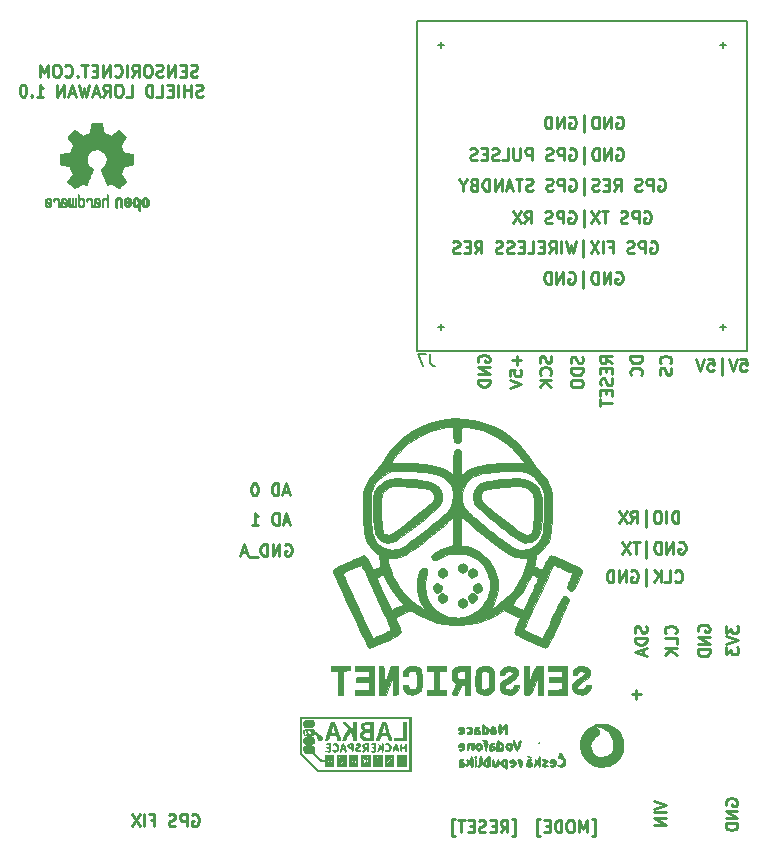
<source format=gbr>
G04 #@! TF.GenerationSoftware,KiCad,Pcbnew,5.0.2+dfsg1-1~bpo9+1*
G04 #@! TF.CreationDate,2019-07-09T17:18:54+02:00*
G04 #@! TF.ProjectId,sensoricnet_shield,73656e73-6f72-4696-936e-65745f736869,1.0*
G04 #@! TF.SameCoordinates,Original*
G04 #@! TF.FileFunction,Legend,Bot*
G04 #@! TF.FilePolarity,Positive*
%FSLAX46Y46*%
G04 Gerber Fmt 4.6, Leading zero omitted, Abs format (unit mm)*
G04 Created by KiCad (PCBNEW 5.0.2+dfsg1-1~bpo9+1) date Tue 09 Jul 2019 05:18:54 PM CEST*
%MOMM*%
%LPD*%
G01*
G04 APERTURE LIST*
%ADD10C,0.250000*%
%ADD11C,0.010000*%
%ADD12C,0.150000*%
G04 APERTURE END LIST*
D10*
X175018081Y-124595474D02*
X175256177Y-124595474D01*
X175256177Y-123166902D01*
X175018081Y-123166902D01*
X174065700Y-124262140D02*
X174399034Y-123785950D01*
X174637129Y-124262140D02*
X174637129Y-123262140D01*
X174256177Y-123262140D01*
X174160939Y-123309760D01*
X174113320Y-123357379D01*
X174065700Y-123452617D01*
X174065700Y-123595474D01*
X174113320Y-123690712D01*
X174160939Y-123738331D01*
X174256177Y-123785950D01*
X174637129Y-123785950D01*
X173637129Y-123738331D02*
X173303796Y-123738331D01*
X173160939Y-124262140D02*
X173637129Y-124262140D01*
X173637129Y-123262140D01*
X173160939Y-123262140D01*
X172779986Y-124214521D02*
X172637129Y-124262140D01*
X172399034Y-124262140D01*
X172303796Y-124214521D01*
X172256177Y-124166902D01*
X172208558Y-124071664D01*
X172208558Y-123976426D01*
X172256177Y-123881188D01*
X172303796Y-123833569D01*
X172399034Y-123785950D01*
X172589510Y-123738331D01*
X172684748Y-123690712D01*
X172732367Y-123643093D01*
X172779986Y-123547855D01*
X172779986Y-123452617D01*
X172732367Y-123357379D01*
X172684748Y-123309760D01*
X172589510Y-123262140D01*
X172351415Y-123262140D01*
X172208558Y-123309760D01*
X171779986Y-123738331D02*
X171446653Y-123738331D01*
X171303796Y-124262140D02*
X171779986Y-124262140D01*
X171779986Y-123262140D01*
X171303796Y-123262140D01*
X171018081Y-123262140D02*
X170446653Y-123262140D01*
X170732367Y-124262140D02*
X170732367Y-123262140D01*
X170208558Y-124595474D02*
X169970462Y-124595474D01*
X169970462Y-123166902D01*
X170208558Y-123166902D01*
X181788796Y-124595474D02*
X182026891Y-124595474D01*
X182026891Y-123166902D01*
X181788796Y-123166902D01*
X181407843Y-124262140D02*
X181407843Y-123262140D01*
X181074510Y-123976426D01*
X180741177Y-123262140D01*
X180741177Y-124262140D01*
X180074510Y-123262140D02*
X179884034Y-123262140D01*
X179788796Y-123309760D01*
X179693558Y-123404998D01*
X179645939Y-123595474D01*
X179645939Y-123928807D01*
X179693558Y-124119283D01*
X179788796Y-124214521D01*
X179884034Y-124262140D01*
X180074510Y-124262140D01*
X180169748Y-124214521D01*
X180264986Y-124119283D01*
X180312605Y-123928807D01*
X180312605Y-123595474D01*
X180264986Y-123404998D01*
X180169748Y-123309760D01*
X180074510Y-123262140D01*
X179217367Y-124262140D02*
X179217367Y-123262140D01*
X178979272Y-123262140D01*
X178836415Y-123309760D01*
X178741177Y-123404998D01*
X178693558Y-123500236D01*
X178645939Y-123690712D01*
X178645939Y-123833569D01*
X178693558Y-124024045D01*
X178741177Y-124119283D01*
X178836415Y-124214521D01*
X178979272Y-124262140D01*
X179217367Y-124262140D01*
X178217367Y-123738331D02*
X177884034Y-123738331D01*
X177741177Y-124262140D02*
X178217367Y-124262140D01*
X178217367Y-123262140D01*
X177741177Y-123262140D01*
X177407843Y-124595474D02*
X177169748Y-124595474D01*
X177169748Y-123166902D01*
X177407843Y-123166902D01*
X147952815Y-122801760D02*
X148048053Y-122754140D01*
X148190910Y-122754140D01*
X148333767Y-122801760D01*
X148429005Y-122896998D01*
X148476624Y-122992236D01*
X148524243Y-123182712D01*
X148524243Y-123325569D01*
X148476624Y-123516045D01*
X148429005Y-123611283D01*
X148333767Y-123706521D01*
X148190910Y-123754140D01*
X148095672Y-123754140D01*
X147952815Y-123706521D01*
X147905196Y-123658902D01*
X147905196Y-123325569D01*
X148095672Y-123325569D01*
X147476624Y-123754140D02*
X147476624Y-122754140D01*
X147095672Y-122754140D01*
X147000434Y-122801760D01*
X146952815Y-122849379D01*
X146905196Y-122944617D01*
X146905196Y-123087474D01*
X146952815Y-123182712D01*
X147000434Y-123230331D01*
X147095672Y-123277950D01*
X147476624Y-123277950D01*
X146524243Y-123706521D02*
X146381386Y-123754140D01*
X146143291Y-123754140D01*
X146048053Y-123706521D01*
X146000434Y-123658902D01*
X145952815Y-123563664D01*
X145952815Y-123468426D01*
X146000434Y-123373188D01*
X146048053Y-123325569D01*
X146143291Y-123277950D01*
X146333767Y-123230331D01*
X146429005Y-123182712D01*
X146476624Y-123135093D01*
X146524243Y-123039855D01*
X146524243Y-122944617D01*
X146476624Y-122849379D01*
X146429005Y-122801760D01*
X146333767Y-122754140D01*
X146095672Y-122754140D01*
X145952815Y-122801760D01*
X144429005Y-123230331D02*
X144762339Y-123230331D01*
X144762339Y-123754140D02*
X144762339Y-122754140D01*
X144286148Y-122754140D01*
X143905196Y-123754140D02*
X143905196Y-122754140D01*
X143524243Y-122754140D02*
X142857577Y-123754140D01*
X142857577Y-122754140D02*
X143524243Y-123754140D01*
X148391996Y-60257321D02*
X148249139Y-60304940D01*
X148011043Y-60304940D01*
X147915805Y-60257321D01*
X147868186Y-60209702D01*
X147820567Y-60114464D01*
X147820567Y-60019226D01*
X147868186Y-59923988D01*
X147915805Y-59876369D01*
X148011043Y-59828750D01*
X148201520Y-59781131D01*
X148296758Y-59733512D01*
X148344377Y-59685893D01*
X148391996Y-59590655D01*
X148391996Y-59495417D01*
X148344377Y-59400179D01*
X148296758Y-59352560D01*
X148201520Y-59304940D01*
X147963424Y-59304940D01*
X147820567Y-59352560D01*
X147391996Y-59781131D02*
X147058662Y-59781131D01*
X146915805Y-60304940D02*
X147391996Y-60304940D01*
X147391996Y-59304940D01*
X146915805Y-59304940D01*
X146487234Y-60304940D02*
X146487234Y-59304940D01*
X145915805Y-60304940D01*
X145915805Y-59304940D01*
X145487234Y-60257321D02*
X145344377Y-60304940D01*
X145106281Y-60304940D01*
X145011043Y-60257321D01*
X144963424Y-60209702D01*
X144915805Y-60114464D01*
X144915805Y-60019226D01*
X144963424Y-59923988D01*
X145011043Y-59876369D01*
X145106281Y-59828750D01*
X145296758Y-59781131D01*
X145391996Y-59733512D01*
X145439615Y-59685893D01*
X145487234Y-59590655D01*
X145487234Y-59495417D01*
X145439615Y-59400179D01*
X145391996Y-59352560D01*
X145296758Y-59304940D01*
X145058662Y-59304940D01*
X144915805Y-59352560D01*
X144296758Y-59304940D02*
X144106281Y-59304940D01*
X144011043Y-59352560D01*
X143915805Y-59447798D01*
X143868186Y-59638274D01*
X143868186Y-59971607D01*
X143915805Y-60162083D01*
X144011043Y-60257321D01*
X144106281Y-60304940D01*
X144296758Y-60304940D01*
X144391996Y-60257321D01*
X144487234Y-60162083D01*
X144534853Y-59971607D01*
X144534853Y-59638274D01*
X144487234Y-59447798D01*
X144391996Y-59352560D01*
X144296758Y-59304940D01*
X142868186Y-60304940D02*
X143201520Y-59828750D01*
X143439615Y-60304940D02*
X143439615Y-59304940D01*
X143058662Y-59304940D01*
X142963424Y-59352560D01*
X142915805Y-59400179D01*
X142868186Y-59495417D01*
X142868186Y-59638274D01*
X142915805Y-59733512D01*
X142963424Y-59781131D01*
X143058662Y-59828750D01*
X143439615Y-59828750D01*
X142439615Y-60304940D02*
X142439615Y-59304940D01*
X141391996Y-60209702D02*
X141439615Y-60257321D01*
X141582472Y-60304940D01*
X141677710Y-60304940D01*
X141820567Y-60257321D01*
X141915805Y-60162083D01*
X141963424Y-60066845D01*
X142011043Y-59876369D01*
X142011043Y-59733512D01*
X141963424Y-59543036D01*
X141915805Y-59447798D01*
X141820567Y-59352560D01*
X141677710Y-59304940D01*
X141582472Y-59304940D01*
X141439615Y-59352560D01*
X141391996Y-59400179D01*
X140963424Y-60304940D02*
X140963424Y-59304940D01*
X140391996Y-60304940D01*
X140391996Y-59304940D01*
X139915805Y-59781131D02*
X139582472Y-59781131D01*
X139439615Y-60304940D02*
X139915805Y-60304940D01*
X139915805Y-59304940D01*
X139439615Y-59304940D01*
X139153900Y-59304940D02*
X138582472Y-59304940D01*
X138868186Y-60304940D02*
X138868186Y-59304940D01*
X138249139Y-60209702D02*
X138201520Y-60257321D01*
X138249139Y-60304940D01*
X138296758Y-60257321D01*
X138249139Y-60209702D01*
X138249139Y-60304940D01*
X137201520Y-60209702D02*
X137249139Y-60257321D01*
X137391996Y-60304940D01*
X137487234Y-60304940D01*
X137630091Y-60257321D01*
X137725329Y-60162083D01*
X137772948Y-60066845D01*
X137820567Y-59876369D01*
X137820567Y-59733512D01*
X137772948Y-59543036D01*
X137725329Y-59447798D01*
X137630091Y-59352560D01*
X137487234Y-59304940D01*
X137391996Y-59304940D01*
X137249139Y-59352560D01*
X137201520Y-59400179D01*
X136582472Y-59304940D02*
X136391996Y-59304940D01*
X136296758Y-59352560D01*
X136201520Y-59447798D01*
X136153900Y-59638274D01*
X136153900Y-59971607D01*
X136201520Y-60162083D01*
X136296758Y-60257321D01*
X136391996Y-60304940D01*
X136582472Y-60304940D01*
X136677710Y-60257321D01*
X136772948Y-60162083D01*
X136820567Y-59971607D01*
X136820567Y-59638274D01*
X136772948Y-59447798D01*
X136677710Y-59352560D01*
X136582472Y-59304940D01*
X135725329Y-60304940D02*
X135725329Y-59304940D01*
X135391996Y-60019226D01*
X135058662Y-59304940D01*
X135058662Y-60304940D01*
X185922872Y-112603588D02*
X185160967Y-112603588D01*
X185541920Y-112984540D02*
X185541920Y-112222636D01*
X193169920Y-121981055D02*
X193122300Y-121885817D01*
X193122300Y-121742960D01*
X193169920Y-121600102D01*
X193265158Y-121504864D01*
X193360396Y-121457245D01*
X193550872Y-121409626D01*
X193693729Y-121409626D01*
X193884205Y-121457245D01*
X193979443Y-121504864D01*
X194074681Y-121600102D01*
X194122300Y-121742960D01*
X194122300Y-121838198D01*
X194074681Y-121981055D01*
X194027062Y-122028674D01*
X193693729Y-122028674D01*
X193693729Y-121838198D01*
X194122300Y-122457245D02*
X193122300Y-122457245D01*
X194122300Y-123028674D01*
X193122300Y-123028674D01*
X194122300Y-123504864D02*
X193122300Y-123504864D01*
X193122300Y-123742960D01*
X193169920Y-123885817D01*
X193265158Y-123981055D01*
X193360396Y-124028674D01*
X193550872Y-124076293D01*
X193693729Y-124076293D01*
X193884205Y-124028674D01*
X193979443Y-123981055D01*
X194074681Y-123885817D01*
X194122300Y-123742960D01*
X194122300Y-123504864D01*
X187077100Y-121596921D02*
X188077100Y-121930255D01*
X187077100Y-122263588D01*
X188077100Y-122596921D02*
X187077100Y-122596921D01*
X188077100Y-123073112D02*
X187077100Y-123073112D01*
X188077100Y-123644540D01*
X187077100Y-123644540D01*
X186378481Y-106809374D02*
X186426100Y-106952231D01*
X186426100Y-107190326D01*
X186378481Y-107285564D01*
X186330862Y-107333183D01*
X186235624Y-107380802D01*
X186140386Y-107380802D01*
X186045148Y-107333183D01*
X185997529Y-107285564D01*
X185949910Y-107190326D01*
X185902291Y-106999850D01*
X185854672Y-106904612D01*
X185807053Y-106856993D01*
X185711815Y-106809374D01*
X185616577Y-106809374D01*
X185521339Y-106856993D01*
X185473720Y-106904612D01*
X185426100Y-106999850D01*
X185426100Y-107237945D01*
X185473720Y-107380802D01*
X186426100Y-107809374D02*
X185426100Y-107809374D01*
X185426100Y-108047469D01*
X185473720Y-108190326D01*
X185568958Y-108285564D01*
X185664196Y-108333183D01*
X185854672Y-108380802D01*
X185997529Y-108380802D01*
X186188005Y-108333183D01*
X186283243Y-108285564D01*
X186378481Y-108190326D01*
X186426100Y-108047469D01*
X186426100Y-107809374D01*
X186140386Y-108761755D02*
X186140386Y-109237945D01*
X186426100Y-108666517D02*
X185426100Y-108999850D01*
X186426100Y-109333183D01*
X188870862Y-107428421D02*
X188918481Y-107380802D01*
X188966100Y-107237945D01*
X188966100Y-107142707D01*
X188918481Y-106999850D01*
X188823243Y-106904612D01*
X188728005Y-106856993D01*
X188537529Y-106809374D01*
X188394672Y-106809374D01*
X188204196Y-106856993D01*
X188108958Y-106904612D01*
X188013720Y-106999850D01*
X187966100Y-107142707D01*
X187966100Y-107237945D01*
X188013720Y-107380802D01*
X188061339Y-107428421D01*
X188966100Y-108333183D02*
X188966100Y-107856993D01*
X187966100Y-107856993D01*
X188966100Y-108666517D02*
X187966100Y-108666517D01*
X188966100Y-109237945D02*
X188394672Y-108809374D01*
X187966100Y-109237945D02*
X188537529Y-108666517D01*
X190807720Y-107261755D02*
X190760100Y-107166517D01*
X190760100Y-107023660D01*
X190807720Y-106880802D01*
X190902958Y-106785564D01*
X190998196Y-106737945D01*
X191188672Y-106690326D01*
X191331529Y-106690326D01*
X191522005Y-106737945D01*
X191617243Y-106785564D01*
X191712481Y-106880802D01*
X191760100Y-107023660D01*
X191760100Y-107118898D01*
X191712481Y-107261755D01*
X191664862Y-107309374D01*
X191331529Y-107309374D01*
X191331529Y-107118898D01*
X191760100Y-107737945D02*
X190760100Y-107737945D01*
X191760100Y-108309374D01*
X190760100Y-108309374D01*
X191760100Y-108785564D02*
X190760100Y-108785564D01*
X190760100Y-109023660D01*
X190807720Y-109166517D01*
X190902958Y-109261755D01*
X190998196Y-109309374D01*
X191188672Y-109356993D01*
X191331529Y-109356993D01*
X191522005Y-109309374D01*
X191617243Y-109261755D01*
X191712481Y-109166517D01*
X191760100Y-109023660D01*
X191760100Y-108785564D01*
X193173100Y-106785564D02*
X193173100Y-107404612D01*
X193554053Y-107071279D01*
X193554053Y-107214136D01*
X193601672Y-107309374D01*
X193649291Y-107356993D01*
X193744529Y-107404612D01*
X193982624Y-107404612D01*
X194077862Y-107356993D01*
X194125481Y-107309374D01*
X194173100Y-107214136D01*
X194173100Y-106928421D01*
X194125481Y-106833183D01*
X194077862Y-106785564D01*
X193173100Y-107690326D02*
X194173100Y-108023660D01*
X193173100Y-108356993D01*
X193173100Y-108595088D02*
X193173100Y-109214136D01*
X193554053Y-108880802D01*
X193554053Y-109023660D01*
X193601672Y-109118898D01*
X193649291Y-109166517D01*
X193744529Y-109214136D01*
X193982624Y-109214136D01*
X194077862Y-109166517D01*
X194125481Y-109118898D01*
X194173100Y-109023660D01*
X194173100Y-108737945D01*
X194125481Y-108642707D01*
X194077862Y-108595088D01*
X155820548Y-99916360D02*
X155915786Y-99868740D01*
X156058643Y-99868740D01*
X156201500Y-99916360D01*
X156296739Y-100011598D01*
X156344358Y-100106836D01*
X156391977Y-100297312D01*
X156391977Y-100440169D01*
X156344358Y-100630645D01*
X156296739Y-100725883D01*
X156201500Y-100821121D01*
X156058643Y-100868740D01*
X155963405Y-100868740D01*
X155820548Y-100821121D01*
X155772929Y-100773502D01*
X155772929Y-100440169D01*
X155963405Y-100440169D01*
X155344358Y-100868740D02*
X155344358Y-99868740D01*
X154772929Y-100868740D01*
X154772929Y-99868740D01*
X154296739Y-100868740D02*
X154296739Y-99868740D01*
X154058643Y-99868740D01*
X153915786Y-99916360D01*
X153820548Y-100011598D01*
X153772929Y-100106836D01*
X153725310Y-100297312D01*
X153725310Y-100440169D01*
X153772929Y-100630645D01*
X153820548Y-100725883D01*
X153915786Y-100821121D01*
X154058643Y-100868740D01*
X154296739Y-100868740D01*
X153534834Y-100963979D02*
X152772929Y-100963979D01*
X152582453Y-100583026D02*
X152106262Y-100583026D01*
X152677691Y-100868740D02*
X152344358Y-99868740D01*
X152011024Y-100868740D01*
X156174558Y-97941426D02*
X155698367Y-97941426D01*
X156269796Y-98227140D02*
X155936462Y-97227140D01*
X155603129Y-98227140D01*
X155269796Y-98227140D02*
X155269796Y-97227140D01*
X155031700Y-97227140D01*
X154888843Y-97274760D01*
X154793605Y-97369998D01*
X154745986Y-97465236D01*
X154698367Y-97655712D01*
X154698367Y-97798569D01*
X154745986Y-97989045D01*
X154793605Y-98084283D01*
X154888843Y-98179521D01*
X155031700Y-98227140D01*
X155269796Y-98227140D01*
X152984081Y-98227140D02*
X153555510Y-98227140D01*
X153269796Y-98227140D02*
X153269796Y-97227140D01*
X153365034Y-97369998D01*
X153460272Y-97465236D01*
X153555510Y-97512855D01*
X156149158Y-95452226D02*
X155672967Y-95452226D01*
X156244396Y-95737940D02*
X155911062Y-94737940D01*
X155577729Y-95737940D01*
X155244396Y-95737940D02*
X155244396Y-94737940D01*
X155006300Y-94737940D01*
X154863443Y-94785560D01*
X154768205Y-94880798D01*
X154720586Y-94976036D01*
X154672967Y-95166512D01*
X154672967Y-95309369D01*
X154720586Y-95499845D01*
X154768205Y-95595083D01*
X154863443Y-95690321D01*
X155006300Y-95737940D01*
X155244396Y-95737940D01*
X153292015Y-94737940D02*
X153196777Y-94737940D01*
X153101539Y-94785560D01*
X153053920Y-94833179D01*
X153006300Y-94928417D01*
X152958681Y-95118893D01*
X152958681Y-95356988D01*
X153006300Y-95547464D01*
X153053920Y-95642702D01*
X153101539Y-95690321D01*
X153196777Y-95737940D01*
X153292015Y-95737940D01*
X153387253Y-95690321D01*
X153434872Y-95642702D01*
X153482491Y-95547464D01*
X153530110Y-95356988D01*
X153530110Y-95118893D01*
X153482491Y-94928417D01*
X153434872Y-94833179D01*
X153387253Y-94785560D01*
X153292015Y-94737940D01*
X188848358Y-103008702D02*
X188895977Y-103056321D01*
X189038834Y-103103940D01*
X189134072Y-103103940D01*
X189276929Y-103056321D01*
X189372167Y-102961083D01*
X189419786Y-102865845D01*
X189467405Y-102675369D01*
X189467405Y-102532512D01*
X189419786Y-102342036D01*
X189372167Y-102246798D01*
X189276929Y-102151560D01*
X189134072Y-102103940D01*
X189038834Y-102103940D01*
X188895977Y-102151560D01*
X188848358Y-102199179D01*
X187943596Y-103103940D02*
X188419786Y-103103940D01*
X188419786Y-102103940D01*
X187610262Y-103103940D02*
X187610262Y-102103940D01*
X187038834Y-103103940D02*
X187467405Y-102532512D01*
X187038834Y-102103940D02*
X187610262Y-102675369D01*
X186372167Y-103437274D02*
X186372167Y-102008702D01*
X185134072Y-102151560D02*
X185229310Y-102103940D01*
X185372167Y-102103940D01*
X185515024Y-102151560D01*
X185610262Y-102246798D01*
X185657881Y-102342036D01*
X185705500Y-102532512D01*
X185705500Y-102675369D01*
X185657881Y-102865845D01*
X185610262Y-102961083D01*
X185515024Y-103056321D01*
X185372167Y-103103940D01*
X185276929Y-103103940D01*
X185134072Y-103056321D01*
X185086453Y-103008702D01*
X185086453Y-102675369D01*
X185276929Y-102675369D01*
X184657881Y-103103940D02*
X184657881Y-102103940D01*
X184086453Y-103103940D01*
X184086453Y-102103940D01*
X183610262Y-103103940D02*
X183610262Y-102103940D01*
X183372167Y-102103940D01*
X183229310Y-102151560D01*
X183134072Y-102246798D01*
X183086453Y-102342036D01*
X183038834Y-102532512D01*
X183038834Y-102675369D01*
X183086453Y-102865845D01*
X183134072Y-102961083D01*
X183229310Y-103056321D01*
X183372167Y-103103940D01*
X183610262Y-103103940D01*
X189110310Y-98087440D02*
X189110310Y-97087440D01*
X188872215Y-97087440D01*
X188729358Y-97135060D01*
X188634120Y-97230298D01*
X188586500Y-97325536D01*
X188538881Y-97516012D01*
X188538881Y-97658869D01*
X188586500Y-97849345D01*
X188634120Y-97944583D01*
X188729358Y-98039821D01*
X188872215Y-98087440D01*
X189110310Y-98087440D01*
X188110310Y-98087440D02*
X188110310Y-97087440D01*
X187443643Y-97087440D02*
X187253167Y-97087440D01*
X187157929Y-97135060D01*
X187062691Y-97230298D01*
X187015072Y-97420774D01*
X187015072Y-97754107D01*
X187062691Y-97944583D01*
X187157929Y-98039821D01*
X187253167Y-98087440D01*
X187443643Y-98087440D01*
X187538881Y-98039821D01*
X187634120Y-97944583D01*
X187681739Y-97754107D01*
X187681739Y-97420774D01*
X187634120Y-97230298D01*
X187538881Y-97135060D01*
X187443643Y-97087440D01*
X186348405Y-98420774D02*
X186348405Y-96992202D01*
X185062691Y-98087440D02*
X185396024Y-97611250D01*
X185634120Y-98087440D02*
X185634120Y-97087440D01*
X185253167Y-97087440D01*
X185157929Y-97135060D01*
X185110310Y-97182679D01*
X185062691Y-97277917D01*
X185062691Y-97420774D01*
X185110310Y-97516012D01*
X185157929Y-97563631D01*
X185253167Y-97611250D01*
X185634120Y-97611250D01*
X184729358Y-97087440D02*
X184062691Y-98087440D01*
X184062691Y-97087440D02*
X184729358Y-98087440D01*
X189161158Y-99725860D02*
X189256396Y-99678240D01*
X189399253Y-99678240D01*
X189542110Y-99725860D01*
X189637348Y-99821098D01*
X189684967Y-99916336D01*
X189732586Y-100106812D01*
X189732586Y-100249669D01*
X189684967Y-100440145D01*
X189637348Y-100535383D01*
X189542110Y-100630621D01*
X189399253Y-100678240D01*
X189304015Y-100678240D01*
X189161158Y-100630621D01*
X189113539Y-100583002D01*
X189113539Y-100249669D01*
X189304015Y-100249669D01*
X188684967Y-100678240D02*
X188684967Y-99678240D01*
X188113539Y-100678240D01*
X188113539Y-99678240D01*
X187637348Y-100678240D02*
X187637348Y-99678240D01*
X187399253Y-99678240D01*
X187256396Y-99725860D01*
X187161158Y-99821098D01*
X187113539Y-99916336D01*
X187065920Y-100106812D01*
X187065920Y-100249669D01*
X187113539Y-100440145D01*
X187161158Y-100535383D01*
X187256396Y-100630621D01*
X187399253Y-100678240D01*
X187637348Y-100678240D01*
X186399253Y-101011574D02*
X186399253Y-99583002D01*
X185827824Y-99678240D02*
X185256396Y-99678240D01*
X185542110Y-100678240D02*
X185542110Y-99678240D01*
X185018300Y-99678240D02*
X184351634Y-100678240D01*
X184351634Y-99678240D02*
X185018300Y-100678240D01*
X172189520Y-84439855D02*
X172141900Y-84344617D01*
X172141900Y-84201760D01*
X172189520Y-84058902D01*
X172284758Y-83963664D01*
X172379996Y-83916045D01*
X172570472Y-83868426D01*
X172713329Y-83868426D01*
X172903805Y-83916045D01*
X172999043Y-83963664D01*
X173094281Y-84058902D01*
X173141900Y-84201760D01*
X173141900Y-84296998D01*
X173094281Y-84439855D01*
X173046662Y-84487474D01*
X172713329Y-84487474D01*
X172713329Y-84296998D01*
X173141900Y-84916045D02*
X172141900Y-84916045D01*
X173141900Y-85487474D01*
X172141900Y-85487474D01*
X173141900Y-85963664D02*
X172141900Y-85963664D01*
X172141900Y-86201760D01*
X172189520Y-86344617D01*
X172284758Y-86439855D01*
X172379996Y-86487474D01*
X172570472Y-86535093D01*
X172713329Y-86535093D01*
X172903805Y-86487474D01*
X172999043Y-86439855D01*
X173094281Y-86344617D01*
X173141900Y-86201760D01*
X173141900Y-85963664D01*
X175453348Y-83916045D02*
X175453348Y-84677950D01*
X175834300Y-84296998D02*
X175072396Y-84296998D01*
X174834300Y-85630331D02*
X174834300Y-85154140D01*
X175310491Y-85106521D01*
X175262872Y-85154140D01*
X175215253Y-85249379D01*
X175215253Y-85487474D01*
X175262872Y-85582712D01*
X175310491Y-85630331D01*
X175405729Y-85677950D01*
X175643824Y-85677950D01*
X175739062Y-85630331D01*
X175786681Y-85582712D01*
X175834300Y-85487474D01*
X175834300Y-85249379D01*
X175786681Y-85154140D01*
X175739062Y-85106521D01*
X174834300Y-85963664D02*
X175834300Y-86296998D01*
X174834300Y-86630331D01*
X178326681Y-83966845D02*
X178374300Y-84109702D01*
X178374300Y-84347798D01*
X178326681Y-84443036D01*
X178279062Y-84490655D01*
X178183824Y-84538274D01*
X178088586Y-84538274D01*
X177993348Y-84490655D01*
X177945729Y-84443036D01*
X177898110Y-84347798D01*
X177850491Y-84157321D01*
X177802872Y-84062083D01*
X177755253Y-84014464D01*
X177660015Y-83966845D01*
X177564777Y-83966845D01*
X177469539Y-84014464D01*
X177421920Y-84062083D01*
X177374300Y-84157321D01*
X177374300Y-84395417D01*
X177421920Y-84538274D01*
X178279062Y-85538274D02*
X178326681Y-85490655D01*
X178374300Y-85347798D01*
X178374300Y-85252560D01*
X178326681Y-85109702D01*
X178231443Y-85014464D01*
X178136205Y-84966845D01*
X177945729Y-84919226D01*
X177802872Y-84919226D01*
X177612396Y-84966845D01*
X177517158Y-85014464D01*
X177421920Y-85109702D01*
X177374300Y-85252560D01*
X177374300Y-85347798D01*
X177421920Y-85490655D01*
X177469539Y-85538274D01*
X178374300Y-85966845D02*
X177374300Y-85966845D01*
X178374300Y-86538274D02*
X177802872Y-86109702D01*
X177374300Y-86538274D02*
X177945729Y-85966845D01*
X180968281Y-83993836D02*
X181015900Y-84136693D01*
X181015900Y-84374788D01*
X180968281Y-84470026D01*
X180920662Y-84517645D01*
X180825424Y-84565264D01*
X180730186Y-84565264D01*
X180634948Y-84517645D01*
X180587329Y-84470026D01*
X180539710Y-84374788D01*
X180492091Y-84184312D01*
X180444472Y-84089074D01*
X180396853Y-84041455D01*
X180301615Y-83993836D01*
X180206377Y-83993836D01*
X180111139Y-84041455D01*
X180063520Y-84089074D01*
X180015900Y-84184312D01*
X180015900Y-84422407D01*
X180063520Y-84565264D01*
X181015900Y-84993836D02*
X180015900Y-84993836D01*
X180015900Y-85231931D01*
X180063520Y-85374788D01*
X180158758Y-85470026D01*
X180253996Y-85517645D01*
X180444472Y-85565264D01*
X180587329Y-85565264D01*
X180777805Y-85517645D01*
X180873043Y-85470026D01*
X180968281Y-85374788D01*
X181015900Y-85231931D01*
X181015900Y-84993836D01*
X180015900Y-86184312D02*
X180015900Y-86374788D01*
X180063520Y-86470026D01*
X180158758Y-86565264D01*
X180349234Y-86612883D01*
X180682567Y-86612883D01*
X180873043Y-86565264D01*
X180968281Y-86470026D01*
X181015900Y-86374788D01*
X181015900Y-86184312D01*
X180968281Y-86089074D01*
X180873043Y-85993836D01*
X180682567Y-85946217D01*
X180349234Y-85946217D01*
X180158758Y-85993836D01*
X180063520Y-86089074D01*
X180015900Y-86184312D01*
X186045100Y-83982655D02*
X185045100Y-83982655D01*
X185045100Y-84220750D01*
X185092720Y-84363607D01*
X185187958Y-84458845D01*
X185283196Y-84506464D01*
X185473672Y-84554083D01*
X185616529Y-84554083D01*
X185807005Y-84506464D01*
X185902243Y-84458845D01*
X185997481Y-84363607D01*
X186045100Y-84220750D01*
X186045100Y-83982655D01*
X185949862Y-85554083D02*
X185997481Y-85506464D01*
X186045100Y-85363607D01*
X186045100Y-85268369D01*
X185997481Y-85125512D01*
X185902243Y-85030274D01*
X185807005Y-84982655D01*
X185616529Y-84935036D01*
X185473672Y-84935036D01*
X185283196Y-84982655D01*
X185187958Y-85030274D01*
X185092720Y-85125512D01*
X185045100Y-85268369D01*
X185045100Y-85363607D01*
X185092720Y-85506464D01*
X185140339Y-85554083D01*
X183505100Y-84562179D02*
X183028910Y-84228845D01*
X183505100Y-83990750D02*
X182505100Y-83990750D01*
X182505100Y-84371702D01*
X182552720Y-84466940D01*
X182600339Y-84514560D01*
X182695577Y-84562179D01*
X182838434Y-84562179D01*
X182933672Y-84514560D01*
X182981291Y-84466940D01*
X183028910Y-84371702D01*
X183028910Y-83990750D01*
X182981291Y-84990750D02*
X182981291Y-85324083D01*
X183505100Y-85466940D02*
X183505100Y-84990750D01*
X182505100Y-84990750D01*
X182505100Y-85466940D01*
X183457481Y-85847893D02*
X183505100Y-85990750D01*
X183505100Y-86228845D01*
X183457481Y-86324083D01*
X183409862Y-86371702D01*
X183314624Y-86419321D01*
X183219386Y-86419321D01*
X183124148Y-86371702D01*
X183076529Y-86324083D01*
X183028910Y-86228845D01*
X182981291Y-86038369D01*
X182933672Y-85943131D01*
X182886053Y-85895512D01*
X182790815Y-85847893D01*
X182695577Y-85847893D01*
X182600339Y-85895512D01*
X182552720Y-85943131D01*
X182505100Y-86038369D01*
X182505100Y-86276464D01*
X182552720Y-86419321D01*
X182981291Y-86847893D02*
X182981291Y-87181226D01*
X183505100Y-87324083D02*
X183505100Y-86847893D01*
X182505100Y-86847893D01*
X182505100Y-87324083D01*
X182505100Y-87609798D02*
X182505100Y-88181226D01*
X183505100Y-87895512D02*
X182505100Y-87895512D01*
X188439062Y-84577893D02*
X188486681Y-84530274D01*
X188534300Y-84387417D01*
X188534300Y-84292179D01*
X188486681Y-84149321D01*
X188391443Y-84054083D01*
X188296205Y-84006464D01*
X188105729Y-83958845D01*
X187962872Y-83958845D01*
X187772396Y-84006464D01*
X187677158Y-84054083D01*
X187581920Y-84149321D01*
X187534300Y-84292179D01*
X187534300Y-84387417D01*
X187581920Y-84530274D01*
X187629539Y-84577893D01*
X188486681Y-84958845D02*
X188534300Y-85101702D01*
X188534300Y-85339798D01*
X188486681Y-85435036D01*
X188439062Y-85482655D01*
X188343824Y-85530274D01*
X188248586Y-85530274D01*
X188153348Y-85482655D01*
X188105729Y-85435036D01*
X188058110Y-85339798D01*
X188010491Y-85149321D01*
X187962872Y-85054083D01*
X187915253Y-85006464D01*
X187820015Y-84958845D01*
X187724777Y-84958845D01*
X187629539Y-85006464D01*
X187581920Y-85054083D01*
X187534300Y-85149321D01*
X187534300Y-85387417D01*
X187581920Y-85530274D01*
X183833424Y-76878560D02*
X183928662Y-76830940D01*
X184071520Y-76830940D01*
X184214377Y-76878560D01*
X184309615Y-76973798D01*
X184357234Y-77069036D01*
X184404853Y-77259512D01*
X184404853Y-77402369D01*
X184357234Y-77592845D01*
X184309615Y-77688083D01*
X184214377Y-77783321D01*
X184071520Y-77830940D01*
X183976281Y-77830940D01*
X183833424Y-77783321D01*
X183785805Y-77735702D01*
X183785805Y-77402369D01*
X183976281Y-77402369D01*
X183357234Y-77830940D02*
X183357234Y-76830940D01*
X182785805Y-77830940D01*
X182785805Y-76830940D01*
X182309615Y-77830940D02*
X182309615Y-76830940D01*
X182071520Y-76830940D01*
X181928662Y-76878560D01*
X181833424Y-76973798D01*
X181785805Y-77069036D01*
X181738186Y-77259512D01*
X181738186Y-77402369D01*
X181785805Y-77592845D01*
X181833424Y-77688083D01*
X181928662Y-77783321D01*
X182071520Y-77830940D01*
X182309615Y-77830940D01*
X181071520Y-78164274D02*
X181071520Y-76735702D01*
X179833424Y-76878560D02*
X179928662Y-76830940D01*
X180071520Y-76830940D01*
X180214377Y-76878560D01*
X180309615Y-76973798D01*
X180357234Y-77069036D01*
X180404853Y-77259512D01*
X180404853Y-77402369D01*
X180357234Y-77592845D01*
X180309615Y-77688083D01*
X180214377Y-77783321D01*
X180071520Y-77830940D01*
X179976281Y-77830940D01*
X179833424Y-77783321D01*
X179785805Y-77735702D01*
X179785805Y-77402369D01*
X179976281Y-77402369D01*
X179357234Y-77830940D02*
X179357234Y-76830940D01*
X178785805Y-77830940D01*
X178785805Y-76830940D01*
X178309615Y-77830940D02*
X178309615Y-76830940D01*
X178071520Y-76830940D01*
X177928662Y-76878560D01*
X177833424Y-76973798D01*
X177785805Y-77069036D01*
X177738186Y-77259512D01*
X177738186Y-77402369D01*
X177785805Y-77592845D01*
X177833424Y-77688083D01*
X177928662Y-77783321D01*
X178071520Y-77830940D01*
X178309615Y-77830940D01*
X194377748Y-84196940D02*
X194853939Y-84196940D01*
X194901558Y-84673131D01*
X194853939Y-84625512D01*
X194758700Y-84577893D01*
X194520605Y-84577893D01*
X194425367Y-84625512D01*
X194377748Y-84673131D01*
X194330129Y-84768369D01*
X194330129Y-85006464D01*
X194377748Y-85101702D01*
X194425367Y-85149321D01*
X194520605Y-85196940D01*
X194758700Y-85196940D01*
X194853939Y-85149321D01*
X194901558Y-85101702D01*
X194044415Y-84196940D02*
X193711081Y-85196940D01*
X193377748Y-84196940D01*
X192806320Y-85530274D02*
X192806320Y-84101702D01*
X191615843Y-84196940D02*
X192092034Y-84196940D01*
X192139653Y-84673131D01*
X192092034Y-84625512D01*
X191996796Y-84577893D01*
X191758700Y-84577893D01*
X191663462Y-84625512D01*
X191615843Y-84673131D01*
X191568224Y-84768369D01*
X191568224Y-85006464D01*
X191615843Y-85101702D01*
X191663462Y-85149321D01*
X191758700Y-85196940D01*
X191996796Y-85196940D01*
X192092034Y-85149321D01*
X192139653Y-85101702D01*
X191282510Y-84196940D02*
X190949177Y-85196940D01*
X190615843Y-84196940D01*
X186779158Y-74287760D02*
X186874396Y-74240140D01*
X187017253Y-74240140D01*
X187160110Y-74287760D01*
X187255348Y-74382998D01*
X187302967Y-74478236D01*
X187350586Y-74668712D01*
X187350586Y-74811569D01*
X187302967Y-75002045D01*
X187255348Y-75097283D01*
X187160110Y-75192521D01*
X187017253Y-75240140D01*
X186922015Y-75240140D01*
X186779158Y-75192521D01*
X186731539Y-75144902D01*
X186731539Y-74811569D01*
X186922015Y-74811569D01*
X186302967Y-75240140D02*
X186302967Y-74240140D01*
X185922015Y-74240140D01*
X185826777Y-74287760D01*
X185779158Y-74335379D01*
X185731539Y-74430617D01*
X185731539Y-74573474D01*
X185779158Y-74668712D01*
X185826777Y-74716331D01*
X185922015Y-74763950D01*
X186302967Y-74763950D01*
X185350586Y-75192521D02*
X185207729Y-75240140D01*
X184969634Y-75240140D01*
X184874396Y-75192521D01*
X184826777Y-75144902D01*
X184779158Y-75049664D01*
X184779158Y-74954426D01*
X184826777Y-74859188D01*
X184874396Y-74811569D01*
X184969634Y-74763950D01*
X185160110Y-74716331D01*
X185255348Y-74668712D01*
X185302967Y-74621093D01*
X185350586Y-74525855D01*
X185350586Y-74430617D01*
X185302967Y-74335379D01*
X185255348Y-74287760D01*
X185160110Y-74240140D01*
X184922015Y-74240140D01*
X184779158Y-74287760D01*
X183255348Y-74716331D02*
X183588681Y-74716331D01*
X183588681Y-75240140D02*
X183588681Y-74240140D01*
X183112491Y-74240140D01*
X182731539Y-75240140D02*
X182731539Y-74240140D01*
X182350586Y-74240140D02*
X181683920Y-75240140D01*
X181683920Y-74240140D02*
X182350586Y-75240140D01*
X181064872Y-75573474D02*
X181064872Y-74144902D01*
X180445824Y-74240140D02*
X180207729Y-75240140D01*
X180017253Y-74525855D01*
X179826777Y-75240140D01*
X179588681Y-74240140D01*
X179207729Y-75240140D02*
X179207729Y-74240140D01*
X178160110Y-75240140D02*
X178493443Y-74763950D01*
X178731539Y-75240140D02*
X178731539Y-74240140D01*
X178350586Y-74240140D01*
X178255348Y-74287760D01*
X178207729Y-74335379D01*
X178160110Y-74430617D01*
X178160110Y-74573474D01*
X178207729Y-74668712D01*
X178255348Y-74716331D01*
X178350586Y-74763950D01*
X178731539Y-74763950D01*
X177731539Y-74716331D02*
X177398205Y-74716331D01*
X177255348Y-75240140D02*
X177731539Y-75240140D01*
X177731539Y-74240140D01*
X177255348Y-74240140D01*
X176350586Y-75240140D02*
X176826777Y-75240140D01*
X176826777Y-74240140D01*
X176017253Y-74716331D02*
X175683920Y-74716331D01*
X175541062Y-75240140D02*
X176017253Y-75240140D01*
X176017253Y-74240140D01*
X175541062Y-74240140D01*
X175160110Y-75192521D02*
X175017253Y-75240140D01*
X174779158Y-75240140D01*
X174683920Y-75192521D01*
X174636300Y-75144902D01*
X174588681Y-75049664D01*
X174588681Y-74954426D01*
X174636300Y-74859188D01*
X174683920Y-74811569D01*
X174779158Y-74763950D01*
X174969634Y-74716331D01*
X175064872Y-74668712D01*
X175112491Y-74621093D01*
X175160110Y-74525855D01*
X175160110Y-74430617D01*
X175112491Y-74335379D01*
X175064872Y-74287760D01*
X174969634Y-74240140D01*
X174731539Y-74240140D01*
X174588681Y-74287760D01*
X174207729Y-75192521D02*
X174064872Y-75240140D01*
X173826777Y-75240140D01*
X173731539Y-75192521D01*
X173683920Y-75144902D01*
X173636300Y-75049664D01*
X173636300Y-74954426D01*
X173683920Y-74859188D01*
X173731539Y-74811569D01*
X173826777Y-74763950D01*
X174017253Y-74716331D01*
X174112491Y-74668712D01*
X174160110Y-74621093D01*
X174207729Y-74525855D01*
X174207729Y-74430617D01*
X174160110Y-74335379D01*
X174112491Y-74287760D01*
X174017253Y-74240140D01*
X173779158Y-74240140D01*
X173636300Y-74287760D01*
X171874396Y-75240140D02*
X172207729Y-74763950D01*
X172445824Y-75240140D02*
X172445824Y-74240140D01*
X172064872Y-74240140D01*
X171969634Y-74287760D01*
X171922015Y-74335379D01*
X171874396Y-74430617D01*
X171874396Y-74573474D01*
X171922015Y-74668712D01*
X171969634Y-74716331D01*
X172064872Y-74763950D01*
X172445824Y-74763950D01*
X171445824Y-74716331D02*
X171112491Y-74716331D01*
X170969634Y-75240140D02*
X171445824Y-75240140D01*
X171445824Y-74240140D01*
X170969634Y-74240140D01*
X170588681Y-75192521D02*
X170445824Y-75240140D01*
X170207729Y-75240140D01*
X170112491Y-75192521D01*
X170064872Y-75144902D01*
X170017253Y-75049664D01*
X170017253Y-74954426D01*
X170064872Y-74859188D01*
X170112491Y-74811569D01*
X170207729Y-74763950D01*
X170398205Y-74716331D01*
X170493443Y-74668712D01*
X170541062Y-74621093D01*
X170588681Y-74525855D01*
X170588681Y-74430617D01*
X170541062Y-74335379D01*
X170493443Y-74287760D01*
X170398205Y-74240140D01*
X170160110Y-74240140D01*
X170017253Y-74287760D01*
X187439558Y-69004560D02*
X187534796Y-68956940D01*
X187677653Y-68956940D01*
X187820510Y-69004560D01*
X187915748Y-69099798D01*
X187963367Y-69195036D01*
X188010986Y-69385512D01*
X188010986Y-69528369D01*
X187963367Y-69718845D01*
X187915748Y-69814083D01*
X187820510Y-69909321D01*
X187677653Y-69956940D01*
X187582415Y-69956940D01*
X187439558Y-69909321D01*
X187391939Y-69861702D01*
X187391939Y-69528369D01*
X187582415Y-69528369D01*
X186963367Y-69956940D02*
X186963367Y-68956940D01*
X186582415Y-68956940D01*
X186487177Y-69004560D01*
X186439558Y-69052179D01*
X186391939Y-69147417D01*
X186391939Y-69290274D01*
X186439558Y-69385512D01*
X186487177Y-69433131D01*
X186582415Y-69480750D01*
X186963367Y-69480750D01*
X186010986Y-69909321D02*
X185868129Y-69956940D01*
X185630034Y-69956940D01*
X185534796Y-69909321D01*
X185487177Y-69861702D01*
X185439558Y-69766464D01*
X185439558Y-69671226D01*
X185487177Y-69575988D01*
X185534796Y-69528369D01*
X185630034Y-69480750D01*
X185820510Y-69433131D01*
X185915748Y-69385512D01*
X185963367Y-69337893D01*
X186010986Y-69242655D01*
X186010986Y-69147417D01*
X185963367Y-69052179D01*
X185915748Y-69004560D01*
X185820510Y-68956940D01*
X185582415Y-68956940D01*
X185439558Y-69004560D01*
X183677653Y-69956940D02*
X184010986Y-69480750D01*
X184249081Y-69956940D02*
X184249081Y-68956940D01*
X183868129Y-68956940D01*
X183772891Y-69004560D01*
X183725272Y-69052179D01*
X183677653Y-69147417D01*
X183677653Y-69290274D01*
X183725272Y-69385512D01*
X183772891Y-69433131D01*
X183868129Y-69480750D01*
X184249081Y-69480750D01*
X183249081Y-69433131D02*
X182915748Y-69433131D01*
X182772891Y-69956940D02*
X183249081Y-69956940D01*
X183249081Y-68956940D01*
X182772891Y-68956940D01*
X182391939Y-69909321D02*
X182249081Y-69956940D01*
X182010986Y-69956940D01*
X181915748Y-69909321D01*
X181868129Y-69861702D01*
X181820510Y-69766464D01*
X181820510Y-69671226D01*
X181868129Y-69575988D01*
X181915748Y-69528369D01*
X182010986Y-69480750D01*
X182201462Y-69433131D01*
X182296700Y-69385512D01*
X182344320Y-69337893D01*
X182391939Y-69242655D01*
X182391939Y-69147417D01*
X182344320Y-69052179D01*
X182296700Y-69004560D01*
X182201462Y-68956940D01*
X181963367Y-68956940D01*
X181820510Y-69004560D01*
X181153843Y-70290274D02*
X181153843Y-68861702D01*
X179915748Y-69004560D02*
X180010986Y-68956940D01*
X180153843Y-68956940D01*
X180296700Y-69004560D01*
X180391939Y-69099798D01*
X180439558Y-69195036D01*
X180487177Y-69385512D01*
X180487177Y-69528369D01*
X180439558Y-69718845D01*
X180391939Y-69814083D01*
X180296700Y-69909321D01*
X180153843Y-69956940D01*
X180058605Y-69956940D01*
X179915748Y-69909321D01*
X179868129Y-69861702D01*
X179868129Y-69528369D01*
X180058605Y-69528369D01*
X179439558Y-69956940D02*
X179439558Y-68956940D01*
X179058605Y-68956940D01*
X178963367Y-69004560D01*
X178915748Y-69052179D01*
X178868129Y-69147417D01*
X178868129Y-69290274D01*
X178915748Y-69385512D01*
X178963367Y-69433131D01*
X179058605Y-69480750D01*
X179439558Y-69480750D01*
X178487177Y-69909321D02*
X178344320Y-69956940D01*
X178106224Y-69956940D01*
X178010986Y-69909321D01*
X177963367Y-69861702D01*
X177915748Y-69766464D01*
X177915748Y-69671226D01*
X177963367Y-69575988D01*
X178010986Y-69528369D01*
X178106224Y-69480750D01*
X178296700Y-69433131D01*
X178391939Y-69385512D01*
X178439558Y-69337893D01*
X178487177Y-69242655D01*
X178487177Y-69147417D01*
X178439558Y-69052179D01*
X178391939Y-69004560D01*
X178296700Y-68956940D01*
X178058605Y-68956940D01*
X177915748Y-69004560D01*
X176772891Y-69909321D02*
X176630034Y-69956940D01*
X176391939Y-69956940D01*
X176296700Y-69909321D01*
X176249081Y-69861702D01*
X176201462Y-69766464D01*
X176201462Y-69671226D01*
X176249081Y-69575988D01*
X176296700Y-69528369D01*
X176391939Y-69480750D01*
X176582415Y-69433131D01*
X176677653Y-69385512D01*
X176725272Y-69337893D01*
X176772891Y-69242655D01*
X176772891Y-69147417D01*
X176725272Y-69052179D01*
X176677653Y-69004560D01*
X176582415Y-68956940D01*
X176344320Y-68956940D01*
X176201462Y-69004560D01*
X175915748Y-68956940D02*
X175344320Y-68956940D01*
X175630034Y-69956940D02*
X175630034Y-68956940D01*
X175058605Y-69671226D02*
X174582415Y-69671226D01*
X175153843Y-69956940D02*
X174820510Y-68956940D01*
X174487177Y-69956940D01*
X174153843Y-69956940D02*
X174153843Y-68956940D01*
X173582415Y-69956940D01*
X173582415Y-68956940D01*
X173106224Y-69956940D02*
X173106224Y-68956940D01*
X172868129Y-68956940D01*
X172725272Y-69004560D01*
X172630034Y-69099798D01*
X172582415Y-69195036D01*
X172534796Y-69385512D01*
X172534796Y-69528369D01*
X172582415Y-69718845D01*
X172630034Y-69814083D01*
X172725272Y-69909321D01*
X172868129Y-69956940D01*
X173106224Y-69956940D01*
X171772891Y-69433131D02*
X171630034Y-69480750D01*
X171582415Y-69528369D01*
X171534796Y-69623607D01*
X171534796Y-69766464D01*
X171582415Y-69861702D01*
X171630034Y-69909321D01*
X171725272Y-69956940D01*
X172106224Y-69956940D01*
X172106224Y-68956940D01*
X171772891Y-68956940D01*
X171677653Y-69004560D01*
X171630034Y-69052179D01*
X171582415Y-69147417D01*
X171582415Y-69242655D01*
X171630034Y-69337893D01*
X171677653Y-69385512D01*
X171772891Y-69433131D01*
X172106224Y-69433131D01*
X170915748Y-69480750D02*
X170915748Y-69956940D01*
X171249081Y-68956940D02*
X170915748Y-69480750D01*
X170582415Y-68956940D01*
X183901291Y-66413760D02*
X183996529Y-66366140D01*
X184139386Y-66366140D01*
X184282243Y-66413760D01*
X184377481Y-66508998D01*
X184425100Y-66604236D01*
X184472720Y-66794712D01*
X184472720Y-66937569D01*
X184425100Y-67128045D01*
X184377481Y-67223283D01*
X184282243Y-67318521D01*
X184139386Y-67366140D01*
X184044148Y-67366140D01*
X183901291Y-67318521D01*
X183853672Y-67270902D01*
X183853672Y-66937569D01*
X184044148Y-66937569D01*
X183425100Y-67366140D02*
X183425100Y-66366140D01*
X182853672Y-67366140D01*
X182853672Y-66366140D01*
X182377481Y-67366140D02*
X182377481Y-66366140D01*
X182139386Y-66366140D01*
X181996529Y-66413760D01*
X181901291Y-66508998D01*
X181853672Y-66604236D01*
X181806053Y-66794712D01*
X181806053Y-66937569D01*
X181853672Y-67128045D01*
X181901291Y-67223283D01*
X181996529Y-67318521D01*
X182139386Y-67366140D01*
X182377481Y-67366140D01*
X181139386Y-67699474D02*
X181139386Y-66270902D01*
X179901291Y-66413760D02*
X179996529Y-66366140D01*
X180139386Y-66366140D01*
X180282243Y-66413760D01*
X180377481Y-66508998D01*
X180425100Y-66604236D01*
X180472720Y-66794712D01*
X180472720Y-66937569D01*
X180425100Y-67128045D01*
X180377481Y-67223283D01*
X180282243Y-67318521D01*
X180139386Y-67366140D01*
X180044148Y-67366140D01*
X179901291Y-67318521D01*
X179853672Y-67270902D01*
X179853672Y-66937569D01*
X180044148Y-66937569D01*
X179425100Y-67366140D02*
X179425100Y-66366140D01*
X179044148Y-66366140D01*
X178948910Y-66413760D01*
X178901291Y-66461379D01*
X178853672Y-66556617D01*
X178853672Y-66699474D01*
X178901291Y-66794712D01*
X178948910Y-66842331D01*
X179044148Y-66889950D01*
X179425100Y-66889950D01*
X178472720Y-67318521D02*
X178329862Y-67366140D01*
X178091767Y-67366140D01*
X177996529Y-67318521D01*
X177948910Y-67270902D01*
X177901291Y-67175664D01*
X177901291Y-67080426D01*
X177948910Y-66985188D01*
X177996529Y-66937569D01*
X178091767Y-66889950D01*
X178282243Y-66842331D01*
X178377481Y-66794712D01*
X178425100Y-66747093D01*
X178472720Y-66651855D01*
X178472720Y-66556617D01*
X178425100Y-66461379D01*
X178377481Y-66413760D01*
X178282243Y-66366140D01*
X178044148Y-66366140D01*
X177901291Y-66413760D01*
X176710815Y-67366140D02*
X176710815Y-66366140D01*
X176329862Y-66366140D01*
X176234624Y-66413760D01*
X176187005Y-66461379D01*
X176139386Y-66556617D01*
X176139386Y-66699474D01*
X176187005Y-66794712D01*
X176234624Y-66842331D01*
X176329862Y-66889950D01*
X176710815Y-66889950D01*
X175710815Y-66366140D02*
X175710815Y-67175664D01*
X175663196Y-67270902D01*
X175615577Y-67318521D01*
X175520339Y-67366140D01*
X175329862Y-67366140D01*
X175234624Y-67318521D01*
X175187005Y-67270902D01*
X175139386Y-67175664D01*
X175139386Y-66366140D01*
X174187005Y-67366140D02*
X174663196Y-67366140D01*
X174663196Y-66366140D01*
X173901291Y-67318521D02*
X173758434Y-67366140D01*
X173520339Y-67366140D01*
X173425100Y-67318521D01*
X173377481Y-67270902D01*
X173329862Y-67175664D01*
X173329862Y-67080426D01*
X173377481Y-66985188D01*
X173425100Y-66937569D01*
X173520339Y-66889950D01*
X173710815Y-66842331D01*
X173806053Y-66794712D01*
X173853672Y-66747093D01*
X173901291Y-66651855D01*
X173901291Y-66556617D01*
X173853672Y-66461379D01*
X173806053Y-66413760D01*
X173710815Y-66366140D01*
X173472720Y-66366140D01*
X173329862Y-66413760D01*
X172901291Y-66842331D02*
X172567958Y-66842331D01*
X172425100Y-67366140D02*
X172901291Y-67366140D01*
X172901291Y-66366140D01*
X172425100Y-66366140D01*
X172044148Y-67318521D02*
X171901291Y-67366140D01*
X171663196Y-67366140D01*
X171567958Y-67318521D01*
X171520339Y-67270902D01*
X171472720Y-67175664D01*
X171472720Y-67080426D01*
X171520339Y-66985188D01*
X171567958Y-66937569D01*
X171663196Y-66889950D01*
X171853672Y-66842331D01*
X171948910Y-66794712D01*
X171996529Y-66747093D01*
X172044148Y-66651855D01*
X172044148Y-66556617D01*
X171996529Y-66461379D01*
X171948910Y-66413760D01*
X171853672Y-66366140D01*
X171615577Y-66366140D01*
X171472720Y-66413760D01*
X183884224Y-63721360D02*
X183979462Y-63673740D01*
X184122320Y-63673740D01*
X184265177Y-63721360D01*
X184360415Y-63816598D01*
X184408034Y-63911836D01*
X184455653Y-64102312D01*
X184455653Y-64245169D01*
X184408034Y-64435645D01*
X184360415Y-64530883D01*
X184265177Y-64626121D01*
X184122320Y-64673740D01*
X184027081Y-64673740D01*
X183884224Y-64626121D01*
X183836605Y-64578502D01*
X183836605Y-64245169D01*
X184027081Y-64245169D01*
X183408034Y-64673740D02*
X183408034Y-63673740D01*
X182836605Y-64673740D01*
X182836605Y-63673740D01*
X182360415Y-64673740D02*
X182360415Y-63673740D01*
X182122320Y-63673740D01*
X181979462Y-63721360D01*
X181884224Y-63816598D01*
X181836605Y-63911836D01*
X181788986Y-64102312D01*
X181788986Y-64245169D01*
X181836605Y-64435645D01*
X181884224Y-64530883D01*
X181979462Y-64626121D01*
X182122320Y-64673740D01*
X182360415Y-64673740D01*
X181122320Y-65007074D02*
X181122320Y-63578502D01*
X179884224Y-63721360D02*
X179979462Y-63673740D01*
X180122320Y-63673740D01*
X180265177Y-63721360D01*
X180360415Y-63816598D01*
X180408034Y-63911836D01*
X180455653Y-64102312D01*
X180455653Y-64245169D01*
X180408034Y-64435645D01*
X180360415Y-64530883D01*
X180265177Y-64626121D01*
X180122320Y-64673740D01*
X180027081Y-64673740D01*
X179884224Y-64626121D01*
X179836605Y-64578502D01*
X179836605Y-64245169D01*
X180027081Y-64245169D01*
X179408034Y-64673740D02*
X179408034Y-63673740D01*
X178836605Y-64673740D01*
X178836605Y-63673740D01*
X178360415Y-64673740D02*
X178360415Y-63673740D01*
X178122320Y-63673740D01*
X177979462Y-63721360D01*
X177884224Y-63816598D01*
X177836605Y-63911836D01*
X177788986Y-64102312D01*
X177788986Y-64245169D01*
X177836605Y-64435645D01*
X177884224Y-64530883D01*
X177979462Y-64626121D01*
X178122320Y-64673740D01*
X178360415Y-64673740D01*
X186231824Y-71747760D02*
X186327062Y-71700140D01*
X186469920Y-71700140D01*
X186612777Y-71747760D01*
X186708015Y-71842998D01*
X186755634Y-71938236D01*
X186803253Y-72128712D01*
X186803253Y-72271569D01*
X186755634Y-72462045D01*
X186708015Y-72557283D01*
X186612777Y-72652521D01*
X186469920Y-72700140D01*
X186374681Y-72700140D01*
X186231824Y-72652521D01*
X186184205Y-72604902D01*
X186184205Y-72271569D01*
X186374681Y-72271569D01*
X185755634Y-72700140D02*
X185755634Y-71700140D01*
X185374681Y-71700140D01*
X185279443Y-71747760D01*
X185231824Y-71795379D01*
X185184205Y-71890617D01*
X185184205Y-72033474D01*
X185231824Y-72128712D01*
X185279443Y-72176331D01*
X185374681Y-72223950D01*
X185755634Y-72223950D01*
X184803253Y-72652521D02*
X184660396Y-72700140D01*
X184422300Y-72700140D01*
X184327062Y-72652521D01*
X184279443Y-72604902D01*
X184231824Y-72509664D01*
X184231824Y-72414426D01*
X184279443Y-72319188D01*
X184327062Y-72271569D01*
X184422300Y-72223950D01*
X184612777Y-72176331D01*
X184708015Y-72128712D01*
X184755634Y-72081093D01*
X184803253Y-71985855D01*
X184803253Y-71890617D01*
X184755634Y-71795379D01*
X184708015Y-71747760D01*
X184612777Y-71700140D01*
X184374681Y-71700140D01*
X184231824Y-71747760D01*
X183184205Y-71700140D02*
X182612777Y-71700140D01*
X182898491Y-72700140D02*
X182898491Y-71700140D01*
X182374681Y-71700140D02*
X181708015Y-72700140D01*
X181708015Y-71700140D02*
X182374681Y-72700140D01*
X181088967Y-73033474D02*
X181088967Y-71604902D01*
X179850872Y-71747760D02*
X179946110Y-71700140D01*
X180088967Y-71700140D01*
X180231824Y-71747760D01*
X180327062Y-71842998D01*
X180374681Y-71938236D01*
X180422300Y-72128712D01*
X180422300Y-72271569D01*
X180374681Y-72462045D01*
X180327062Y-72557283D01*
X180231824Y-72652521D01*
X180088967Y-72700140D01*
X179993729Y-72700140D01*
X179850872Y-72652521D01*
X179803253Y-72604902D01*
X179803253Y-72271569D01*
X179993729Y-72271569D01*
X179374681Y-72700140D02*
X179374681Y-71700140D01*
X178993729Y-71700140D01*
X178898491Y-71747760D01*
X178850872Y-71795379D01*
X178803253Y-71890617D01*
X178803253Y-72033474D01*
X178850872Y-72128712D01*
X178898491Y-72176331D01*
X178993729Y-72223950D01*
X179374681Y-72223950D01*
X178422300Y-72652521D02*
X178279443Y-72700140D01*
X178041348Y-72700140D01*
X177946110Y-72652521D01*
X177898491Y-72604902D01*
X177850872Y-72509664D01*
X177850872Y-72414426D01*
X177898491Y-72319188D01*
X177946110Y-72271569D01*
X178041348Y-72223950D01*
X178231824Y-72176331D01*
X178327062Y-72128712D01*
X178374681Y-72081093D01*
X178422300Y-71985855D01*
X178422300Y-71890617D01*
X178374681Y-71795379D01*
X178327062Y-71747760D01*
X178231824Y-71700140D01*
X177993729Y-71700140D01*
X177850872Y-71747760D01*
X176088967Y-72700140D02*
X176422300Y-72223950D01*
X176660396Y-72700140D02*
X176660396Y-71700140D01*
X176279443Y-71700140D01*
X176184205Y-71747760D01*
X176136586Y-71795379D01*
X176088967Y-71890617D01*
X176088967Y-72033474D01*
X176136586Y-72128712D01*
X176184205Y-72176331D01*
X176279443Y-72223950D01*
X176660396Y-72223950D01*
X175755634Y-71700140D02*
X175088967Y-72700140D01*
X175088967Y-71700140D02*
X175755634Y-72700140D01*
X148830015Y-61933721D02*
X148687158Y-61981340D01*
X148449062Y-61981340D01*
X148353824Y-61933721D01*
X148306205Y-61886102D01*
X148258586Y-61790864D01*
X148258586Y-61695626D01*
X148306205Y-61600388D01*
X148353824Y-61552769D01*
X148449062Y-61505150D01*
X148639539Y-61457531D01*
X148734777Y-61409912D01*
X148782396Y-61362293D01*
X148830015Y-61267055D01*
X148830015Y-61171817D01*
X148782396Y-61076579D01*
X148734777Y-61028960D01*
X148639539Y-60981340D01*
X148401443Y-60981340D01*
X148258586Y-61028960D01*
X147830015Y-61981340D02*
X147830015Y-60981340D01*
X147830015Y-61457531D02*
X147258586Y-61457531D01*
X147258586Y-61981340D02*
X147258586Y-60981340D01*
X146782396Y-61981340D02*
X146782396Y-60981340D01*
X146306205Y-61457531D02*
X145972872Y-61457531D01*
X145830015Y-61981340D02*
X146306205Y-61981340D01*
X146306205Y-60981340D01*
X145830015Y-60981340D01*
X144925253Y-61981340D02*
X145401443Y-61981340D01*
X145401443Y-60981340D01*
X144591920Y-61981340D02*
X144591920Y-60981340D01*
X144353824Y-60981340D01*
X144210967Y-61028960D01*
X144115729Y-61124198D01*
X144068110Y-61219436D01*
X144020491Y-61409912D01*
X144020491Y-61552769D01*
X144068110Y-61743245D01*
X144115729Y-61838483D01*
X144210967Y-61933721D01*
X144353824Y-61981340D01*
X144591920Y-61981340D01*
X142353824Y-61981340D02*
X142830015Y-61981340D01*
X142830015Y-60981340D01*
X141830015Y-60981340D02*
X141639539Y-60981340D01*
X141544300Y-61028960D01*
X141449062Y-61124198D01*
X141401443Y-61314674D01*
X141401443Y-61648007D01*
X141449062Y-61838483D01*
X141544300Y-61933721D01*
X141639539Y-61981340D01*
X141830015Y-61981340D01*
X141925253Y-61933721D01*
X142020491Y-61838483D01*
X142068110Y-61648007D01*
X142068110Y-61314674D01*
X142020491Y-61124198D01*
X141925253Y-61028960D01*
X141830015Y-60981340D01*
X140401443Y-61981340D02*
X140734777Y-61505150D01*
X140972872Y-61981340D02*
X140972872Y-60981340D01*
X140591920Y-60981340D01*
X140496681Y-61028960D01*
X140449062Y-61076579D01*
X140401443Y-61171817D01*
X140401443Y-61314674D01*
X140449062Y-61409912D01*
X140496681Y-61457531D01*
X140591920Y-61505150D01*
X140972872Y-61505150D01*
X140020491Y-61695626D02*
X139544300Y-61695626D01*
X140115729Y-61981340D02*
X139782396Y-60981340D01*
X139449062Y-61981340D01*
X139210967Y-60981340D02*
X138972872Y-61981340D01*
X138782396Y-61267055D01*
X138591920Y-61981340D01*
X138353824Y-60981340D01*
X138020491Y-61695626D02*
X137544300Y-61695626D01*
X138115729Y-61981340D02*
X137782396Y-60981340D01*
X137449062Y-61981340D01*
X137115729Y-61981340D02*
X137115729Y-60981340D01*
X136544300Y-61981340D01*
X136544300Y-60981340D01*
X134782396Y-61981340D02*
X135353824Y-61981340D01*
X135068110Y-61981340D02*
X135068110Y-60981340D01*
X135163348Y-61124198D01*
X135258586Y-61219436D01*
X135353824Y-61267055D01*
X134353824Y-61886102D02*
X134306205Y-61933721D01*
X134353824Y-61981340D01*
X134401443Y-61933721D01*
X134353824Y-61886102D01*
X134353824Y-61981340D01*
X133687158Y-60981340D02*
X133591920Y-60981340D01*
X133496681Y-61028960D01*
X133449062Y-61076579D01*
X133401443Y-61171817D01*
X133353824Y-61362293D01*
X133353824Y-61600388D01*
X133401443Y-61790864D01*
X133449062Y-61886102D01*
X133496681Y-61933721D01*
X133591920Y-61981340D01*
X133687158Y-61981340D01*
X133782396Y-61933721D01*
X133830015Y-61886102D01*
X133877634Y-61790864D01*
X133925253Y-61600388D01*
X133925253Y-61362293D01*
X133877634Y-61171817D01*
X133830015Y-61076579D01*
X133782396Y-61028960D01*
X133687158Y-60981340D01*
D11*
G04 #@! TO.C,LOGO1*
G36*
X166466520Y-119050085D02*
X166371270Y-119075611D01*
X166315778Y-119079348D01*
X166181740Y-119082933D01*
X165975276Y-119086325D01*
X165702507Y-119089485D01*
X165369553Y-119092372D01*
X164982535Y-119094945D01*
X164547572Y-119097165D01*
X164070787Y-119098992D01*
X163558298Y-119100384D01*
X163016226Y-119101302D01*
X162450693Y-119101706D01*
X162402066Y-119101715D01*
X158528112Y-119102293D01*
X157068520Y-117640911D01*
X157068520Y-114572627D01*
X157195520Y-114572627D01*
X157195520Y-117556219D01*
X158612752Y-118975293D01*
X166339520Y-118975293D01*
X166339520Y-114572627D01*
X157195520Y-114572627D01*
X157068520Y-114572627D01*
X157068520Y-114487960D01*
X166466520Y-114487960D01*
X166466520Y-119050085D01*
X166466520Y-119050085D01*
G37*
X166466520Y-119050085D02*
X166371270Y-119075611D01*
X166315778Y-119079348D01*
X166181740Y-119082933D01*
X165975276Y-119086325D01*
X165702507Y-119089485D01*
X165369553Y-119092372D01*
X164982535Y-119094945D01*
X164547572Y-119097165D01*
X164070787Y-119098992D01*
X163558298Y-119100384D01*
X163016226Y-119101302D01*
X162450693Y-119101706D01*
X162402066Y-119101715D01*
X158528112Y-119102293D01*
X157068520Y-117640911D01*
X157068520Y-114572627D01*
X157195520Y-114572627D01*
X157195520Y-117556219D01*
X158612752Y-118975293D01*
X166339520Y-118975293D01*
X166339520Y-114572627D01*
X157195520Y-114572627D01*
X157068520Y-114572627D01*
X157068520Y-114487960D01*
X166466520Y-114487960D01*
X166466520Y-119050085D01*
G36*
X174521394Y-118090796D02*
X174580018Y-118116874D01*
X174608074Y-118183384D01*
X174618620Y-118235208D01*
X174628992Y-118358355D01*
X174627151Y-118524289D01*
X174617168Y-118658541D01*
X174591309Y-118823086D01*
X174558209Y-118914743D01*
X174520436Y-118929535D01*
X174482136Y-118867657D01*
X174430786Y-118808716D01*
X174332675Y-118740314D01*
X174294380Y-118719352D01*
X174134344Y-118607224D01*
X174054766Y-118477714D01*
X174056817Y-118350068D01*
X174260173Y-118350068D01*
X174273476Y-118446359D01*
X174300120Y-118490790D01*
X174378580Y-118553558D01*
X174435360Y-118538474D01*
X174460708Y-118451509D01*
X174459492Y-118393210D01*
X174440834Y-118285182D01*
X174400399Y-118240120D01*
X174361686Y-118234460D01*
X174292150Y-118268719D01*
X174260173Y-118350068D01*
X174056817Y-118350068D01*
X174057054Y-118335341D01*
X174131925Y-118197836D01*
X174210164Y-118122816D01*
X174309635Y-118090982D01*
X174405174Y-118086293D01*
X174521394Y-118090796D01*
X174521394Y-118090796D01*
G37*
X174521394Y-118090796D02*
X174580018Y-118116874D01*
X174608074Y-118183384D01*
X174618620Y-118235208D01*
X174628992Y-118358355D01*
X174627151Y-118524289D01*
X174617168Y-118658541D01*
X174591309Y-118823086D01*
X174558209Y-118914743D01*
X174520436Y-118929535D01*
X174482136Y-118867657D01*
X174430786Y-118808716D01*
X174332675Y-118740314D01*
X174294380Y-118719352D01*
X174134344Y-118607224D01*
X174054766Y-118477714D01*
X174056817Y-118350068D01*
X174260173Y-118350068D01*
X174273476Y-118446359D01*
X174300120Y-118490790D01*
X174378580Y-118553558D01*
X174435360Y-118538474D01*
X174460708Y-118451509D01*
X174459492Y-118393210D01*
X174440834Y-118285182D01*
X174400399Y-118240120D01*
X174361686Y-118234460D01*
X174292150Y-118268719D01*
X174260173Y-118350068D01*
X174056817Y-118350068D01*
X174057054Y-118335341D01*
X174131925Y-118197836D01*
X174210164Y-118122816D01*
X174309635Y-118090982D01*
X174405174Y-118086293D01*
X174521394Y-118090796D01*
G36*
X170873007Y-118103541D02*
X170901390Y-118143952D01*
X170851801Y-118190531D01*
X170781381Y-118214995D01*
X170717650Y-118233762D01*
X170716301Y-118255060D01*
X170782895Y-118294905D01*
X170815015Y-118311851D01*
X170953455Y-118411745D01*
X171015216Y-118522265D01*
X170996345Y-118636329D01*
X170996186Y-118636627D01*
X170928532Y-118690542D01*
X170815977Y-118720820D01*
X170689197Y-118726329D01*
X170578872Y-118705935D01*
X170515677Y-118658506D01*
X170513920Y-118654429D01*
X170503839Y-118563320D01*
X170505484Y-118541187D01*
X170666037Y-118541187D01*
X170685742Y-118566071D01*
X170753543Y-118594563D01*
X170812637Y-118570080D01*
X170826853Y-118530793D01*
X170791560Y-118479079D01*
X170742186Y-118467293D01*
X170668436Y-118488479D01*
X170666037Y-118541187D01*
X170505484Y-118541187D01*
X170513901Y-118428018D01*
X170539188Y-118285203D01*
X170574783Y-118171555D01*
X170580146Y-118160377D01*
X170657645Y-118100665D01*
X170768370Y-118086293D01*
X170873007Y-118103541D01*
X170873007Y-118103541D01*
G37*
X170873007Y-118103541D02*
X170901390Y-118143952D01*
X170851801Y-118190531D01*
X170781381Y-118214995D01*
X170717650Y-118233762D01*
X170716301Y-118255060D01*
X170782895Y-118294905D01*
X170815015Y-118311851D01*
X170953455Y-118411745D01*
X171015216Y-118522265D01*
X170996345Y-118636329D01*
X170996186Y-118636627D01*
X170928532Y-118690542D01*
X170815977Y-118720820D01*
X170689197Y-118726329D01*
X170578872Y-118705935D01*
X170515677Y-118658506D01*
X170513920Y-118654429D01*
X170503839Y-118563320D01*
X170505484Y-118541187D01*
X170666037Y-118541187D01*
X170685742Y-118566071D01*
X170753543Y-118594563D01*
X170812637Y-118570080D01*
X170826853Y-118530793D01*
X170791560Y-118479079D01*
X170742186Y-118467293D01*
X170668436Y-118488479D01*
X170666037Y-118541187D01*
X170505484Y-118541187D01*
X170513901Y-118428018D01*
X170539188Y-118285203D01*
X170574783Y-118171555D01*
X170580146Y-118160377D01*
X170657645Y-118100665D01*
X170768370Y-118086293D01*
X170873007Y-118103541D01*
G36*
X171636971Y-117872007D02*
X171658775Y-117897417D01*
X171687918Y-117980897D01*
X171707289Y-118120700D01*
X171715747Y-118288924D01*
X171712153Y-118457667D01*
X171695365Y-118599027D01*
X171688635Y-118628093D01*
X171645007Y-118704942D01*
X171588188Y-118711062D01*
X171537065Y-118654079D01*
X171511672Y-118556630D01*
X171497991Y-118413826D01*
X171339672Y-118568421D01*
X171246734Y-118650684D01*
X171178253Y-118695759D01*
X171156470Y-118698133D01*
X171150413Y-118644998D01*
X171167212Y-118545595D01*
X171173330Y-118522069D01*
X171194862Y-118375546D01*
X171188933Y-118231630D01*
X171188378Y-118228591D01*
X171177129Y-118131905D01*
X171199794Y-118092529D01*
X171245867Y-118086293D01*
X171334194Y-118118753D01*
X171390691Y-118172868D01*
X171438255Y-118229648D01*
X171465848Y-118217534D01*
X171477758Y-118190572D01*
X171497649Y-118097178D01*
X171504186Y-118000663D01*
X171523559Y-117891553D01*
X171572439Y-117845584D01*
X171636971Y-117872007D01*
X171636971Y-117872007D01*
G37*
X171636971Y-117872007D02*
X171658775Y-117897417D01*
X171687918Y-117980897D01*
X171707289Y-118120700D01*
X171715747Y-118288924D01*
X171712153Y-118457667D01*
X171695365Y-118599027D01*
X171688635Y-118628093D01*
X171645007Y-118704942D01*
X171588188Y-118711062D01*
X171537065Y-118654079D01*
X171511672Y-118556630D01*
X171497991Y-118413826D01*
X171339672Y-118568421D01*
X171246734Y-118650684D01*
X171178253Y-118695759D01*
X171156470Y-118698133D01*
X171150413Y-118644998D01*
X171167212Y-118545595D01*
X171173330Y-118522069D01*
X171194862Y-118375546D01*
X171188933Y-118231630D01*
X171188378Y-118228591D01*
X171177129Y-118131905D01*
X171199794Y-118092529D01*
X171245867Y-118086293D01*
X171334194Y-118118753D01*
X171390691Y-118172868D01*
X171438255Y-118229648D01*
X171465848Y-118217534D01*
X171477758Y-118190572D01*
X171497649Y-118097178D01*
X171504186Y-118000663D01*
X171523559Y-117891553D01*
X171572439Y-117845584D01*
X171636971Y-117872007D01*
G36*
X171967497Y-118119556D02*
X171997201Y-118208653D01*
X172011189Y-118373685D01*
X172012186Y-118447090D01*
X172002296Y-118605599D01*
X171974182Y-118693776D01*
X171930180Y-118705898D01*
X171912257Y-118691920D01*
X171895372Y-118634472D01*
X171886839Y-118523454D01*
X171886133Y-118387141D01*
X171892726Y-118253811D01*
X171906094Y-118151738D01*
X171923084Y-118110201D01*
X171967497Y-118119556D01*
X171967497Y-118119556D01*
G37*
X171967497Y-118119556D02*
X171997201Y-118208653D01*
X172011189Y-118373685D01*
X172012186Y-118447090D01*
X172002296Y-118605599D01*
X171974182Y-118693776D01*
X171930180Y-118705898D01*
X171912257Y-118691920D01*
X171895372Y-118634472D01*
X171886839Y-118523454D01*
X171886133Y-118387141D01*
X171892726Y-118253811D01*
X171906094Y-118151738D01*
X171923084Y-118110201D01*
X171967497Y-118119556D01*
G36*
X172418702Y-117896027D02*
X172454761Y-118008505D01*
X172474983Y-118157430D01*
X172477229Y-118231968D01*
X172463088Y-118450268D01*
X172418750Y-118597195D01*
X172339466Y-118682127D01*
X172233471Y-118713392D01*
X172140535Y-118714061D01*
X172097255Y-118697908D01*
X172096853Y-118695559D01*
X172122294Y-118643035D01*
X172163409Y-118590916D01*
X172205090Y-118504010D01*
X172240312Y-118352035D01*
X172260502Y-118197684D01*
X172279332Y-118039767D01*
X172301096Y-117915534D01*
X172321542Y-117848480D01*
X172324407Y-117844628D01*
X172373139Y-117836050D01*
X172418702Y-117896027D01*
X172418702Y-117896027D01*
G37*
X172418702Y-117896027D02*
X172454761Y-118008505D01*
X172474983Y-118157430D01*
X172477229Y-118231968D01*
X172463088Y-118450268D01*
X172418750Y-118597195D01*
X172339466Y-118682127D01*
X172233471Y-118713392D01*
X172140535Y-118714061D01*
X172097255Y-118697908D01*
X172096853Y-118695559D01*
X172122294Y-118643035D01*
X172163409Y-118590916D01*
X172205090Y-118504010D01*
X172240312Y-118352035D01*
X172260502Y-118197684D01*
X172279332Y-118039767D01*
X172301096Y-117915534D01*
X172321542Y-117848480D01*
X172324407Y-117844628D01*
X172373139Y-117836050D01*
X172418702Y-117896027D01*
G36*
X173126782Y-117892634D02*
X173129490Y-117899256D01*
X173142168Y-117972996D01*
X173151348Y-118104015D01*
X173155168Y-118264939D01*
X173155186Y-118276793D01*
X173151819Y-118438801D01*
X173142958Y-118572848D01*
X173130467Y-118651562D01*
X173129490Y-118654331D01*
X173069979Y-118704589D01*
X172962168Y-118724347D01*
X172836283Y-118714757D01*
X172722552Y-118676973D01*
X172668468Y-118636754D01*
X172601726Y-118506170D01*
X172601267Y-118467567D01*
X172776592Y-118467567D01*
X172792218Y-118537890D01*
X172833254Y-118590905D01*
X172877005Y-118574026D01*
X172910832Y-118500620D01*
X172922353Y-118400265D01*
X172911413Y-118283855D01*
X172875339Y-118236906D01*
X172858853Y-118234460D01*
X172810949Y-118271073D01*
X172781176Y-118359488D01*
X172776592Y-118467567D01*
X172601267Y-118467567D01*
X172599934Y-118355722D01*
X172657293Y-118212048D01*
X172768002Y-118101788D01*
X172787399Y-118090550D01*
X172884361Y-118010955D01*
X172937936Y-117933476D01*
X173000855Y-117852382D01*
X173071484Y-117837397D01*
X173126782Y-117892634D01*
X173126782Y-117892634D01*
G37*
X173126782Y-117892634D02*
X173129490Y-117899256D01*
X173142168Y-117972996D01*
X173151348Y-118104015D01*
X173155168Y-118264939D01*
X173155186Y-118276793D01*
X173151819Y-118438801D01*
X173142958Y-118572848D01*
X173130467Y-118651562D01*
X173129490Y-118654331D01*
X173069979Y-118704589D01*
X172962168Y-118724347D01*
X172836283Y-118714757D01*
X172722552Y-118676973D01*
X172668468Y-118636754D01*
X172601726Y-118506170D01*
X172601267Y-118467567D01*
X172776592Y-118467567D01*
X172792218Y-118537890D01*
X172833254Y-118590905D01*
X172877005Y-118574026D01*
X172910832Y-118500620D01*
X172922353Y-118400265D01*
X172911413Y-118283855D01*
X172875339Y-118236906D01*
X172858853Y-118234460D01*
X172810949Y-118271073D01*
X172781176Y-118359488D01*
X172776592Y-118467567D01*
X172601267Y-118467567D01*
X172599934Y-118355722D01*
X172657293Y-118212048D01*
X172768002Y-118101788D01*
X172787399Y-118090550D01*
X172884361Y-118010955D01*
X172937936Y-117933476D01*
X173000855Y-117852382D01*
X173071484Y-117837397D01*
X173126782Y-117892634D01*
G36*
X173889483Y-118122841D02*
X173918383Y-118215912D01*
X173924378Y-118340646D01*
X173907694Y-118472181D01*
X173868552Y-118585657D01*
X173832520Y-118636627D01*
X173738847Y-118691953D01*
X173613975Y-118720689D01*
X173487338Y-118721753D01*
X173388370Y-118694067D01*
X173350215Y-118654331D01*
X173330572Y-118548217D01*
X173326383Y-118400292D01*
X173337563Y-118251974D01*
X173351202Y-118181543D01*
X173387340Y-118100230D01*
X173425946Y-118099725D01*
X173461084Y-118176587D01*
X173477455Y-118254741D01*
X173515321Y-118399390D01*
X173568319Y-118497968D01*
X173624889Y-118543601D01*
X173673469Y-118529413D01*
X173702499Y-118448530D01*
X173706098Y-118390711D01*
X173723684Y-118216700D01*
X173772994Y-118114018D01*
X173837457Y-118086293D01*
X173889483Y-118122841D01*
X173889483Y-118122841D01*
G37*
X173889483Y-118122841D02*
X173918383Y-118215912D01*
X173924378Y-118340646D01*
X173907694Y-118472181D01*
X173868552Y-118585657D01*
X173832520Y-118636627D01*
X173738847Y-118691953D01*
X173613975Y-118720689D01*
X173487338Y-118721753D01*
X173388370Y-118694067D01*
X173350215Y-118654331D01*
X173330572Y-118548217D01*
X173326383Y-118400292D01*
X173337563Y-118251974D01*
X173351202Y-118181543D01*
X173387340Y-118100230D01*
X173425946Y-118099725D01*
X173461084Y-118176587D01*
X173477455Y-118254741D01*
X173515321Y-118399390D01*
X173568319Y-118497968D01*
X173624889Y-118543601D01*
X173673469Y-118529413D01*
X173702499Y-118448530D01*
X173706098Y-118390711D01*
X173723684Y-118216700D01*
X173772994Y-118114018D01*
X173837457Y-118086293D01*
X173889483Y-118122841D01*
G36*
X175168374Y-118129403D02*
X175298254Y-118206302D01*
X175355849Y-118324851D01*
X175340047Y-118480844D01*
X175291932Y-118596395D01*
X175224684Y-118687836D01*
X175130228Y-118719718D01*
X175087321Y-118721293D01*
X174983102Y-118713490D01*
X174920756Y-118694558D01*
X174919075Y-118693071D01*
X174892039Y-118632119D01*
X174939609Y-118597003D01*
X174970336Y-118594293D01*
X175063438Y-118564990D01*
X175098416Y-118535737D01*
X175112900Y-118477975D01*
X175050865Y-118439766D01*
X174919000Y-118425014D01*
X174908557Y-118424960D01*
X174835434Y-118410719D01*
X174808577Y-118351155D01*
X174806186Y-118296912D01*
X174840224Y-118181690D01*
X174933473Y-118116332D01*
X175072637Y-118106990D01*
X175168374Y-118129403D01*
X175168374Y-118129403D01*
G37*
X175168374Y-118129403D02*
X175298254Y-118206302D01*
X175355849Y-118324851D01*
X175340047Y-118480844D01*
X175291932Y-118596395D01*
X175224684Y-118687836D01*
X175130228Y-118719718D01*
X175087321Y-118721293D01*
X174983102Y-118713490D01*
X174920756Y-118694558D01*
X174919075Y-118693071D01*
X174892039Y-118632119D01*
X174939609Y-118597003D01*
X174970336Y-118594293D01*
X175063438Y-118564990D01*
X175098416Y-118535737D01*
X175112900Y-118477975D01*
X175050865Y-118439766D01*
X174919000Y-118425014D01*
X174908557Y-118424960D01*
X174835434Y-118410719D01*
X174808577Y-118351155D01*
X174806186Y-118296912D01*
X174840224Y-118181690D01*
X174933473Y-118116332D01*
X175072637Y-118106990D01*
X175168374Y-118129403D01*
G36*
X175747481Y-118091495D02*
X175806859Y-118118242D01*
X175836200Y-118183249D01*
X175844210Y-118217198D01*
X175856084Y-118344285D01*
X175849769Y-118496894D01*
X175844980Y-118534698D01*
X175817970Y-118656403D01*
X175778126Y-118711925D01*
X175737520Y-118721293D01*
X175683802Y-118701679D01*
X175649235Y-118630505D01*
X175628704Y-118525665D01*
X175575830Y-118346448D01*
X175500554Y-118244120D01*
X175431654Y-118166696D01*
X175438531Y-118116714D01*
X175523644Y-118091196D01*
X175630821Y-118086293D01*
X175747481Y-118091495D01*
X175747481Y-118091495D01*
G37*
X175747481Y-118091495D02*
X175806859Y-118118242D01*
X175836200Y-118183249D01*
X175844210Y-118217198D01*
X175856084Y-118344285D01*
X175849769Y-118496894D01*
X175844980Y-118534698D01*
X175817970Y-118656403D01*
X175778126Y-118711925D01*
X175737520Y-118721293D01*
X175683802Y-118701679D01*
X175649235Y-118630505D01*
X175628704Y-118525665D01*
X175575830Y-118346448D01*
X175500554Y-118244120D01*
X175431654Y-118166696D01*
X175438531Y-118116714D01*
X175523644Y-118091196D01*
X175630821Y-118086293D01*
X175747481Y-118091495D01*
G36*
X176585342Y-118088924D02*
X176648650Y-118109873D01*
X176658533Y-118139210D01*
X176608065Y-118182078D01*
X176520800Y-118206217D01*
X176400443Y-118220307D01*
X176566398Y-118313195D01*
X176693633Y-118412931D01*
X176749426Y-118523428D01*
X176728725Y-118632412D01*
X176709252Y-118660123D01*
X176633927Y-118702368D01*
X176518931Y-118721424D01*
X176396407Y-118717624D01*
X176298498Y-118691304D01*
X176259926Y-118655441D01*
X176248783Y-118561636D01*
X176252855Y-118503221D01*
X176437012Y-118503221D01*
X176458356Y-118532203D01*
X176532925Y-118580598D01*
X176597153Y-118554704D01*
X176616818Y-118517564D01*
X176594386Y-118479309D01*
X176519030Y-118467293D01*
X176442366Y-118473975D01*
X176437012Y-118503221D01*
X176252855Y-118503221D01*
X176258257Y-118425758D01*
X176282956Y-118284369D01*
X176317489Y-118174028D01*
X176335425Y-118143481D01*
X176398977Y-118106121D01*
X176492201Y-118087804D01*
X176585342Y-118088924D01*
X176585342Y-118088924D01*
G37*
X176585342Y-118088924D02*
X176648650Y-118109873D01*
X176658533Y-118139210D01*
X176608065Y-118182078D01*
X176520800Y-118206217D01*
X176400443Y-118220307D01*
X176566398Y-118313195D01*
X176693633Y-118412931D01*
X176749426Y-118523428D01*
X176728725Y-118632412D01*
X176709252Y-118660123D01*
X176633927Y-118702368D01*
X176518931Y-118721424D01*
X176396407Y-118717624D01*
X176298498Y-118691304D01*
X176259926Y-118655441D01*
X176248783Y-118561636D01*
X176252855Y-118503221D01*
X176437012Y-118503221D01*
X176458356Y-118532203D01*
X176532925Y-118580598D01*
X176597153Y-118554704D01*
X176616818Y-118517564D01*
X176594386Y-118479309D01*
X176519030Y-118467293D01*
X176442366Y-118473975D01*
X176437012Y-118503221D01*
X176252855Y-118503221D01*
X176258257Y-118425758D01*
X176282956Y-118284369D01*
X176317489Y-118174028D01*
X176335425Y-118143481D01*
X176398977Y-118106121D01*
X176492201Y-118087804D01*
X176585342Y-118088924D01*
G36*
X177379452Y-117891896D02*
X177402146Y-117992900D01*
X177414709Y-118135017D01*
X177417287Y-118296793D01*
X177410023Y-118456772D01*
X177393063Y-118593500D01*
X177366549Y-118685522D01*
X177340712Y-118712250D01*
X177285820Y-118693850D01*
X177249742Y-118605190D01*
X177243654Y-118575833D01*
X177215570Y-118426133D01*
X177085993Y-118573713D01*
X176983754Y-118676767D01*
X176916006Y-118717181D01*
X176888732Y-118693269D01*
X176900276Y-118626043D01*
X176921845Y-118528696D01*
X176943496Y-118387818D01*
X176952789Y-118308543D01*
X176970799Y-118184466D01*
X176992556Y-118103794D01*
X177006201Y-118086293D01*
X177054023Y-118114476D01*
X177116589Y-118174536D01*
X177164814Y-118223303D01*
X177193722Y-118223995D01*
X177216254Y-118164391D01*
X177239866Y-118058119D01*
X177282575Y-117917312D01*
X177333265Y-117855922D01*
X177346485Y-117853460D01*
X177379452Y-117891896D01*
X177379452Y-117891896D01*
G37*
X177379452Y-117891896D02*
X177402146Y-117992900D01*
X177414709Y-118135017D01*
X177417287Y-118296793D01*
X177410023Y-118456772D01*
X177393063Y-118593500D01*
X177366549Y-118685522D01*
X177340712Y-118712250D01*
X177285820Y-118693850D01*
X177249742Y-118605190D01*
X177243654Y-118575833D01*
X177215570Y-118426133D01*
X177085993Y-118573713D01*
X176983754Y-118676767D01*
X176916006Y-118717181D01*
X176888732Y-118693269D01*
X176900276Y-118626043D01*
X176921845Y-118528696D01*
X176943496Y-118387818D01*
X176952789Y-118308543D01*
X176970799Y-118184466D01*
X176992556Y-118103794D01*
X177006201Y-118086293D01*
X177054023Y-118114476D01*
X177116589Y-118174536D01*
X177164814Y-118223303D01*
X177193722Y-118223995D01*
X177216254Y-118164391D01*
X177239866Y-118058119D01*
X177282575Y-117917312D01*
X177333265Y-117855922D01*
X177346485Y-117853460D01*
X177379452Y-117891896D01*
G36*
X177795982Y-118095920D02*
X177905876Y-118123280D01*
X177979087Y-118160747D01*
X178044166Y-118246824D01*
X178024680Y-118331273D01*
X177920590Y-118414195D01*
X177873492Y-118438488D01*
X177762979Y-118504216D01*
X177734919Y-118554275D01*
X177788743Y-118585330D01*
X177900047Y-118594293D01*
X178017062Y-118604103D01*
X178057206Y-118634811D01*
X178055507Y-118647210D01*
X178006655Y-118680290D01*
X177906291Y-118703233D01*
X177787339Y-118712189D01*
X177682720Y-118703309D01*
X177653103Y-118694260D01*
X177598517Y-118635734D01*
X177605364Y-118545321D01*
X177665337Y-118439146D01*
X177770134Y-118333336D01*
X177875353Y-118262695D01*
X177924149Y-118230767D01*
X177904913Y-118217561D01*
X177825899Y-118214580D01*
X177676679Y-118200280D01*
X177582624Y-118164275D01*
X177557853Y-118124097D01*
X177593726Y-118093871D01*
X177682517Y-118085298D01*
X177795982Y-118095920D01*
X177795982Y-118095920D01*
G37*
X177795982Y-118095920D02*
X177905876Y-118123280D01*
X177979087Y-118160747D01*
X178044166Y-118246824D01*
X178024680Y-118331273D01*
X177920590Y-118414195D01*
X177873492Y-118438488D01*
X177762979Y-118504216D01*
X177734919Y-118554275D01*
X177788743Y-118585330D01*
X177900047Y-118594293D01*
X178017062Y-118604103D01*
X178057206Y-118634811D01*
X178055507Y-118647210D01*
X178006655Y-118680290D01*
X177906291Y-118703233D01*
X177787339Y-118712189D01*
X177682720Y-118703309D01*
X177653103Y-118694260D01*
X177598517Y-118635734D01*
X177605364Y-118545321D01*
X177665337Y-118439146D01*
X177770134Y-118333336D01*
X177875353Y-118262695D01*
X177924149Y-118230767D01*
X177904913Y-118217561D01*
X177825899Y-118214580D01*
X177676679Y-118200280D01*
X177582624Y-118164275D01*
X177557853Y-118124097D01*
X177593726Y-118093871D01*
X177682517Y-118085298D01*
X177795982Y-118095920D01*
G36*
X178650071Y-118142055D02*
X178673125Y-118163710D01*
X178730505Y-118281993D01*
X178740273Y-118430715D01*
X178703625Y-118571131D01*
X178658520Y-118636627D01*
X178567820Y-118689827D01*
X178446525Y-118719563D01*
X178331278Y-118720599D01*
X178263408Y-118693071D01*
X178237317Y-118642848D01*
X178281800Y-118606444D01*
X178403872Y-118578140D01*
X178404520Y-118578037D01*
X178510354Y-118552966D01*
X178569414Y-118523157D01*
X178573853Y-118514064D01*
X178536111Y-118475146D01*
X178441216Y-118443057D01*
X178316665Y-118426315D01*
X178288103Y-118425538D01*
X178212786Y-118396239D01*
X178193523Y-118323295D01*
X178228597Y-118233816D01*
X178421704Y-118233816D01*
X178425686Y-118255627D01*
X178479808Y-118296345D01*
X178491685Y-118297960D01*
X178530379Y-118265670D01*
X178531520Y-118255627D01*
X178497062Y-118218474D01*
X178465521Y-118213293D01*
X178421704Y-118233816D01*
X178228597Y-118233816D01*
X178231168Y-118227259D01*
X178277520Y-118170960D01*
X178395477Y-118102434D01*
X178531118Y-118092589D01*
X178650071Y-118142055D01*
X178650071Y-118142055D01*
G37*
X178650071Y-118142055D02*
X178673125Y-118163710D01*
X178730505Y-118281993D01*
X178740273Y-118430715D01*
X178703625Y-118571131D01*
X178658520Y-118636627D01*
X178567820Y-118689827D01*
X178446525Y-118719563D01*
X178331278Y-118720599D01*
X178263408Y-118693071D01*
X178237317Y-118642848D01*
X178281800Y-118606444D01*
X178403872Y-118578140D01*
X178404520Y-118578037D01*
X178510354Y-118552966D01*
X178569414Y-118523157D01*
X178573853Y-118514064D01*
X178536111Y-118475146D01*
X178441216Y-118443057D01*
X178316665Y-118426315D01*
X178288103Y-118425538D01*
X178212786Y-118396239D01*
X178193523Y-118323295D01*
X178228597Y-118233816D01*
X178421704Y-118233816D01*
X178425686Y-118255627D01*
X178479808Y-118296345D01*
X178491685Y-118297960D01*
X178530379Y-118265670D01*
X178531520Y-118255627D01*
X178497062Y-118218474D01*
X178465521Y-118213293D01*
X178421704Y-118233816D01*
X178228597Y-118233816D01*
X178231168Y-118227259D01*
X178277520Y-118170960D01*
X178395477Y-118102434D01*
X178531118Y-118092589D01*
X178650071Y-118142055D01*
G36*
X179193571Y-117553479D02*
X179216586Y-117559581D01*
X179275101Y-117606092D01*
X179270862Y-117667656D01*
X179279465Y-117758976D01*
X179358536Y-117879453D01*
X179374926Y-117898548D01*
X179458778Y-118010999D01*
X179496874Y-118122574D01*
X179505186Y-118259883D01*
X179484461Y-118468204D01*
X179425311Y-118620878D01*
X179361265Y-118688895D01*
X179273579Y-118713753D01*
X179145337Y-118717469D01*
X179017616Y-118701355D01*
X178944270Y-118675569D01*
X178877129Y-118618926D01*
X178890667Y-118577661D01*
X178981753Y-118555143D01*
X179059197Y-118551960D01*
X179205564Y-118533696D01*
X179292061Y-118470060D01*
X179330674Y-118347781D01*
X179335853Y-118245710D01*
X179314625Y-118106856D01*
X179242973Y-118029466D01*
X179108949Y-118002121D01*
X179080442Y-118001627D01*
X178952255Y-117992881D01*
X178900095Y-117959783D01*
X178916499Y-117892036D01*
X178956250Y-117830331D01*
X179006909Y-117733319D01*
X179017481Y-117655551D01*
X179016066Y-117651099D01*
X179026862Y-117589914D01*
X179094872Y-117553339D01*
X179193571Y-117553479D01*
X179193571Y-117553479D01*
G37*
X179193571Y-117553479D02*
X179216586Y-117559581D01*
X179275101Y-117606092D01*
X179270862Y-117667656D01*
X179279465Y-117758976D01*
X179358536Y-117879453D01*
X179374926Y-117898548D01*
X179458778Y-118010999D01*
X179496874Y-118122574D01*
X179505186Y-118259883D01*
X179484461Y-118468204D01*
X179425311Y-118620878D01*
X179361265Y-118688895D01*
X179273579Y-118713753D01*
X179145337Y-118717469D01*
X179017616Y-118701355D01*
X178944270Y-118675569D01*
X178877129Y-118618926D01*
X178890667Y-118577661D01*
X178981753Y-118555143D01*
X179059197Y-118551960D01*
X179205564Y-118533696D01*
X179292061Y-118470060D01*
X179330674Y-118347781D01*
X179335853Y-118245710D01*
X179314625Y-118106856D01*
X179242973Y-118029466D01*
X179108949Y-118002121D01*
X179080442Y-118001627D01*
X178952255Y-117992881D01*
X178900095Y-117959783D01*
X178916499Y-117892036D01*
X178956250Y-117830331D01*
X179006909Y-117733319D01*
X179017481Y-117655551D01*
X179016066Y-117651099D01*
X179026862Y-117589914D01*
X179094872Y-117553339D01*
X179193571Y-117553479D01*
G36*
X182852035Y-115102864D02*
X183004445Y-115109220D01*
X183120587Y-115125580D01*
X183224660Y-115156661D01*
X183340862Y-115207180D01*
X183448214Y-115259519D01*
X183781315Y-115466986D01*
X184052333Y-115731030D01*
X184265790Y-116056256D01*
X184302189Y-116129506D01*
X184359801Y-116255936D01*
X184398147Y-116361131D01*
X184421131Y-116468046D01*
X184432658Y-116599637D01*
X184436634Y-116778861D01*
X184437020Y-116922127D01*
X184435747Y-117141845D01*
X184429319Y-117299876D01*
X184413823Y-117419188D01*
X184385345Y-117522751D01*
X184339971Y-117633534D01*
X184301844Y-117715485D01*
X184102387Y-118040119D01*
X183839310Y-118315013D01*
X183524481Y-118528305D01*
X183452378Y-118564407D01*
X183319353Y-118624006D01*
X183205431Y-118663621D01*
X183085944Y-118687919D01*
X182936226Y-118701566D01*
X182731609Y-118709229D01*
X182680186Y-118710495D01*
X182391768Y-118710786D01*
X182180698Y-118695881D01*
X182040956Y-118665350D01*
X182038590Y-118664481D01*
X181747355Y-118522410D01*
X181472061Y-118325487D01*
X181234529Y-118092433D01*
X181056580Y-117841965D01*
X181037003Y-117805282D01*
X180896683Y-117446336D01*
X180826785Y-117068442D01*
X180827276Y-116899819D01*
X181670822Y-116899819D01*
X181701368Y-117147257D01*
X181789494Y-117390803D01*
X181928114Y-117606033D01*
X181997022Y-117679591D01*
X182184783Y-117803868D01*
X182417959Y-117876332D01*
X182673306Y-117894713D01*
X182927579Y-117856739D01*
X183107209Y-117788078D01*
X183297693Y-117647376D01*
X183459814Y-117440798D01*
X183546710Y-117270458D01*
X183592091Y-117095363D01*
X183611260Y-116873141D01*
X183604828Y-116636970D01*
X183573411Y-116420026D01*
X183528332Y-116277300D01*
X183356644Y-115992657D01*
X183119831Y-115734846D01*
X182836784Y-115520212D01*
X182526390Y-115365097D01*
X182439615Y-115335315D01*
X182248116Y-115279219D01*
X182129065Y-115253489D01*
X182075603Y-115258832D01*
X182080875Y-115295956D01*
X182138024Y-115365569D01*
X182138783Y-115366377D01*
X182275411Y-115536079D01*
X182374467Y-115707912D01*
X182423156Y-115858329D01*
X182426028Y-115894975D01*
X182406591Y-115985989D01*
X182333255Y-116047635D01*
X182287471Y-116068783D01*
X182149174Y-116151822D01*
X181997627Y-116281282D01*
X181856152Y-116432973D01*
X181748073Y-116582706D01*
X181704942Y-116672906D01*
X181670822Y-116899819D01*
X180827276Y-116899819D01*
X180827891Y-116688948D01*
X180900582Y-116325202D01*
X180980422Y-116118256D01*
X181158534Y-115827486D01*
X181402568Y-115561364D01*
X181694017Y-115338172D01*
X181870373Y-115239078D01*
X181996004Y-115179569D01*
X182099982Y-115140307D01*
X182205794Y-115117100D01*
X182336925Y-115105752D01*
X182516862Y-115102070D01*
X182639158Y-115101793D01*
X182852035Y-115102864D01*
X182852035Y-115102864D01*
G37*
X182852035Y-115102864D02*
X183004445Y-115109220D01*
X183120587Y-115125580D01*
X183224660Y-115156661D01*
X183340862Y-115207180D01*
X183448214Y-115259519D01*
X183781315Y-115466986D01*
X184052333Y-115731030D01*
X184265790Y-116056256D01*
X184302189Y-116129506D01*
X184359801Y-116255936D01*
X184398147Y-116361131D01*
X184421131Y-116468046D01*
X184432658Y-116599637D01*
X184436634Y-116778861D01*
X184437020Y-116922127D01*
X184435747Y-117141845D01*
X184429319Y-117299876D01*
X184413823Y-117419188D01*
X184385345Y-117522751D01*
X184339971Y-117633534D01*
X184301844Y-117715485D01*
X184102387Y-118040119D01*
X183839310Y-118315013D01*
X183524481Y-118528305D01*
X183452378Y-118564407D01*
X183319353Y-118624006D01*
X183205431Y-118663621D01*
X183085944Y-118687919D01*
X182936226Y-118701566D01*
X182731609Y-118709229D01*
X182680186Y-118710495D01*
X182391768Y-118710786D01*
X182180698Y-118695881D01*
X182040956Y-118665350D01*
X182038590Y-118664481D01*
X181747355Y-118522410D01*
X181472061Y-118325487D01*
X181234529Y-118092433D01*
X181056580Y-117841965D01*
X181037003Y-117805282D01*
X180896683Y-117446336D01*
X180826785Y-117068442D01*
X180827276Y-116899819D01*
X181670822Y-116899819D01*
X181701368Y-117147257D01*
X181789494Y-117390803D01*
X181928114Y-117606033D01*
X181997022Y-117679591D01*
X182184783Y-117803868D01*
X182417959Y-117876332D01*
X182673306Y-117894713D01*
X182927579Y-117856739D01*
X183107209Y-117788078D01*
X183297693Y-117647376D01*
X183459814Y-117440798D01*
X183546710Y-117270458D01*
X183592091Y-117095363D01*
X183611260Y-116873141D01*
X183604828Y-116636970D01*
X183573411Y-116420026D01*
X183528332Y-116277300D01*
X183356644Y-115992657D01*
X183119831Y-115734846D01*
X182836784Y-115520212D01*
X182526390Y-115365097D01*
X182439615Y-115335315D01*
X182248116Y-115279219D01*
X182129065Y-115253489D01*
X182075603Y-115258832D01*
X182080875Y-115295956D01*
X182138024Y-115365569D01*
X182138783Y-115366377D01*
X182275411Y-115536079D01*
X182374467Y-115707912D01*
X182423156Y-115858329D01*
X182426028Y-115894975D01*
X182406591Y-115985989D01*
X182333255Y-116047635D01*
X182287471Y-116068783D01*
X182149174Y-116151822D01*
X181997627Y-116281282D01*
X181856152Y-116432973D01*
X181748073Y-116582706D01*
X181704942Y-116672906D01*
X181670822Y-116899819D01*
X180827276Y-116899819D01*
X180827891Y-116688948D01*
X180900582Y-116325202D01*
X180980422Y-116118256D01*
X181158534Y-115827486D01*
X181402568Y-115561364D01*
X181694017Y-115338172D01*
X181870373Y-115239078D01*
X181996004Y-115179569D01*
X182099982Y-115140307D01*
X182205794Y-115117100D01*
X182336925Y-115105752D01*
X182516862Y-115102070D01*
X182639158Y-115101793D01*
X182852035Y-115102864D01*
G36*
X171953238Y-117845121D02*
X171967826Y-117852207D01*
X172010078Y-117906046D01*
X172012186Y-117919458D01*
X171979195Y-117952001D01*
X171907887Y-117956907D01*
X171839764Y-117934784D01*
X171821501Y-117916661D01*
X171828303Y-117871560D01*
X171884104Y-117842476D01*
X171953238Y-117845121D01*
X171953238Y-117845121D01*
G37*
X171953238Y-117845121D02*
X171967826Y-117852207D01*
X172010078Y-117906046D01*
X172012186Y-117919458D01*
X171979195Y-117952001D01*
X171907887Y-117956907D01*
X171839764Y-117934784D01*
X171821501Y-117916661D01*
X171828303Y-117871560D01*
X171884104Y-117842476D01*
X171953238Y-117845121D01*
G36*
X176497841Y-117816287D02*
X176576726Y-117863886D01*
X176599355Y-117895428D01*
X176592188Y-117946075D01*
X176532854Y-117958308D01*
X176444857Y-117931694D01*
X176391261Y-117899254D01*
X176339371Y-117843285D01*
X176338865Y-117809504D01*
X176405066Y-117793710D01*
X176497841Y-117816287D01*
X176497841Y-117816287D01*
G37*
X176497841Y-117816287D02*
X176576726Y-117863886D01*
X176599355Y-117895428D01*
X176592188Y-117946075D01*
X176532854Y-117958308D01*
X176444857Y-117931694D01*
X176391261Y-117899254D01*
X176339371Y-117843285D01*
X176338865Y-117809504D01*
X176405066Y-117793710D01*
X176497841Y-117816287D01*
G36*
X170901710Y-116724668D02*
X170962492Y-116805423D01*
X170997928Y-116934784D01*
X171000730Y-117078636D01*
X170989862Y-117137297D01*
X170926286Y-117251179D01*
X170820820Y-117330101D01*
X170698842Y-117364865D01*
X170585728Y-117346275D01*
X170530935Y-117303627D01*
X170504849Y-117253208D01*
X170536577Y-117220213D01*
X170637386Y-117196826D01*
X170696537Y-117188786D01*
X170792124Y-117162017D01*
X170810975Y-117122680D01*
X170757594Y-117082043D01*
X170641936Y-117052177D01*
X170496010Y-117013045D01*
X170431527Y-116951272D01*
X170448187Y-116866280D01*
X170507855Y-116792776D01*
X170632811Y-116713991D01*
X170776257Y-116689423D01*
X170901710Y-116724668D01*
X170901710Y-116724668D01*
G37*
X170901710Y-116724668D02*
X170962492Y-116805423D01*
X170997928Y-116934784D01*
X171000730Y-117078636D01*
X170989862Y-117137297D01*
X170926286Y-117251179D01*
X170820820Y-117330101D01*
X170698842Y-117364865D01*
X170585728Y-117346275D01*
X170530935Y-117303627D01*
X170504849Y-117253208D01*
X170536577Y-117220213D01*
X170637386Y-117196826D01*
X170696537Y-117188786D01*
X170792124Y-117162017D01*
X170810975Y-117122680D01*
X170757594Y-117082043D01*
X170641936Y-117052177D01*
X170496010Y-117013045D01*
X170431527Y-116951272D01*
X170448187Y-116866280D01*
X170507855Y-116792776D01*
X170632811Y-116713991D01*
X170776257Y-116689423D01*
X170901710Y-116724668D01*
G36*
X171796300Y-116906301D02*
X171781298Y-117132248D01*
X171746323Y-117277825D01*
X171691626Y-117342137D01*
X171672522Y-117345460D01*
X171624356Y-117303689D01*
X171582005Y-117180393D01*
X171568339Y-117116068D01*
X171528140Y-116958655D01*
X171484006Y-116882998D01*
X171437975Y-116889944D01*
X171392087Y-116980340D01*
X171375352Y-117035851D01*
X171326702Y-117207153D01*
X171290853Y-117307179D01*
X171262676Y-117347401D01*
X171238818Y-117341148D01*
X171215512Y-117273339D01*
X171207730Y-117153978D01*
X171213962Y-117014447D01*
X171232699Y-116886130D01*
X171262430Y-116800408D01*
X171265009Y-116796643D01*
X171343602Y-116740344D01*
X171487230Y-116706497D01*
X171561342Y-116698643D01*
X171800520Y-116678809D01*
X171796300Y-116906301D01*
X171796300Y-116906301D01*
G37*
X171796300Y-116906301D02*
X171781298Y-117132248D01*
X171746323Y-117277825D01*
X171691626Y-117342137D01*
X171672522Y-117345460D01*
X171624356Y-117303689D01*
X171582005Y-117180393D01*
X171568339Y-117116068D01*
X171528140Y-116958655D01*
X171484006Y-116882998D01*
X171437975Y-116889944D01*
X171392087Y-116980340D01*
X171375352Y-117035851D01*
X171326702Y-117207153D01*
X171290853Y-117307179D01*
X171262676Y-117347401D01*
X171238818Y-117341148D01*
X171215512Y-117273339D01*
X171207730Y-117153978D01*
X171213962Y-117014447D01*
X171232699Y-116886130D01*
X171262430Y-116800408D01*
X171265009Y-116796643D01*
X171343602Y-116740344D01*
X171487230Y-116706497D01*
X171561342Y-116698643D01*
X171800520Y-116678809D01*
X171796300Y-116906301D01*
G36*
X172386288Y-116762068D02*
X172484009Y-116882238D01*
X172514792Y-117032185D01*
X172476170Y-117186801D01*
X172434506Y-117252466D01*
X172319377Y-117346102D01*
X172190037Y-117357231D01*
X172052463Y-117285568D01*
X172035668Y-117271377D01*
X171934642Y-117142456D01*
X171908849Y-117046548D01*
X172097125Y-117046548D01*
X172109799Y-117142182D01*
X172126539Y-117170534D01*
X172195677Y-117197135D01*
X172258808Y-117154314D01*
X172297814Y-117056447D01*
X172301077Y-117032052D01*
X172292307Y-116913761D01*
X172247384Y-116847918D01*
X172178581Y-116848104D01*
X172151189Y-116866232D01*
X172112141Y-116939518D01*
X172097125Y-117046548D01*
X171908849Y-117046548D01*
X171896897Y-117002108D01*
X171926005Y-116872858D01*
X171964366Y-116821780D01*
X172107832Y-116722910D01*
X172254397Y-116704636D01*
X172386288Y-116762068D01*
X172386288Y-116762068D01*
G37*
X172386288Y-116762068D02*
X172484009Y-116882238D01*
X172514792Y-117032185D01*
X172476170Y-117186801D01*
X172434506Y-117252466D01*
X172319377Y-117346102D01*
X172190037Y-117357231D01*
X172052463Y-117285568D01*
X172035668Y-117271377D01*
X171934642Y-117142456D01*
X171908849Y-117046548D01*
X172097125Y-117046548D01*
X172109799Y-117142182D01*
X172126539Y-117170534D01*
X172195677Y-117197135D01*
X172258808Y-117154314D01*
X172297814Y-117056447D01*
X172301077Y-117032052D01*
X172292307Y-116913761D01*
X172247384Y-116847918D01*
X172178581Y-116848104D01*
X172151189Y-116866232D01*
X172112141Y-116939518D01*
X172097125Y-117046548D01*
X171908849Y-117046548D01*
X171896897Y-117002108D01*
X171926005Y-116872858D01*
X171964366Y-116821780D01*
X172107832Y-116722910D01*
X172254397Y-116704636D01*
X172386288Y-116762068D01*
G36*
X172694509Y-116420324D02*
X172805922Y-116502182D01*
X172896682Y-116627666D01*
X172950994Y-116729802D01*
X172961178Y-116795724D01*
X172930835Y-116859150D01*
X172922675Y-116871012D01*
X172878008Y-116977022D01*
X172858247Y-117107269D01*
X172858205Y-117111463D01*
X172847802Y-117228499D01*
X172823076Y-117316145D01*
X172792106Y-117357192D01*
X172762973Y-117334430D01*
X172758826Y-117323107D01*
X172740880Y-117244400D01*
X172719574Y-117121133D01*
X172712200Y-117071399D01*
X172682162Y-116939263D01*
X172638934Y-116835365D01*
X172622936Y-116812886D01*
X172582440Y-116752446D01*
X172607793Y-116705140D01*
X172625876Y-116689413D01*
X172666160Y-116642850D01*
X172640368Y-116600856D01*
X172605777Y-116575109D01*
X172530718Y-116502745D01*
X172537928Y-116447098D01*
X172586753Y-116418808D01*
X172694509Y-116420324D01*
X172694509Y-116420324D01*
G37*
X172694509Y-116420324D02*
X172805922Y-116502182D01*
X172896682Y-116627666D01*
X172950994Y-116729802D01*
X172961178Y-116795724D01*
X172930835Y-116859150D01*
X172922675Y-116871012D01*
X172878008Y-116977022D01*
X172858247Y-117107269D01*
X172858205Y-117111463D01*
X172847802Y-117228499D01*
X172823076Y-117316145D01*
X172792106Y-117357192D01*
X172762973Y-117334430D01*
X172758826Y-117323107D01*
X172740880Y-117244400D01*
X172719574Y-117121133D01*
X172712200Y-117071399D01*
X172682162Y-116939263D01*
X172638934Y-116835365D01*
X172622936Y-116812886D01*
X172582440Y-116752446D01*
X172607793Y-116705140D01*
X172625876Y-116689413D01*
X172666160Y-116642850D01*
X172640368Y-116600856D01*
X172605777Y-116575109D01*
X172530718Y-116502745D01*
X172537928Y-116447098D01*
X172586753Y-116418808D01*
X172694509Y-116420324D01*
G36*
X173409148Y-116698082D02*
X173496410Y-116725569D01*
X173506955Y-116766026D01*
X173442572Y-116800720D01*
X173398603Y-116808522D01*
X173305347Y-116830807D01*
X173293675Y-116868021D01*
X173363931Y-116921935D01*
X173426735Y-116954209D01*
X173552896Y-117041142D01*
X173606506Y-117140254D01*
X173583619Y-117239518D01*
X173536874Y-117289915D01*
X173432448Y-117343401D01*
X173309909Y-117365236D01*
X173199623Y-117354573D01*
X173131956Y-117310563D01*
X173127476Y-117301341D01*
X173116843Y-117223095D01*
X173117372Y-117144377D01*
X173250436Y-117144377D01*
X173270084Y-117186864D01*
X173324520Y-117197293D01*
X173391663Y-117177787D01*
X173398603Y-117144377D01*
X173346608Y-117095217D01*
X173324520Y-117091460D01*
X173260955Y-117124843D01*
X173250436Y-117144377D01*
X173117372Y-117144377D01*
X173117694Y-117096567D01*
X173123274Y-117019067D01*
X173162342Y-116839201D01*
X173239912Y-116732617D01*
X173359305Y-116695591D01*
X173409148Y-116698082D01*
X173409148Y-116698082D01*
G37*
X173409148Y-116698082D02*
X173496410Y-116725569D01*
X173506955Y-116766026D01*
X173442572Y-116800720D01*
X173398603Y-116808522D01*
X173305347Y-116830807D01*
X173293675Y-116868021D01*
X173363931Y-116921935D01*
X173426735Y-116954209D01*
X173552896Y-117041142D01*
X173606506Y-117140254D01*
X173583619Y-117239518D01*
X173536874Y-117289915D01*
X173432448Y-117343401D01*
X173309909Y-117365236D01*
X173199623Y-117354573D01*
X173131956Y-117310563D01*
X173127476Y-117301341D01*
X173116843Y-117223095D01*
X173117372Y-117144377D01*
X173250436Y-117144377D01*
X173270084Y-117186864D01*
X173324520Y-117197293D01*
X173391663Y-117177787D01*
X173398603Y-117144377D01*
X173346608Y-117095217D01*
X173324520Y-117091460D01*
X173260955Y-117124843D01*
X173250436Y-117144377D01*
X173117372Y-117144377D01*
X173117694Y-117096567D01*
X173123274Y-117019067D01*
X173162342Y-116839201D01*
X173239912Y-116732617D01*
X173359305Y-116695591D01*
X173409148Y-116698082D01*
G36*
X173908939Y-116512994D02*
X173937666Y-116560128D01*
X173996634Y-116638010D01*
X174056935Y-116670968D01*
X174195687Y-116738537D01*
X174272353Y-116846635D01*
X174298001Y-117011801D01*
X174298186Y-117031497D01*
X174282989Y-117196208D01*
X174228273Y-117298534D01*
X174120348Y-117351117D01*
X173945526Y-117366599D01*
X173935329Y-117366627D01*
X173705520Y-117366627D01*
X173705985Y-117080877D01*
X173707302Y-117030458D01*
X173959520Y-117030458D01*
X173977415Y-117149014D01*
X174022869Y-117199913D01*
X174083531Y-117176878D01*
X174127212Y-117115693D01*
X174148623Y-117003077D01*
X174112621Y-116894054D01*
X174070462Y-116850836D01*
X174006809Y-116837461D01*
X173970191Y-116901838D01*
X173959520Y-117030458D01*
X173707302Y-117030458D01*
X173712804Y-116819935D01*
X173733137Y-116636745D01*
X173768275Y-116525279D01*
X173819509Y-116479510D01*
X173835206Y-116477627D01*
X173908939Y-116512994D01*
X173908939Y-116512994D01*
G37*
X173908939Y-116512994D02*
X173937666Y-116560128D01*
X173996634Y-116638010D01*
X174056935Y-116670968D01*
X174195687Y-116738537D01*
X174272353Y-116846635D01*
X174298001Y-117011801D01*
X174298186Y-117031497D01*
X174282989Y-117196208D01*
X174228273Y-117298534D01*
X174120348Y-117351117D01*
X173945526Y-117366599D01*
X173935329Y-117366627D01*
X173705520Y-117366627D01*
X173705985Y-117080877D01*
X173707302Y-117030458D01*
X173959520Y-117030458D01*
X173977415Y-117149014D01*
X174022869Y-117199913D01*
X174083531Y-117176878D01*
X174127212Y-117115693D01*
X174148623Y-117003077D01*
X174112621Y-116894054D01*
X174070462Y-116850836D01*
X174006809Y-116837461D01*
X173970191Y-116901838D01*
X173959520Y-117030458D01*
X173707302Y-117030458D01*
X173712804Y-116819935D01*
X173733137Y-116636745D01*
X173768275Y-116525279D01*
X173819509Y-116479510D01*
X173835206Y-116477627D01*
X173908939Y-116512994D01*
G36*
X174901787Y-116725234D02*
X175002224Y-116818573D01*
X175057803Y-116947587D01*
X175061161Y-117090552D01*
X175004935Y-117225744D01*
X174962208Y-117274581D01*
X174834716Y-117353650D01*
X174703415Y-117349979D01*
X174579062Y-117278887D01*
X174488198Y-117162863D01*
X174459787Y-117025131D01*
X174463191Y-117007896D01*
X174643163Y-117007896D01*
X174682052Y-117117982D01*
X174741642Y-117181659D01*
X174798256Y-117167815D01*
X174836461Y-117082672D01*
X174840995Y-117053885D01*
X174831692Y-116937295D01*
X174783178Y-116859100D01*
X174710065Y-116840584D01*
X174697258Y-116844505D01*
X174646599Y-116903975D01*
X174643163Y-117007896D01*
X174463191Y-117007896D01*
X174486941Y-116887675D01*
X174562769Y-116772476D01*
X174680381Y-116701518D01*
X174763853Y-116689293D01*
X174901787Y-116725234D01*
X174901787Y-116725234D01*
G37*
X174901787Y-116725234D02*
X175002224Y-116818573D01*
X175057803Y-116947587D01*
X175061161Y-117090552D01*
X175004935Y-117225744D01*
X174962208Y-117274581D01*
X174834716Y-117353650D01*
X174703415Y-117349979D01*
X174579062Y-117278887D01*
X174488198Y-117162863D01*
X174459787Y-117025131D01*
X174463191Y-117007896D01*
X174643163Y-117007896D01*
X174682052Y-117117982D01*
X174741642Y-117181659D01*
X174798256Y-117167815D01*
X174836461Y-117082672D01*
X174840995Y-117053885D01*
X174831692Y-116937295D01*
X174783178Y-116859100D01*
X174710065Y-116840584D01*
X174697258Y-116844505D01*
X174646599Y-116903975D01*
X174643163Y-117007896D01*
X174463191Y-117007896D01*
X174486941Y-116887675D01*
X174562769Y-116772476D01*
X174680381Y-116701518D01*
X174763853Y-116689293D01*
X174901787Y-116725234D01*
G36*
X175766136Y-116512999D02*
X175757937Y-116606518D01*
X175726603Y-116739286D01*
X175678119Y-116892406D01*
X175618474Y-117046982D01*
X175553653Y-117184115D01*
X175489644Y-117284908D01*
X175489324Y-117285304D01*
X175415247Y-117376786D01*
X175350088Y-117276456D01*
X175276556Y-117142034D01*
X175210752Y-116984364D01*
X175157494Y-116821738D01*
X175121602Y-116672449D01*
X175107896Y-116554791D01*
X175121195Y-116487056D01*
X175139640Y-116477627D01*
X175166596Y-116499065D01*
X175207459Y-116569321D01*
X175266520Y-116697304D01*
X175348074Y-116891923D01*
X175394212Y-117006001D01*
X175417732Y-117042184D01*
X175443866Y-117020068D01*
X175480659Y-116929715D01*
X175498552Y-116877094D01*
X175572076Y-116689600D01*
X175648273Y-116554507D01*
X175719286Y-116484537D01*
X175745212Y-116477627D01*
X175766136Y-116512999D01*
X175766136Y-116512999D01*
G37*
X175766136Y-116512999D02*
X175757937Y-116606518D01*
X175726603Y-116739286D01*
X175678119Y-116892406D01*
X175618474Y-117046982D01*
X175553653Y-117184115D01*
X175489644Y-117284908D01*
X175489324Y-117285304D01*
X175415247Y-117376786D01*
X175350088Y-117276456D01*
X175276556Y-117142034D01*
X175210752Y-116984364D01*
X175157494Y-116821738D01*
X175121602Y-116672449D01*
X175107896Y-116554791D01*
X175121195Y-116487056D01*
X175139640Y-116477627D01*
X175166596Y-116499065D01*
X175207459Y-116569321D01*
X175266520Y-116697304D01*
X175348074Y-116891923D01*
X175394212Y-117006001D01*
X175417732Y-117042184D01*
X175443866Y-117020068D01*
X175480659Y-116929715D01*
X175498552Y-116877094D01*
X175572076Y-116689600D01*
X175648273Y-116554507D01*
X175719286Y-116484537D01*
X175745212Y-116477627D01*
X175766136Y-116512999D01*
G36*
X177289742Y-116661071D02*
X177294808Y-116711311D01*
X177289742Y-116717515D01*
X177264575Y-116711704D01*
X177261520Y-116689293D01*
X177277009Y-116654448D01*
X177289742Y-116661071D01*
X177289742Y-116661071D01*
G37*
X177289742Y-116661071D02*
X177294808Y-116711311D01*
X177289742Y-116717515D01*
X177264575Y-116711704D01*
X177261520Y-116689293D01*
X177277009Y-116654448D01*
X177289742Y-116661071D01*
G36*
X170898288Y-115367886D02*
X170976504Y-115462575D01*
X171009728Y-115597716D01*
X170998040Y-115742091D01*
X170941516Y-115864479D01*
X170896932Y-115907346D01*
X170798107Y-115949594D01*
X170677611Y-115967855D01*
X170569606Y-115960372D01*
X170509353Y-115927293D01*
X170500942Y-115858942D01*
X170566706Y-115814572D01*
X170684712Y-115800293D01*
X170788354Y-115786513D01*
X170818653Y-115753592D01*
X170780750Y-115714161D01*
X170679782Y-115680849D01*
X170633044Y-115673293D01*
X170518039Y-115647546D01*
X170464862Y-115600013D01*
X170454027Y-115560964D01*
X170477893Y-115467027D01*
X170560918Y-115390784D01*
X170677863Y-115343204D01*
X170803487Y-115335257D01*
X170898288Y-115367886D01*
X170898288Y-115367886D01*
G37*
X170898288Y-115367886D02*
X170976504Y-115462575D01*
X171009728Y-115597716D01*
X170998040Y-115742091D01*
X170941516Y-115864479D01*
X170896932Y-115907346D01*
X170798107Y-115949594D01*
X170677611Y-115967855D01*
X170569606Y-115960372D01*
X170509353Y-115927293D01*
X170500942Y-115858942D01*
X170566706Y-115814572D01*
X170684712Y-115800293D01*
X170788354Y-115786513D01*
X170818653Y-115753592D01*
X170780750Y-115714161D01*
X170679782Y-115680849D01*
X170633044Y-115673293D01*
X170518039Y-115647546D01*
X170464862Y-115600013D01*
X170454027Y-115560964D01*
X170477893Y-115467027D01*
X170560918Y-115390784D01*
X170677863Y-115343204D01*
X170803487Y-115335257D01*
X170898288Y-115367886D01*
G36*
X171541117Y-115374114D02*
X171635638Y-115482776D01*
X171673337Y-115647703D01*
X171673520Y-115661546D01*
X171639101Y-115812024D01*
X171548922Y-115917094D01*
X171422601Y-115964942D01*
X171279753Y-115943754D01*
X171238712Y-115923404D01*
X171187780Y-115867334D01*
X171211173Y-115819322D01*
X171293528Y-115800293D01*
X171374347Y-115766114D01*
X171423665Y-115707880D01*
X171449079Y-115631781D01*
X171415091Y-115570875D01*
X171378132Y-115538546D01*
X171289068Y-115481910D01*
X171224330Y-115461627D01*
X171170902Y-115439848D01*
X171180817Y-115394164D01*
X171232482Y-115360322D01*
X171402493Y-115330400D01*
X171541117Y-115374114D01*
X171541117Y-115374114D01*
G37*
X171541117Y-115374114D02*
X171635638Y-115482776D01*
X171673337Y-115647703D01*
X171673520Y-115661546D01*
X171639101Y-115812024D01*
X171548922Y-115917094D01*
X171422601Y-115964942D01*
X171279753Y-115943754D01*
X171238712Y-115923404D01*
X171187780Y-115867334D01*
X171211173Y-115819322D01*
X171293528Y-115800293D01*
X171374347Y-115766114D01*
X171423665Y-115707880D01*
X171449079Y-115631781D01*
X171415091Y-115570875D01*
X171378132Y-115538546D01*
X171289068Y-115481910D01*
X171224330Y-115461627D01*
X171170902Y-115439848D01*
X171180817Y-115394164D01*
X171232482Y-115360322D01*
X171402493Y-115330400D01*
X171541117Y-115374114D01*
G36*
X172176455Y-115357011D02*
X172246985Y-115393543D01*
X172255858Y-115408710D01*
X172233418Y-115448720D01*
X172136454Y-115461627D01*
X171999665Y-115461627D01*
X172143509Y-115558563D01*
X172241754Y-115640294D01*
X172282071Y-115728548D01*
X172287353Y-115801979D01*
X172287353Y-115948460D01*
X172064629Y-115961272D01*
X171924866Y-115962995D01*
X171848150Y-115944697D01*
X171815781Y-115906003D01*
X171804026Y-115809853D01*
X171808410Y-115746475D01*
X171993784Y-115746475D01*
X172016484Y-115784305D01*
X172089273Y-115829364D01*
X172152892Y-115803418D01*
X172170080Y-115771113D01*
X172151207Y-115722764D01*
X172086816Y-115690959D01*
X172016050Y-115693150D01*
X172006310Y-115698091D01*
X171993784Y-115746475D01*
X171808410Y-115746475D01*
X171813556Y-115672083D01*
X171838935Y-115529436D01*
X171874724Y-115418656D01*
X171892202Y-115389674D01*
X171963429Y-115353211D01*
X172070058Y-115342945D01*
X172176455Y-115357011D01*
X172176455Y-115357011D01*
G37*
X172176455Y-115357011D02*
X172246985Y-115393543D01*
X172255858Y-115408710D01*
X172233418Y-115448720D01*
X172136454Y-115461627D01*
X171999665Y-115461627D01*
X172143509Y-115558563D01*
X172241754Y-115640294D01*
X172282071Y-115728548D01*
X172287353Y-115801979D01*
X172287353Y-115948460D01*
X172064629Y-115961272D01*
X171924866Y-115962995D01*
X171848150Y-115944697D01*
X171815781Y-115906003D01*
X171804026Y-115809853D01*
X171808410Y-115746475D01*
X171993784Y-115746475D01*
X172016484Y-115784305D01*
X172089273Y-115829364D01*
X172152892Y-115803418D01*
X172170080Y-115771113D01*
X172151207Y-115722764D01*
X172086816Y-115690959D01*
X172016050Y-115693150D01*
X172006310Y-115698091D01*
X171993784Y-115746475D01*
X171808410Y-115746475D01*
X171813556Y-115672083D01*
X171838935Y-115529436D01*
X171874724Y-115418656D01*
X171892202Y-115389674D01*
X171963429Y-115353211D01*
X172070058Y-115342945D01*
X172176455Y-115357011D01*
G36*
X172615168Y-115147027D02*
X172631808Y-115176986D01*
X172713977Y-115267466D01*
X172834890Y-115333691D01*
X172837566Y-115334587D01*
X172981157Y-115418239D01*
X173059574Y-115540960D01*
X173068083Y-115683262D01*
X173001949Y-115825658D01*
X172966610Y-115865717D01*
X172870596Y-115936769D01*
X172749743Y-115966354D01*
X172664477Y-115969627D01*
X172466253Y-115969627D01*
X172492046Y-115618242D01*
X172658556Y-115618242D01*
X172695637Y-115717331D01*
X172756888Y-115787058D01*
X172797001Y-115800293D01*
X172841114Y-115779565D01*
X172854046Y-115704942D01*
X172850825Y-115641895D01*
X172821974Y-115532317D01*
X172768787Y-115469645D01*
X172709132Y-115465005D01*
X172662660Y-115524697D01*
X172658556Y-115618242D01*
X172492046Y-115618242D01*
X172496455Y-115558183D01*
X172514797Y-115337103D01*
X172533141Y-115193047D01*
X172554185Y-115118415D01*
X172580628Y-115105609D01*
X172615168Y-115147027D01*
X172615168Y-115147027D01*
G37*
X172615168Y-115147027D02*
X172631808Y-115176986D01*
X172713977Y-115267466D01*
X172834890Y-115333691D01*
X172837566Y-115334587D01*
X172981157Y-115418239D01*
X173059574Y-115540960D01*
X173068083Y-115683262D01*
X173001949Y-115825658D01*
X172966610Y-115865717D01*
X172870596Y-115936769D01*
X172749743Y-115966354D01*
X172664477Y-115969627D01*
X172466253Y-115969627D01*
X172492046Y-115618242D01*
X172658556Y-115618242D01*
X172695637Y-115717331D01*
X172756888Y-115787058D01*
X172797001Y-115800293D01*
X172841114Y-115779565D01*
X172854046Y-115704942D01*
X172850825Y-115641895D01*
X172821974Y-115532317D01*
X172768787Y-115469645D01*
X172709132Y-115465005D01*
X172662660Y-115524697D01*
X172658556Y-115618242D01*
X172492046Y-115618242D01*
X172496455Y-115558183D01*
X172514797Y-115337103D01*
X172533141Y-115193047D01*
X172554185Y-115118415D01*
X172580628Y-115105609D01*
X172615168Y-115147027D01*
G36*
X173528722Y-115323991D02*
X173561490Y-115336200D01*
X173634479Y-115382202D01*
X173625830Y-115427779D01*
X173538250Y-115465125D01*
X173515020Y-115470230D01*
X173468638Y-115486326D01*
X173485880Y-115513044D01*
X173562555Y-115557311D01*
X173678050Y-115650486D01*
X173719389Y-115754717D01*
X173692450Y-115853439D01*
X173603112Y-115930086D01*
X173457254Y-115968093D01*
X173416242Y-115969627D01*
X173304371Y-115962863D01*
X173232760Y-115946131D01*
X173225742Y-115941404D01*
X173209887Y-115886288D01*
X173199648Y-115775324D01*
X173199034Y-115749944D01*
X173419603Y-115749944D01*
X173430353Y-115800293D01*
X173484303Y-115841034D01*
X173528796Y-115816676D01*
X173536186Y-115781625D01*
X173512278Y-115710792D01*
X173496778Y-115696268D01*
X173446586Y-115699120D01*
X173419603Y-115749944D01*
X173199034Y-115749944D01*
X173197520Y-115687404D01*
X173208267Y-115527463D01*
X173245424Y-115422992D01*
X173282186Y-115376960D01*
X173357464Y-115312794D01*
X173427471Y-115296914D01*
X173528722Y-115323991D01*
X173528722Y-115323991D01*
G37*
X173528722Y-115323991D02*
X173561490Y-115336200D01*
X173634479Y-115382202D01*
X173625830Y-115427779D01*
X173538250Y-115465125D01*
X173515020Y-115470230D01*
X173468638Y-115486326D01*
X173485880Y-115513044D01*
X173562555Y-115557311D01*
X173678050Y-115650486D01*
X173719389Y-115754717D01*
X173692450Y-115853439D01*
X173603112Y-115930086D01*
X173457254Y-115968093D01*
X173416242Y-115969627D01*
X173304371Y-115962863D01*
X173232760Y-115946131D01*
X173225742Y-115941404D01*
X173209887Y-115886288D01*
X173199648Y-115775324D01*
X173199034Y-115749944D01*
X173419603Y-115749944D01*
X173430353Y-115800293D01*
X173484303Y-115841034D01*
X173528796Y-115816676D01*
X173536186Y-115781625D01*
X173512278Y-115710792D01*
X173496778Y-115696268D01*
X173446586Y-115699120D01*
X173419603Y-115749944D01*
X173199034Y-115749944D01*
X173197520Y-115687404D01*
X173208267Y-115527463D01*
X173245424Y-115422992D01*
X173282186Y-115376960D01*
X173357464Y-115312794D01*
X173427471Y-115296914D01*
X173528722Y-115323991D01*
G36*
X174026791Y-115127800D02*
X174079127Y-115222268D01*
X174106453Y-115321775D01*
X174135243Y-115475241D01*
X174238743Y-115301680D01*
X174339417Y-115169548D01*
X174442717Y-115096590D01*
X174534257Y-115092216D01*
X174548124Y-115099282D01*
X174587249Y-115165119D01*
X174614197Y-115293063D01*
X174626590Y-115461123D01*
X174622045Y-115647308D01*
X174615247Y-115719408D01*
X174593950Y-115863664D01*
X174568374Y-115939256D01*
X174531951Y-115962153D01*
X174516018Y-115960789D01*
X174467297Y-115920680D01*
X174430044Y-115814396D01*
X174409614Y-115703301D01*
X174372875Y-115459158D01*
X174183208Y-115714392D01*
X174072238Y-115858487D01*
X173997483Y-115938706D01*
X173948636Y-115961916D01*
X173915390Y-115934980D01*
X173900549Y-115902664D01*
X173885071Y-115817092D01*
X173877123Y-115679137D01*
X173876226Y-115515257D01*
X173881901Y-115351914D01*
X173893668Y-115215568D01*
X173911050Y-115132679D01*
X173914608Y-115125682D01*
X173967931Y-115091496D01*
X174026791Y-115127800D01*
X174026791Y-115127800D01*
G37*
X174026791Y-115127800D02*
X174079127Y-115222268D01*
X174106453Y-115321775D01*
X174135243Y-115475241D01*
X174238743Y-115301680D01*
X174339417Y-115169548D01*
X174442717Y-115096590D01*
X174534257Y-115092216D01*
X174548124Y-115099282D01*
X174587249Y-115165119D01*
X174614197Y-115293063D01*
X174626590Y-115461123D01*
X174622045Y-115647308D01*
X174615247Y-115719408D01*
X174593950Y-115863664D01*
X174568374Y-115939256D01*
X174531951Y-115962153D01*
X174516018Y-115960789D01*
X174467297Y-115920680D01*
X174430044Y-115814396D01*
X174409614Y-115703301D01*
X174372875Y-115459158D01*
X174183208Y-115714392D01*
X174072238Y-115858487D01*
X173997483Y-115938706D01*
X173948636Y-115961916D01*
X173915390Y-115934980D01*
X173900549Y-115902664D01*
X173885071Y-115817092D01*
X173877123Y-115679137D01*
X173876226Y-115515257D01*
X173881901Y-115351914D01*
X173893668Y-115215568D01*
X173911050Y-115132679D01*
X173914608Y-115125682D01*
X173967931Y-115091496D01*
X174026791Y-115127800D01*
G36*
X161293627Y-110370100D02*
X161280686Y-110572127D01*
X160709186Y-110645527D01*
X160709186Y-112625293D01*
X160285853Y-112625293D01*
X160285853Y-110635627D01*
X159688762Y-110635627D01*
X159701557Y-110413377D01*
X159714353Y-110191127D01*
X160510461Y-110179600D01*
X161306569Y-110168074D01*
X161293627Y-110370100D01*
X161293627Y-110370100D01*
G37*
X161293627Y-110370100D02*
X161280686Y-110572127D01*
X160709186Y-110645527D01*
X160709186Y-112625293D01*
X160285853Y-112625293D01*
X160285853Y-110635627D01*
X159688762Y-110635627D01*
X159701557Y-110413377D01*
X159714353Y-110191127D01*
X160510461Y-110179600D01*
X161306569Y-110168074D01*
X161293627Y-110370100D01*
G36*
X163333853Y-112625293D02*
X161767520Y-112625293D01*
X161767520Y-112201960D01*
X162910520Y-112201960D01*
X162910520Y-111566960D01*
X161847547Y-111566960D01*
X161860450Y-111365877D01*
X161873353Y-111164793D01*
X162391936Y-111152907D01*
X162910520Y-111141021D01*
X162910520Y-110635627D01*
X161767520Y-110635627D01*
X161767520Y-110169960D01*
X163333853Y-110169960D01*
X163333853Y-112625293D01*
X163333853Y-112625293D01*
G37*
X163333853Y-112625293D02*
X161767520Y-112625293D01*
X161767520Y-112201960D01*
X162910520Y-112201960D01*
X162910520Y-111566960D01*
X161847547Y-111566960D01*
X161860450Y-111365877D01*
X161873353Y-111164793D01*
X162391936Y-111152907D01*
X162910520Y-111141021D01*
X162910520Y-110635627D01*
X161767520Y-110635627D01*
X161767520Y-110169960D01*
X163333853Y-110169960D01*
X163333853Y-112625293D01*
G36*
X164121911Y-110222247D02*
X164145597Y-110288689D01*
X164168098Y-110434339D01*
X164188785Y-110653738D01*
X164207027Y-110941428D01*
X164208720Y-110974293D01*
X164244020Y-111672793D01*
X164518589Y-110942543D01*
X164793159Y-110212293D01*
X165409505Y-110212293D01*
X165398262Y-111408210D01*
X165387020Y-112604127D01*
X165164770Y-112616922D01*
X164942520Y-112629718D01*
X164942520Y-111907839D01*
X164940758Y-111671322D01*
X164935878Y-111467376D01*
X164928481Y-111309715D01*
X164919171Y-111212052D01*
X164910770Y-111186338D01*
X164886496Y-111224132D01*
X164838381Y-111328914D01*
X164771677Y-111488164D01*
X164691641Y-111689358D01*
X164608769Y-111906004D01*
X164338518Y-112625293D01*
X163799520Y-112625293D01*
X163799520Y-110222877D01*
X163934961Y-110195788D01*
X164062228Y-110192193D01*
X164121911Y-110222247D01*
X164121911Y-110222247D01*
G37*
X164121911Y-110222247D02*
X164145597Y-110288689D01*
X164168098Y-110434339D01*
X164188785Y-110653738D01*
X164207027Y-110941428D01*
X164208720Y-110974293D01*
X164244020Y-111672793D01*
X164518589Y-110942543D01*
X164793159Y-110212293D01*
X165409505Y-110212293D01*
X165398262Y-111408210D01*
X165387020Y-112604127D01*
X165164770Y-112616922D01*
X164942520Y-112629718D01*
X164942520Y-111907839D01*
X164940758Y-111671322D01*
X164935878Y-111467376D01*
X164928481Y-111309715D01*
X164919171Y-111212052D01*
X164910770Y-111186338D01*
X164886496Y-111224132D01*
X164838381Y-111328914D01*
X164771677Y-111488164D01*
X164691641Y-111689358D01*
X164608769Y-111906004D01*
X164338518Y-112625293D01*
X163799520Y-112625293D01*
X163799520Y-110222877D01*
X163934961Y-110195788D01*
X164062228Y-110192193D01*
X164121911Y-110222247D01*
G36*
X166858847Y-110231435D02*
X167062064Y-110292596D01*
X167218868Y-110401805D01*
X167290657Y-110484319D01*
X167320555Y-110530048D01*
X167342622Y-110584091D01*
X167358037Y-110659223D01*
X167367974Y-110768216D01*
X167373610Y-110923846D01*
X167376122Y-111138886D01*
X167376686Y-111418552D01*
X167376421Y-111700942D01*
X167374665Y-111911330D01*
X167369983Y-112062378D01*
X167360936Y-112166752D01*
X167346087Y-112237114D01*
X167323998Y-112286130D01*
X167293232Y-112326462D01*
X167270853Y-112350858D01*
X167070836Y-112506034D01*
X166829441Y-112599445D01*
X166566714Y-112627597D01*
X166302700Y-112586996D01*
X166179340Y-112541126D01*
X166015228Y-112422367D01*
X165898053Y-112245180D01*
X165838095Y-112027456D01*
X165832449Y-111937377D01*
X165831520Y-111778627D01*
X166043186Y-111778627D01*
X166168556Y-111781627D01*
X166231081Y-111798794D01*
X166252562Y-111842373D01*
X166254853Y-111897535D01*
X166274775Y-112034068D01*
X166342561Y-112119655D01*
X166470240Y-112163686D01*
X166610355Y-112175037D01*
X166737951Y-112174629D01*
X166831644Y-112159043D01*
X166896659Y-112117100D01*
X166938224Y-112037622D01*
X166961565Y-111909430D01*
X166971907Y-111721344D01*
X166974478Y-111462185D01*
X166974520Y-111396096D01*
X166972663Y-111125483D01*
X166963359Y-110928021D01*
X166941002Y-110792214D01*
X166899989Y-110706567D01*
X166834715Y-110659584D01*
X166739577Y-110639770D01*
X166608970Y-110635629D01*
X166603793Y-110635627D01*
X166425531Y-110653794D01*
X166315085Y-110713530D01*
X166262609Y-110822683D01*
X166254853Y-110913817D01*
X166250146Y-111004793D01*
X166220231Y-111046502D01*
X166141413Y-111057973D01*
X166074936Y-111058312D01*
X165920024Y-111049887D01*
X165835774Y-111015808D01*
X165808817Y-110940762D01*
X165825782Y-110809436D01*
X165832116Y-110780214D01*
X165906151Y-110548243D01*
X166015707Y-110383595D01*
X166171550Y-110278250D01*
X166384447Y-110224184D01*
X166594180Y-110212451D01*
X166858847Y-110231435D01*
X166858847Y-110231435D01*
G37*
X166858847Y-110231435D02*
X167062064Y-110292596D01*
X167218868Y-110401805D01*
X167290657Y-110484319D01*
X167320555Y-110530048D01*
X167342622Y-110584091D01*
X167358037Y-110659223D01*
X167367974Y-110768216D01*
X167373610Y-110923846D01*
X167376122Y-111138886D01*
X167376686Y-111418552D01*
X167376421Y-111700942D01*
X167374665Y-111911330D01*
X167369983Y-112062378D01*
X167360936Y-112166752D01*
X167346087Y-112237114D01*
X167323998Y-112286130D01*
X167293232Y-112326462D01*
X167270853Y-112350858D01*
X167070836Y-112506034D01*
X166829441Y-112599445D01*
X166566714Y-112627597D01*
X166302700Y-112586996D01*
X166179340Y-112541126D01*
X166015228Y-112422367D01*
X165898053Y-112245180D01*
X165838095Y-112027456D01*
X165832449Y-111937377D01*
X165831520Y-111778627D01*
X166043186Y-111778627D01*
X166168556Y-111781627D01*
X166231081Y-111798794D01*
X166252562Y-111842373D01*
X166254853Y-111897535D01*
X166274775Y-112034068D01*
X166342561Y-112119655D01*
X166470240Y-112163686D01*
X166610355Y-112175037D01*
X166737951Y-112174629D01*
X166831644Y-112159043D01*
X166896659Y-112117100D01*
X166938224Y-112037622D01*
X166961565Y-111909430D01*
X166971907Y-111721344D01*
X166974478Y-111462185D01*
X166974520Y-111396096D01*
X166972663Y-111125483D01*
X166963359Y-110928021D01*
X166941002Y-110792214D01*
X166899989Y-110706567D01*
X166834715Y-110659584D01*
X166739577Y-110639770D01*
X166608970Y-110635629D01*
X166603793Y-110635627D01*
X166425531Y-110653794D01*
X166315085Y-110713530D01*
X166262609Y-110822683D01*
X166254853Y-110913817D01*
X166250146Y-111004793D01*
X166220231Y-111046502D01*
X166141413Y-111057973D01*
X166074936Y-111058312D01*
X165920024Y-111049887D01*
X165835774Y-111015808D01*
X165808817Y-110940762D01*
X165825782Y-110809436D01*
X165832116Y-110780214D01*
X165906151Y-110548243D01*
X166015707Y-110383595D01*
X166171550Y-110278250D01*
X166384447Y-110224184D01*
X166594180Y-110212451D01*
X166858847Y-110231435D01*
G36*
X169472186Y-110635627D02*
X168879520Y-110635627D01*
X168879520Y-112201960D01*
X169472186Y-112201960D01*
X169472186Y-112625293D01*
X167863520Y-112625293D01*
X167863520Y-112201960D01*
X168413853Y-112201960D01*
X168413853Y-110635627D01*
X167863520Y-110635627D01*
X167863520Y-110169960D01*
X169472186Y-110169960D01*
X169472186Y-110635627D01*
X169472186Y-110635627D01*
G37*
X169472186Y-110635627D02*
X168879520Y-110635627D01*
X168879520Y-112201960D01*
X169472186Y-112201960D01*
X169472186Y-112625293D01*
X167863520Y-112625293D01*
X167863520Y-112201960D01*
X168413853Y-112201960D01*
X168413853Y-110635627D01*
X167863520Y-110635627D01*
X167863520Y-110169960D01*
X169472186Y-110169960D01*
X169472186Y-110635627D01*
G36*
X171504186Y-112625293D02*
X171080853Y-112625293D01*
X171080853Y-111778627D01*
X170933072Y-111778627D01*
X170867409Y-111781608D01*
X170816284Y-111799293D01*
X170768543Y-111844791D01*
X170713029Y-111931213D01*
X170638586Y-112071670D01*
X170572853Y-112201960D01*
X170360414Y-112625293D01*
X170149134Y-112625293D01*
X170028465Y-112619569D01*
X169951921Y-112604938D01*
X169937728Y-112593543D01*
X169952867Y-112543594D01*
X169993940Y-112433004D01*
X170054275Y-112279265D01*
X170111706Y-112137502D01*
X170285809Y-111713210D01*
X169937853Y-111365254D01*
X169937853Y-110998338D01*
X169939492Y-110952215D01*
X170361186Y-110952215D01*
X170374878Y-111114278D01*
X170424593Y-111220948D01*
X170523289Y-111282525D01*
X170683928Y-111309307D01*
X170815106Y-111312960D01*
X171080853Y-111312960D01*
X171080853Y-110635627D01*
X170802903Y-110635627D01*
X170604444Y-110641750D01*
X170475622Y-110667084D01*
X170401859Y-110722077D01*
X170368580Y-110817174D01*
X170361186Y-110952215D01*
X169939492Y-110952215D01*
X169946509Y-110754839D01*
X169978954Y-110567539D01*
X170044900Y-110428463D01*
X170154060Y-110329636D01*
X170316146Y-110263082D01*
X170540872Y-110220827D01*
X170837950Y-110194895D01*
X170922103Y-110190161D01*
X171504186Y-110159748D01*
X171504186Y-112625293D01*
X171504186Y-112625293D01*
G37*
X171504186Y-112625293D02*
X171080853Y-112625293D01*
X171080853Y-111778627D01*
X170933072Y-111778627D01*
X170867409Y-111781608D01*
X170816284Y-111799293D01*
X170768543Y-111844791D01*
X170713029Y-111931213D01*
X170638586Y-112071670D01*
X170572853Y-112201960D01*
X170360414Y-112625293D01*
X170149134Y-112625293D01*
X170028465Y-112619569D01*
X169951921Y-112604938D01*
X169937728Y-112593543D01*
X169952867Y-112543594D01*
X169993940Y-112433004D01*
X170054275Y-112279265D01*
X170111706Y-112137502D01*
X170285809Y-111713210D01*
X169937853Y-111365254D01*
X169937853Y-110998338D01*
X169939492Y-110952215D01*
X170361186Y-110952215D01*
X170374878Y-111114278D01*
X170424593Y-111220948D01*
X170523289Y-111282525D01*
X170683928Y-111309307D01*
X170815106Y-111312960D01*
X171080853Y-111312960D01*
X171080853Y-110635627D01*
X170802903Y-110635627D01*
X170604444Y-110641750D01*
X170475622Y-110667084D01*
X170401859Y-110722077D01*
X170368580Y-110817174D01*
X170361186Y-110952215D01*
X169939492Y-110952215D01*
X169946509Y-110754839D01*
X169978954Y-110567539D01*
X170044900Y-110428463D01*
X170154060Y-110329636D01*
X170316146Y-110263082D01*
X170540872Y-110220827D01*
X170837950Y-110194895D01*
X170922103Y-110190161D01*
X171504186Y-110159748D01*
X171504186Y-112625293D01*
G36*
X173040457Y-110236108D02*
X173205485Y-110308152D01*
X173306662Y-110373417D01*
X173383160Y-110443136D01*
X173438386Y-110529767D01*
X173475748Y-110645766D01*
X173498651Y-110803592D01*
X173510503Y-111015701D01*
X173514712Y-111294552D01*
X173515020Y-111439960D01*
X173513921Y-111729583D01*
X173508389Y-111948168D01*
X173495073Y-112109333D01*
X173470618Y-112226701D01*
X173431672Y-112313890D01*
X173374882Y-112384523D01*
X173296896Y-112452218D01*
X173258542Y-112481886D01*
X173091720Y-112565764D01*
X172878198Y-112612560D01*
X172648415Y-112620095D01*
X172432809Y-112586194D01*
X172329686Y-112548335D01*
X172205519Y-112478371D01*
X172104988Y-112403246D01*
X172086148Y-112384387D01*
X172015589Y-112252459D01*
X171966443Y-112041089D01*
X171939039Y-111752836D01*
X171934068Y-111415090D01*
X172401717Y-111415090D01*
X172402670Y-111476165D01*
X172407653Y-111716341D01*
X172413625Y-111885782D01*
X172423025Y-111998410D01*
X172438291Y-112068145D01*
X172461860Y-112108908D01*
X172496170Y-112134618D01*
X172520186Y-112147227D01*
X172697795Y-112199210D01*
X172868736Y-112182056D01*
X173008795Y-112098200D01*
X173008944Y-112098051D01*
X173051064Y-112051925D01*
X173079914Y-112002033D01*
X173097975Y-111932353D01*
X173107728Y-111826861D01*
X173111657Y-111669536D01*
X173112242Y-111444355D01*
X173112229Y-111431301D01*
X173109899Y-111158512D01*
X173099929Y-110958667D01*
X173076803Y-110820070D01*
X173035007Y-110731025D01*
X172969026Y-110679838D01*
X172873346Y-110654810D01*
X172742451Y-110644248D01*
X172741096Y-110644183D01*
X172595768Y-110639577D01*
X172512006Y-110648345D01*
X172466912Y-110678014D01*
X172437587Y-110736110D01*
X172434143Y-110745080D01*
X172418849Y-110829648D01*
X172407842Y-110981226D01*
X172401879Y-111182235D01*
X172401717Y-111415090D01*
X171934068Y-111415090D01*
X171933702Y-111390258D01*
X171937860Y-111223803D01*
X171948773Y-110973288D01*
X171962856Y-110791356D01*
X171982366Y-110661932D01*
X172009561Y-110568939D01*
X172037943Y-110510691D01*
X172168117Y-110366324D01*
X172353785Y-110263155D01*
X172574618Y-110204711D01*
X172810285Y-110194520D01*
X173040457Y-110236108D01*
X173040457Y-110236108D01*
G37*
X173040457Y-110236108D02*
X173205485Y-110308152D01*
X173306662Y-110373417D01*
X173383160Y-110443136D01*
X173438386Y-110529767D01*
X173475748Y-110645766D01*
X173498651Y-110803592D01*
X173510503Y-111015701D01*
X173514712Y-111294552D01*
X173515020Y-111439960D01*
X173513921Y-111729583D01*
X173508389Y-111948168D01*
X173495073Y-112109333D01*
X173470618Y-112226701D01*
X173431672Y-112313890D01*
X173374882Y-112384523D01*
X173296896Y-112452218D01*
X173258542Y-112481886D01*
X173091720Y-112565764D01*
X172878198Y-112612560D01*
X172648415Y-112620095D01*
X172432809Y-112586194D01*
X172329686Y-112548335D01*
X172205519Y-112478371D01*
X172104988Y-112403246D01*
X172086148Y-112384387D01*
X172015589Y-112252459D01*
X171966443Y-112041089D01*
X171939039Y-111752836D01*
X171934068Y-111415090D01*
X172401717Y-111415090D01*
X172402670Y-111476165D01*
X172407653Y-111716341D01*
X172413625Y-111885782D01*
X172423025Y-111998410D01*
X172438291Y-112068145D01*
X172461860Y-112108908D01*
X172496170Y-112134618D01*
X172520186Y-112147227D01*
X172697795Y-112199210D01*
X172868736Y-112182056D01*
X173008795Y-112098200D01*
X173008944Y-112098051D01*
X173051064Y-112051925D01*
X173079914Y-112002033D01*
X173097975Y-111932353D01*
X173107728Y-111826861D01*
X173111657Y-111669536D01*
X173112242Y-111444355D01*
X173112229Y-111431301D01*
X173109899Y-111158512D01*
X173099929Y-110958667D01*
X173076803Y-110820070D01*
X173035007Y-110731025D01*
X172969026Y-110679838D01*
X172873346Y-110654810D01*
X172742451Y-110644248D01*
X172741096Y-110644183D01*
X172595768Y-110639577D01*
X172512006Y-110648345D01*
X172466912Y-110678014D01*
X172437587Y-110736110D01*
X172434143Y-110745080D01*
X172418849Y-110829648D01*
X172407842Y-110981226D01*
X172401879Y-111182235D01*
X172401717Y-111415090D01*
X171934068Y-111415090D01*
X171933702Y-111390258D01*
X171937860Y-111223803D01*
X171948773Y-110973288D01*
X171962856Y-110791356D01*
X171982366Y-110661932D01*
X172009561Y-110568939D01*
X172037943Y-110510691D01*
X172168117Y-110366324D01*
X172353785Y-110263155D01*
X172574618Y-110204711D01*
X172810285Y-110194520D01*
X173040457Y-110236108D01*
G36*
X175038147Y-110240263D02*
X175257036Y-110321954D01*
X175413680Y-110454384D01*
X175504022Y-110634407D01*
X175525853Y-110804957D01*
X175515137Y-110925193D01*
X175476552Y-111032879D01*
X175400441Y-111139327D01*
X175277148Y-111255849D01*
X175097015Y-111393758D01*
X174914875Y-111520707D01*
X174744047Y-111641943D01*
X174599521Y-111753838D01*
X174495878Y-111844444D01*
X174447701Y-111901810D01*
X174446785Y-111904266D01*
X174444001Y-112026395D01*
X174516527Y-112119338D01*
X174657849Y-112175672D01*
X174689880Y-112181320D01*
X174890608Y-112186947D01*
X175034202Y-112133095D01*
X175126206Y-112017204D01*
X175143986Y-111971752D01*
X175178777Y-111881988D01*
X175223719Y-111837530D01*
X175306208Y-111822490D01*
X175404054Y-111820960D01*
X175614356Y-111820960D01*
X175585613Y-111979710D01*
X175506203Y-112233553D01*
X175371140Y-112423782D01*
X175179947Y-112550770D01*
X174932151Y-112614888D01*
X174764132Y-112623435D01*
X174601370Y-112608350D01*
X174440787Y-112573407D01*
X174411801Y-112563960D01*
X174226550Y-112474082D01*
X174105845Y-112352166D01*
X174040868Y-112213072D01*
X174009736Y-111993707D01*
X174048154Y-111766814D01*
X174135756Y-111586602D01*
X174213055Y-111502458D01*
X174342265Y-111391269D01*
X174502881Y-111269856D01*
X174617412Y-111191455D01*
X174823455Y-111053681D01*
X174965179Y-110950292D01*
X175051154Y-110872588D01*
X175089948Y-110811874D01*
X175090129Y-110759450D01*
X175074628Y-110727328D01*
X174988875Y-110664627D01*
X174844672Y-110638865D01*
X174661292Y-110653400D01*
X174656041Y-110654371D01*
X174535852Y-110704913D01*
X174467091Y-110805995D01*
X174428054Y-110881447D01*
X174374407Y-110918699D01*
X174278361Y-110931012D01*
X174203092Y-110931960D01*
X173991270Y-110931960D01*
X174017815Y-110799232D01*
X174101867Y-110559727D01*
X174244364Y-110380814D01*
X174442212Y-110264935D01*
X174692317Y-110214535D01*
X174761071Y-110212451D01*
X175038147Y-110240263D01*
X175038147Y-110240263D01*
G37*
X175038147Y-110240263D02*
X175257036Y-110321954D01*
X175413680Y-110454384D01*
X175504022Y-110634407D01*
X175525853Y-110804957D01*
X175515137Y-110925193D01*
X175476552Y-111032879D01*
X175400441Y-111139327D01*
X175277148Y-111255849D01*
X175097015Y-111393758D01*
X174914875Y-111520707D01*
X174744047Y-111641943D01*
X174599521Y-111753838D01*
X174495878Y-111844444D01*
X174447701Y-111901810D01*
X174446785Y-111904266D01*
X174444001Y-112026395D01*
X174516527Y-112119338D01*
X174657849Y-112175672D01*
X174689880Y-112181320D01*
X174890608Y-112186947D01*
X175034202Y-112133095D01*
X175126206Y-112017204D01*
X175143986Y-111971752D01*
X175178777Y-111881988D01*
X175223719Y-111837530D01*
X175306208Y-111822490D01*
X175404054Y-111820960D01*
X175614356Y-111820960D01*
X175585613Y-111979710D01*
X175506203Y-112233553D01*
X175371140Y-112423782D01*
X175179947Y-112550770D01*
X174932151Y-112614888D01*
X174764132Y-112623435D01*
X174601370Y-112608350D01*
X174440787Y-112573407D01*
X174411801Y-112563960D01*
X174226550Y-112474082D01*
X174105845Y-112352166D01*
X174040868Y-112213072D01*
X174009736Y-111993707D01*
X174048154Y-111766814D01*
X174135756Y-111586602D01*
X174213055Y-111502458D01*
X174342265Y-111391269D01*
X174502881Y-111269856D01*
X174617412Y-111191455D01*
X174823455Y-111053681D01*
X174965179Y-110950292D01*
X175051154Y-110872588D01*
X175089948Y-110811874D01*
X175090129Y-110759450D01*
X175074628Y-110727328D01*
X174988875Y-110664627D01*
X174844672Y-110638865D01*
X174661292Y-110653400D01*
X174656041Y-110654371D01*
X174535852Y-110704913D01*
X174467091Y-110805995D01*
X174428054Y-110881447D01*
X174374407Y-110918699D01*
X174278361Y-110931012D01*
X174203092Y-110931960D01*
X173991270Y-110931960D01*
X174017815Y-110799232D01*
X174101867Y-110559727D01*
X174244364Y-110380814D01*
X174442212Y-110264935D01*
X174692317Y-110214535D01*
X174761071Y-110212451D01*
X175038147Y-110240263D01*
G36*
X177642520Y-112625293D02*
X177219186Y-112625293D01*
X177219186Y-111881961D01*
X177217274Y-111643642D01*
X177211965Y-111439503D01*
X177203903Y-111282540D01*
X177193731Y-111185746D01*
X177183486Y-111160693D01*
X177157502Y-111205671D01*
X177107527Y-111316779D01*
X177039101Y-111480799D01*
X176957759Y-111684509D01*
X176882552Y-111879124D01*
X176780738Y-112141695D01*
X176701281Y-112334114D01*
X176639245Y-112466377D01*
X176589695Y-112548480D01*
X176547694Y-112590417D01*
X176526668Y-112599814D01*
X176418849Y-112617210D01*
X176286853Y-112623850D01*
X176162532Y-112619921D01*
X176077740Y-112605611D01*
X176062075Y-112597071D01*
X176054711Y-112548956D01*
X176048064Y-112427292D01*
X176042394Y-112243194D01*
X176037963Y-112007779D01*
X176035032Y-111732164D01*
X176033863Y-111427463D01*
X176033853Y-111396110D01*
X176033853Y-110223371D01*
X176192603Y-110197131D01*
X176332975Y-110176334D01*
X176412119Y-110183065D01*
X176447572Y-110233325D01*
X176456869Y-110343114D01*
X176457186Y-110438541D01*
X176459943Y-110599664D01*
X176467346Y-110811495D01*
X176478096Y-111040284D01*
X176485080Y-111163015D01*
X176512974Y-111618907D01*
X176763153Y-110947350D01*
X176847484Y-110723767D01*
X176923165Y-110528342D01*
X176984738Y-110374753D01*
X177026750Y-110276677D01*
X177042175Y-110247745D01*
X177096157Y-110229465D01*
X177209790Y-110208612D01*
X177356770Y-110189896D01*
X177642520Y-110160096D01*
X177642520Y-112625293D01*
X177642520Y-112625293D01*
G37*
X177642520Y-112625293D02*
X177219186Y-112625293D01*
X177219186Y-111881961D01*
X177217274Y-111643642D01*
X177211965Y-111439503D01*
X177203903Y-111282540D01*
X177193731Y-111185746D01*
X177183486Y-111160693D01*
X177157502Y-111205671D01*
X177107527Y-111316779D01*
X177039101Y-111480799D01*
X176957759Y-111684509D01*
X176882552Y-111879124D01*
X176780738Y-112141695D01*
X176701281Y-112334114D01*
X176639245Y-112466377D01*
X176589695Y-112548480D01*
X176547694Y-112590417D01*
X176526668Y-112599814D01*
X176418849Y-112617210D01*
X176286853Y-112623850D01*
X176162532Y-112619921D01*
X176077740Y-112605611D01*
X176062075Y-112597071D01*
X176054711Y-112548956D01*
X176048064Y-112427292D01*
X176042394Y-112243194D01*
X176037963Y-112007779D01*
X176035032Y-111732164D01*
X176033863Y-111427463D01*
X176033853Y-111396110D01*
X176033853Y-110223371D01*
X176192603Y-110197131D01*
X176332975Y-110176334D01*
X176412119Y-110183065D01*
X176447572Y-110233325D01*
X176456869Y-110343114D01*
X176457186Y-110438541D01*
X176459943Y-110599664D01*
X176467346Y-110811495D01*
X176478096Y-111040284D01*
X176485080Y-111163015D01*
X176512974Y-111618907D01*
X176763153Y-110947350D01*
X176847484Y-110723767D01*
X176923165Y-110528342D01*
X176984738Y-110374753D01*
X177026750Y-110276677D01*
X177042175Y-110247745D01*
X177096157Y-110229465D01*
X177209790Y-110208612D01*
X177356770Y-110189896D01*
X177642520Y-110160096D01*
X177642520Y-112625293D01*
G36*
X179674520Y-112625293D02*
X178065853Y-112625293D01*
X178065853Y-112204349D01*
X178647936Y-112192571D01*
X179230020Y-112180793D01*
X179242457Y-111873877D01*
X179254895Y-111566960D01*
X178192853Y-111566960D01*
X178192853Y-111143627D01*
X179251186Y-111143627D01*
X179251186Y-110635627D01*
X178061428Y-110635627D01*
X178087020Y-110191127D01*
X178880770Y-110179609D01*
X179674520Y-110168092D01*
X179674520Y-112625293D01*
X179674520Y-112625293D01*
G37*
X179674520Y-112625293D02*
X178065853Y-112625293D01*
X178065853Y-112204349D01*
X178647936Y-112192571D01*
X179230020Y-112180793D01*
X179242457Y-111873877D01*
X179254895Y-111566960D01*
X178192853Y-111566960D01*
X178192853Y-111143627D01*
X179251186Y-111143627D01*
X179251186Y-110635627D01*
X178061428Y-110635627D01*
X178087020Y-110191127D01*
X178880770Y-110179609D01*
X179674520Y-110168092D01*
X179674520Y-112625293D01*
G36*
X181044476Y-110218577D02*
X181226570Y-110247753D01*
X181357656Y-110296731D01*
X181519173Y-110438400D01*
X181626338Y-110622311D01*
X181664028Y-110817182D01*
X181641036Y-110941632D01*
X181567326Y-111071450D01*
X181436165Y-111214021D01*
X181240820Y-111376729D01*
X180990006Y-111556445D01*
X180801743Y-111688294D01*
X180675727Y-111787799D01*
X180601955Y-111866759D01*
X180570425Y-111936971D01*
X180571134Y-112010235D01*
X180578037Y-112042372D01*
X180610625Y-112113442D01*
X180679348Y-112154203D01*
X180795486Y-112178450D01*
X181000085Y-112181288D01*
X181150903Y-112121551D01*
X181245108Y-112000579D01*
X181260191Y-111958543D01*
X181290414Y-111876156D01*
X181335121Y-111835624D01*
X181420960Y-111822175D01*
X181508414Y-111820960D01*
X181716133Y-111820960D01*
X181686105Y-112021203D01*
X181648575Y-112171988D01*
X181590723Y-112308639D01*
X181569069Y-112343636D01*
X181421830Y-112481305D01*
X181218160Y-112573736D01*
X180975583Y-112616909D01*
X180711624Y-112606803D01*
X180557967Y-112575569D01*
X180424090Y-112515838D01*
X180298427Y-112423457D01*
X180284760Y-112409877D01*
X180213747Y-112320982D01*
X180173571Y-112221210D01*
X180153084Y-112078647D01*
X180149020Y-112021309D01*
X180152839Y-111829753D01*
X180197698Y-111672534D01*
X180294099Y-111532789D01*
X180452541Y-111393655D01*
X180605853Y-111287684D01*
X180859153Y-111119805D01*
X181043860Y-110988057D01*
X181164966Y-110886691D01*
X181227464Y-110809961D01*
X181236345Y-110752119D01*
X181196601Y-110707417D01*
X181135344Y-110678083D01*
X180966540Y-110640610D01*
X180805588Y-110650229D01*
X180672093Y-110700440D01*
X180585664Y-110784743D01*
X180563520Y-110867653D01*
X180525865Y-110924743D01*
X180430129Y-110962126D01*
X180302151Y-110971298D01*
X180260909Y-110967218D01*
X180186102Y-110923729D01*
X180160832Y-110833051D01*
X180178871Y-110711705D01*
X180233992Y-110576211D01*
X180319966Y-110443088D01*
X180430566Y-110328857D01*
X180525318Y-110265834D01*
X180661160Y-110226404D01*
X180845109Y-110211056D01*
X181044476Y-110218577D01*
X181044476Y-110218577D01*
G37*
X181044476Y-110218577D02*
X181226570Y-110247753D01*
X181357656Y-110296731D01*
X181519173Y-110438400D01*
X181626338Y-110622311D01*
X181664028Y-110817182D01*
X181641036Y-110941632D01*
X181567326Y-111071450D01*
X181436165Y-111214021D01*
X181240820Y-111376729D01*
X180990006Y-111556445D01*
X180801743Y-111688294D01*
X180675727Y-111787799D01*
X180601955Y-111866759D01*
X180570425Y-111936971D01*
X180571134Y-112010235D01*
X180578037Y-112042372D01*
X180610625Y-112113442D01*
X180679348Y-112154203D01*
X180795486Y-112178450D01*
X181000085Y-112181288D01*
X181150903Y-112121551D01*
X181245108Y-112000579D01*
X181260191Y-111958543D01*
X181290414Y-111876156D01*
X181335121Y-111835624D01*
X181420960Y-111822175D01*
X181508414Y-111820960D01*
X181716133Y-111820960D01*
X181686105Y-112021203D01*
X181648575Y-112171988D01*
X181590723Y-112308639D01*
X181569069Y-112343636D01*
X181421830Y-112481305D01*
X181218160Y-112573736D01*
X180975583Y-112616909D01*
X180711624Y-112606803D01*
X180557967Y-112575569D01*
X180424090Y-112515838D01*
X180298427Y-112423457D01*
X180284760Y-112409877D01*
X180213747Y-112320982D01*
X180173571Y-112221210D01*
X180153084Y-112078647D01*
X180149020Y-112021309D01*
X180152839Y-111829753D01*
X180197698Y-111672534D01*
X180294099Y-111532789D01*
X180452541Y-111393655D01*
X180605853Y-111287684D01*
X180859153Y-111119805D01*
X181043860Y-110988057D01*
X181164966Y-110886691D01*
X181227464Y-110809961D01*
X181236345Y-110752119D01*
X181196601Y-110707417D01*
X181135344Y-110678083D01*
X180966540Y-110640610D01*
X180805588Y-110650229D01*
X180672093Y-110700440D01*
X180585664Y-110784743D01*
X180563520Y-110867653D01*
X180525865Y-110924743D01*
X180430129Y-110962126D01*
X180302151Y-110971298D01*
X180260909Y-110967218D01*
X180186102Y-110923729D01*
X180160832Y-110833051D01*
X180178871Y-110711705D01*
X180233992Y-110576211D01*
X180319966Y-110443088D01*
X180430566Y-110328857D01*
X180525318Y-110265834D01*
X180661160Y-110226404D01*
X180845109Y-110211056D01*
X181044476Y-110218577D01*
G36*
X170968350Y-89247968D02*
X171712323Y-89342020D01*
X172442607Y-89512411D01*
X173153524Y-89758216D01*
X173839397Y-90078507D01*
X174494551Y-90472359D01*
X175113307Y-90938845D01*
X175519857Y-91306275D01*
X175909310Y-91710094D01*
X176251440Y-92122502D01*
X176564616Y-92567764D01*
X176867211Y-93070147D01*
X176901114Y-93130793D01*
X177055835Y-93364868D01*
X177276361Y-93626132D01*
X177473871Y-93829825D01*
X177654167Y-94011931D01*
X177788306Y-94161025D01*
X177893561Y-94300176D01*
X177987207Y-94452453D01*
X178086517Y-94640924D01*
X178097312Y-94662425D01*
X178191950Y-94856643D01*
X178268442Y-95030654D01*
X178328500Y-95196421D01*
X178373840Y-95365908D01*
X178406175Y-95551079D01*
X178427219Y-95763898D01*
X178438687Y-96016328D01*
X178442292Y-96320333D01*
X178439749Y-96687877D01*
X178434750Y-97017598D01*
X178421557Y-97567740D01*
X178401178Y-98042044D01*
X178372150Y-98449146D01*
X178333011Y-98797683D01*
X178282299Y-99096288D01*
X178218551Y-99353599D01*
X178140306Y-99578250D01*
X178046100Y-99778877D01*
X177936251Y-99961454D01*
X177777985Y-100168257D01*
X177585632Y-100374340D01*
X177384617Y-100554582D01*
X177211856Y-100677191D01*
X177121069Y-100751823D01*
X177071065Y-100832150D01*
X177070385Y-100835033D01*
X177031838Y-101027890D01*
X176996114Y-101231032D01*
X176965999Y-101425294D01*
X176944278Y-101591508D01*
X176933738Y-101710509D01*
X176935836Y-101760732D01*
X176979090Y-101794951D01*
X177076519Y-101846453D01*
X177205381Y-101905640D01*
X177342933Y-101962912D01*
X177466435Y-102008671D01*
X177553145Y-102033317D01*
X177580000Y-102032630D01*
X177601781Y-101992526D01*
X177654074Y-101890941D01*
X177729597Y-101742158D01*
X177821072Y-101560460D01*
X177844965Y-101512793D01*
X177948522Y-101314439D01*
X178049339Y-101136140D01*
X178136729Y-100995860D01*
X178200007Y-100911563D01*
X178206394Y-100905195D01*
X178283624Y-100843060D01*
X178353331Y-100827661D01*
X178455634Y-100852015D01*
X178475376Y-100858374D01*
X178582216Y-100898468D01*
X178751223Y-100968198D01*
X178967987Y-101061085D01*
X179218096Y-101170650D01*
X179487138Y-101290417D01*
X179760704Y-101413908D01*
X180024380Y-101534645D01*
X180263757Y-101646149D01*
X180464422Y-101741943D01*
X180611965Y-101815550D01*
X180651119Y-101836363D01*
X180798222Y-101925157D01*
X180891517Y-102010550D01*
X180934030Y-102108566D01*
X180928784Y-102235226D01*
X180878806Y-102406555D01*
X180797737Y-102613009D01*
X180697725Y-102845723D01*
X180589717Y-103082129D01*
X180481726Y-103306101D01*
X180381768Y-103501512D01*
X180297854Y-103652234D01*
X180237998Y-103742142D01*
X180234797Y-103745877D01*
X180127854Y-103809212D01*
X179989711Y-103816818D01*
X179851095Y-103770703D01*
X179778429Y-103716051D01*
X179707457Y-103626649D01*
X179674765Y-103549119D01*
X179674520Y-103544195D01*
X179690609Y-103482299D01*
X179734786Y-103358984D01*
X179800915Y-103190272D01*
X179882859Y-102992184D01*
X179913037Y-102921443D01*
X180006265Y-102702505D01*
X180068627Y-102547957D01*
X180103622Y-102444811D01*
X180114749Y-102380077D01*
X180105507Y-102340767D01*
X180079394Y-102313891D01*
X180077143Y-102312226D01*
X180009505Y-102274297D01*
X179880339Y-102211217D01*
X179706299Y-102130329D01*
X179504041Y-102038978D01*
X179290219Y-101944510D01*
X179081486Y-101854268D01*
X178894498Y-101775598D01*
X178745908Y-101715844D01*
X178652371Y-101682351D01*
X178643021Y-101679766D01*
X178588525Y-101671358D01*
X178544747Y-101687047D01*
X178500318Y-101740279D01*
X178443870Y-101844503D01*
X178367521Y-102005659D01*
X178165720Y-102440563D01*
X177957558Y-102889858D01*
X177746081Y-103346919D01*
X177534337Y-103805123D01*
X177325371Y-104257845D01*
X177122231Y-104698462D01*
X176927963Y-105120350D01*
X176745614Y-105516884D01*
X176578230Y-105881441D01*
X176428857Y-106207397D01*
X176300543Y-106488127D01*
X176196334Y-106717008D01*
X176119276Y-106887416D01*
X176072416Y-106992727D01*
X176058829Y-107025289D01*
X176057620Y-107058647D01*
X176081742Y-107095155D01*
X176140689Y-107140690D01*
X176243957Y-107201128D01*
X176401040Y-107282345D01*
X176621433Y-107390220D01*
X176742252Y-107448286D01*
X176972968Y-107558019D01*
X177182169Y-107656048D01*
X177355986Y-107735993D01*
X177480554Y-107791472D01*
X177540485Y-107815652D01*
X177566901Y-107817677D01*
X177595938Y-107802500D01*
X177631592Y-107762783D01*
X177677862Y-107691190D01*
X177738744Y-107580384D01*
X177818236Y-107423027D01*
X177920336Y-107211784D01*
X178049042Y-106939317D01*
X178208350Y-106598290D01*
X178235223Y-106540576D01*
X178459786Y-106058632D01*
X178652047Y-105648010D01*
X178815250Y-105303189D01*
X178952637Y-105018646D01*
X179067453Y-104788859D01*
X179162941Y-104608308D01*
X179242345Y-104471471D01*
X179308907Y-104372825D01*
X179365872Y-104306848D01*
X179416482Y-104268020D01*
X179463982Y-104250819D01*
X179511615Y-104249722D01*
X179562624Y-104259208D01*
X179573706Y-104261937D01*
X179700664Y-104322947D01*
X179799126Y-104421611D01*
X179843395Y-104531247D01*
X179843853Y-104542404D01*
X179826017Y-104610064D01*
X179773805Y-104749756D01*
X179689162Y-104957031D01*
X179574034Y-105227440D01*
X179430367Y-105556536D01*
X179260104Y-105939869D01*
X179065192Y-106372991D01*
X178847576Y-106851453D01*
X178609201Y-107370807D01*
X178567777Y-107460627D01*
X178407184Y-107804179D01*
X178274297Y-108076977D01*
X178164373Y-108286471D01*
X178072670Y-108440108D01*
X177994448Y-108545339D01*
X177924963Y-108609611D01*
X177859474Y-108640374D01*
X177813232Y-108645960D01*
X177752772Y-108629219D01*
X177627675Y-108582375D01*
X177450320Y-108510495D01*
X177233087Y-108418648D01*
X176988355Y-108311901D01*
X176886072Y-108266405D01*
X176480040Y-108083841D01*
X176145214Y-107930617D01*
X175874925Y-107802852D01*
X175662502Y-107696664D01*
X175501274Y-107608171D01*
X175384571Y-107533494D01*
X175305723Y-107468751D01*
X175258060Y-107410060D01*
X175234910Y-107353540D01*
X175229520Y-107302536D01*
X175245697Y-107227756D01*
X175290049Y-107093040D01*
X175356304Y-106915792D01*
X175438191Y-106713420D01*
X175462353Y-106656293D01*
X175546271Y-106458518D01*
X175616748Y-106290026D01*
X175667777Y-106165361D01*
X175693354Y-106099064D01*
X175695186Y-106092443D01*
X175658707Y-106069596D01*
X175557613Y-106017933D01*
X175404423Y-105943553D01*
X175211654Y-105852559D01*
X175039030Y-105772669D01*
X174382875Y-105471501D01*
X174087592Y-105660772D01*
X173428707Y-106034628D01*
X172741930Y-106330533D01*
X172032529Y-106546805D01*
X171305771Y-106681762D01*
X170742186Y-106729028D01*
X170036415Y-106728004D01*
X169367272Y-106664150D01*
X168723308Y-106534205D01*
X168093077Y-106334911D01*
X167465130Y-106063006D01*
X166828019Y-105715233D01*
X166529918Y-105529656D01*
X166490077Y-105512802D01*
X166435919Y-105512317D01*
X166355222Y-105532168D01*
X166235762Y-105576318D01*
X166065316Y-105648731D01*
X165831661Y-105753374D01*
X165810251Y-105763084D01*
X165588071Y-105867312D01*
X165400711Y-105961821D01*
X165260190Y-106040080D01*
X165178523Y-106095560D01*
X165162831Y-106114868D01*
X165174782Y-106176564D01*
X165216610Y-106297100D01*
X165281684Y-106458927D01*
X165361157Y-106639660D01*
X165446997Y-106831850D01*
X165521247Y-107006340D01*
X165575533Y-107142921D01*
X165600596Y-107217518D01*
X165612427Y-107291229D01*
X165605208Y-107359046D01*
X165572273Y-107425355D01*
X165506958Y-107494539D01*
X165402597Y-107570982D01*
X165252525Y-107659068D01*
X165050076Y-107763182D01*
X164788585Y-107887707D01*
X164461387Y-108037028D01*
X164128014Y-108186104D01*
X163800938Y-108331029D01*
X163541798Y-108443989D01*
X163341471Y-108528093D01*
X163190834Y-108586452D01*
X163080764Y-108622177D01*
X163002139Y-108638378D01*
X162945834Y-108638165D01*
X162902727Y-108624649D01*
X162879772Y-108611683D01*
X162843792Y-108562062D01*
X162776373Y-108442243D01*
X162680788Y-108259252D01*
X162560308Y-108020116D01*
X162418203Y-107731862D01*
X162257744Y-107401517D01*
X162082204Y-107036107D01*
X161894852Y-106642659D01*
X161698960Y-106228201D01*
X161497800Y-105799758D01*
X161294641Y-105364358D01*
X161092756Y-104929028D01*
X160895415Y-104500793D01*
X160705890Y-104086682D01*
X160527451Y-103693721D01*
X160363370Y-103328936D01*
X160216917Y-102999354D01*
X160091365Y-102712003D01*
X159989983Y-102473909D01*
X159967082Y-102417595D01*
X160698811Y-102417595D01*
X160718796Y-102466847D01*
X160770862Y-102584732D01*
X160851273Y-102763166D01*
X160956290Y-102994064D01*
X161082176Y-103269344D01*
X161225194Y-103580921D01*
X161381607Y-103920711D01*
X161547677Y-104280630D01*
X161719668Y-104652595D01*
X161893841Y-105028521D01*
X162066459Y-105400324D01*
X162233785Y-105759920D01*
X162392083Y-106099226D01*
X162537613Y-106410158D01*
X162666640Y-106684631D01*
X162775426Y-106914562D01*
X162849236Y-107069043D01*
X162984602Y-107343559D01*
X163097427Y-107558170D01*
X163184820Y-107707779D01*
X163243889Y-107787288D01*
X163263468Y-107799293D01*
X163329449Y-107783246D01*
X163450258Y-107740514D01*
X163603539Y-107679216D01*
X163658185Y-107655975D01*
X163848473Y-107572263D01*
X164077431Y-107469292D01*
X164307253Y-107364132D01*
X164402393Y-107319938D01*
X164814766Y-107127220D01*
X164736051Y-106944673D01*
X164701469Y-106867059D01*
X164635341Y-106721087D01*
X164541584Y-106515284D01*
X164424112Y-106258174D01*
X164286842Y-105958284D01*
X164133690Y-105624138D01*
X163968570Y-105264263D01*
X163795399Y-104887183D01*
X163618092Y-104501425D01*
X163440566Y-104115513D01*
X163266735Y-103737973D01*
X163100516Y-103377331D01*
X162945824Y-103042112D01*
X162812029Y-102752643D01*
X163577978Y-102752643D01*
X163578146Y-102753673D01*
X163598419Y-102805761D01*
X163649261Y-102923059D01*
X163725397Y-103094070D01*
X163821552Y-103307300D01*
X163932449Y-103551254D01*
X164052812Y-103814435D01*
X164177367Y-104085349D01*
X164300836Y-104352501D01*
X164417945Y-104604395D01*
X164523417Y-104829537D01*
X164611977Y-105016430D01*
X164678350Y-105153580D01*
X164694104Y-105185210D01*
X164760729Y-105310220D01*
X164814497Y-105398046D01*
X164842241Y-105428627D01*
X164889047Y-105413076D01*
X164997420Y-105370769D01*
X165151071Y-105308220D01*
X165328403Y-105234184D01*
X165510603Y-105155149D01*
X165662717Y-105085151D01*
X165768450Y-105031963D01*
X165811219Y-105003891D01*
X165794571Y-104958743D01*
X165731096Y-104869062D01*
X165632838Y-104751164D01*
X165587561Y-104700917D01*
X165281130Y-104355097D01*
X165025388Y-104034545D01*
X164802979Y-103714154D01*
X164596543Y-103368815D01*
X164388723Y-102973417D01*
X164376782Y-102949465D01*
X164117020Y-102427190D01*
X163841853Y-102562658D01*
X163703457Y-102638726D01*
X163610076Y-102705981D01*
X163577978Y-102752643D01*
X162812029Y-102752643D01*
X162806574Y-102740842D01*
X162686683Y-102482046D01*
X162659933Y-102424420D01*
X162551569Y-102192925D01*
X162453986Y-101987904D01*
X162373216Y-101821755D01*
X162315292Y-101706876D01*
X162286247Y-101655665D01*
X162285446Y-101654780D01*
X162239383Y-101661836D01*
X162131378Y-101698673D01*
X161976075Y-101758974D01*
X161788117Y-101836422D01*
X161582149Y-101924701D01*
X161372815Y-102017496D01*
X161174760Y-102108491D01*
X161002627Y-102191368D01*
X160871060Y-102259812D01*
X160836186Y-102279859D01*
X160745784Y-102346328D01*
X160700164Y-102404377D01*
X160698811Y-102417595D01*
X159967082Y-102417595D01*
X159916044Y-102292098D01*
X159872818Y-102173598D01*
X159862520Y-102130198D01*
X159892157Y-102044022D01*
X159938726Y-101986116D01*
X160014017Y-101935429D01*
X160153215Y-101858262D01*
X160344449Y-101760049D01*
X160575846Y-101646220D01*
X160835535Y-101522206D01*
X161111641Y-101393440D01*
X161392295Y-101265352D01*
X161665622Y-101143374D01*
X161919750Y-101032937D01*
X162142808Y-100939473D01*
X162322923Y-100868414D01*
X162448222Y-100825190D01*
X162500158Y-100814293D01*
X162582362Y-100851097D01*
X162683104Y-100962788D01*
X162803704Y-101151281D01*
X162945486Y-101418493D01*
X163013469Y-101558444D01*
X163103446Y-101741248D01*
X163183711Y-101892382D01*
X163246101Y-101997296D01*
X163282456Y-102041437D01*
X163284630Y-102041960D01*
X163347664Y-102024859D01*
X163458498Y-101981065D01*
X163592732Y-101921839D01*
X163725967Y-101858442D01*
X163833803Y-101802137D01*
X163891839Y-101764184D01*
X163895090Y-101760211D01*
X163897100Y-101705323D01*
X163885933Y-101583738D01*
X163863820Y-101412014D01*
X163832990Y-101206708D01*
X163805699Y-101044103D01*
X164519186Y-101044103D01*
X164519186Y-101154689D01*
X164533100Y-101265589D01*
X164570937Y-101435927D01*
X164626844Y-101645884D01*
X164694965Y-101875642D01*
X164769445Y-102105381D01*
X164844431Y-102315283D01*
X164908959Y-102474123D01*
X165170273Y-103001420D01*
X165466910Y-103476779D01*
X165814474Y-103922342D01*
X166228566Y-104360250D01*
X166258404Y-104389216D01*
X166423149Y-104541260D01*
X166605314Y-104697527D01*
X166795337Y-104851229D01*
X166983654Y-104995576D01*
X167160704Y-105123781D01*
X167316922Y-105229052D01*
X167442747Y-105304603D01*
X167528616Y-105343644D01*
X167564966Y-105339387D01*
X167558532Y-105312210D01*
X167401312Y-104991696D01*
X167278398Y-104731534D01*
X167185035Y-104516956D01*
X167116473Y-104333196D01*
X167067958Y-104165485D01*
X167034739Y-103999055D01*
X167012063Y-103819140D01*
X166995178Y-103610971D01*
X166991044Y-103548768D01*
X166987502Y-103222648D01*
X167015583Y-102895009D01*
X167071394Y-102583583D01*
X167151041Y-102306106D01*
X167250628Y-102080311D01*
X167342531Y-101948257D01*
X167448007Y-101888118D01*
X167588586Y-101877196D01*
X167730118Y-101915998D01*
X167774200Y-101941865D01*
X167832328Y-101993078D01*
X167856967Y-102057604D01*
X167855768Y-102164468D01*
X167849547Y-102227615D01*
X167822662Y-102401490D01*
X167781454Y-102594200D01*
X167760114Y-102675602D01*
X167726353Y-102852151D01*
X167704540Y-103085894D01*
X167695061Y-103350150D01*
X167698302Y-103618238D01*
X167714649Y-103863480D01*
X167740371Y-104040126D01*
X167856979Y-104409522D01*
X168047441Y-104770436D01*
X168301017Y-105110892D01*
X168606967Y-105418915D01*
X168954550Y-105682528D01*
X169333025Y-105889756D01*
X169439405Y-105934601D01*
X169739315Y-106024091D01*
X170085505Y-106080826D01*
X170446975Y-106102751D01*
X170792728Y-106087813D01*
X171061375Y-106042039D01*
X171510934Y-105886085D01*
X171924298Y-105658579D01*
X172292224Y-105366964D01*
X172605466Y-105018686D01*
X172854781Y-104621190D01*
X172874403Y-104581960D01*
X172963537Y-104385943D01*
X173041198Y-104189682D01*
X173096310Y-104022393D01*
X173113285Y-103951765D01*
X173141292Y-103722679D01*
X173153096Y-103451948D01*
X173148852Y-103174002D01*
X173128714Y-102923271D01*
X173108080Y-102795460D01*
X173002410Y-102452105D01*
X172834716Y-102101543D01*
X172619823Y-101766999D01*
X172372556Y-101471698D01*
X172120421Y-101248116D01*
X171743235Y-101001454D01*
X171373650Y-100828230D01*
X170991945Y-100721744D01*
X170578400Y-100675295D01*
X170424686Y-100671985D01*
X170162041Y-100678660D01*
X169928395Y-100703140D01*
X169705568Y-100750884D01*
X169475384Y-100827355D01*
X169219666Y-100938015D01*
X168920234Y-101088325D01*
X168766879Y-101170089D01*
X168599372Y-101244922D01*
X168471091Y-101258967D01*
X168361078Y-101210987D01*
X168285421Y-101141670D01*
X168222538Y-101034165D01*
X168202186Y-100936909D01*
X168241347Y-100820292D01*
X168351047Y-100690584D01*
X168519617Y-100554938D01*
X168735387Y-100420506D01*
X168986684Y-100294442D01*
X169261839Y-100183898D01*
X169549182Y-100096027D01*
X169591240Y-100085574D01*
X169761802Y-100044420D01*
X169903562Y-100010099D01*
X169994381Y-99987975D01*
X170011936Y-99983628D01*
X170028257Y-99960229D01*
X170041116Y-99894294D01*
X170050836Y-99778477D01*
X170057741Y-99605434D01*
X170062154Y-99367820D01*
X170064398Y-99058290D01*
X170064816Y-98803460D01*
X170742186Y-98803460D01*
X170742186Y-100009960D01*
X170855898Y-100009960D01*
X171018223Y-100027570D01*
X171231209Y-100075617D01*
X171469660Y-100146927D01*
X171708384Y-100234322D01*
X171836091Y-100289121D01*
X172286586Y-100539217D01*
X172697851Y-100855222D01*
X173059400Y-101226281D01*
X173360744Y-101641539D01*
X173591395Y-102090141D01*
X173602574Y-102117428D01*
X173708611Y-102408058D01*
X173778213Y-102676448D01*
X173817348Y-102954996D01*
X173831988Y-103276100D01*
X173832520Y-103365414D01*
X173821818Y-103728096D01*
X173785082Y-104038406D01*
X173715365Y-104326458D01*
X173605721Y-104622365D01*
X173479722Y-104894890D01*
X173396903Y-105068869D01*
X173334427Y-105211460D01*
X173298319Y-105308032D01*
X173294605Y-105343956D01*
X173294746Y-105343960D01*
X173345050Y-105322327D01*
X173446172Y-105264945D01*
X173578522Y-105183082D01*
X173613440Y-105160602D01*
X173856613Y-104982999D01*
X175043746Y-104982999D01*
X175043781Y-105005628D01*
X175095175Y-105036975D01*
X175207304Y-105094669D01*
X175363620Y-105170479D01*
X175547020Y-105255921D01*
X176012686Y-105468836D01*
X176144876Y-105184148D01*
X176198106Y-105069012D01*
X176280382Y-104890419D01*
X176385487Y-104661889D01*
X176507209Y-104396942D01*
X176639333Y-104109096D01*
X176769293Y-103825728D01*
X176897321Y-103545261D01*
X177012951Y-103289671D01*
X177111671Y-103069115D01*
X177188972Y-102893748D01*
X177240341Y-102773725D01*
X177261268Y-102719204D01*
X177261520Y-102717552D01*
X177226276Y-102682956D01*
X177137060Y-102629343D01*
X177018646Y-102568801D01*
X176895806Y-102513422D01*
X176793313Y-102475294D01*
X176744625Y-102465293D01*
X176704967Y-102501165D01*
X176638705Y-102598840D01*
X176555062Y-102743412D01*
X176463262Y-102919971D01*
X176463062Y-102920377D01*
X176258099Y-103315930D01*
X176057215Y-103659167D01*
X175842747Y-103976193D01*
X175597027Y-104293112D01*
X175302392Y-104636029D01*
X175301061Y-104637522D01*
X175175272Y-104785795D01*
X175086713Y-104904941D01*
X175043746Y-104982999D01*
X173856613Y-104982999D01*
X174196731Y-104734592D01*
X174720351Y-104254085D01*
X175180463Y-103724326D01*
X175573231Y-103150564D01*
X175894818Y-102538047D01*
X176141389Y-101892020D01*
X176229081Y-101583007D01*
X176286190Y-101360997D01*
X176318548Y-101208629D01*
X176316610Y-101112258D01*
X176270833Y-101058236D01*
X176171673Y-101032916D01*
X176009588Y-101022651D01*
X175832770Y-101016295D01*
X175536875Y-100996664D01*
X175296363Y-100958613D01*
X175082458Y-100893014D01*
X174866387Y-100790737D01*
X174619376Y-100642655D01*
X174584691Y-100620340D01*
X174354829Y-100464529D01*
X174071640Y-100260937D01*
X173745422Y-100017644D01*
X173386471Y-99742730D01*
X173005087Y-99444273D01*
X172611566Y-99130354D01*
X172216206Y-98809052D01*
X171829304Y-98488446D01*
X171461159Y-98176617D01*
X171369223Y-98097491D01*
X171182828Y-97937567D01*
X171018683Y-97798787D01*
X170887370Y-97689929D01*
X170799472Y-97619774D01*
X170765973Y-97596960D01*
X170759866Y-97637523D01*
X170754339Y-97752136D01*
X170749602Y-97930183D01*
X170745863Y-98161046D01*
X170743333Y-98434110D01*
X170742220Y-98738759D01*
X170742186Y-98803460D01*
X170064816Y-98803460D01*
X170064853Y-98781123D01*
X170064122Y-98421069D01*
X170061704Y-98138249D01*
X170057260Y-97925242D01*
X170050451Y-97774626D01*
X170040936Y-97678981D01*
X170028378Y-97630884D01*
X170012436Y-97622914D01*
X170011936Y-97623198D01*
X169959797Y-97663086D01*
X169860413Y-97746375D01*
X169729422Y-97859771D01*
X169620353Y-97956124D01*
X169320710Y-98218307D01*
X168991903Y-98497635D01*
X168642395Y-98787552D01*
X168280649Y-99081501D01*
X167915128Y-99372927D01*
X167554295Y-99655273D01*
X167206615Y-99921981D01*
X166880549Y-100166497D01*
X166584562Y-100382263D01*
X166327116Y-100562724D01*
X166116676Y-100701322D01*
X165961704Y-100791501D01*
X165957680Y-100793552D01*
X165567746Y-100948936D01*
X165154019Y-101029140D01*
X164889603Y-101042668D01*
X164519186Y-101044103D01*
X163805699Y-101044103D01*
X163795674Y-100984376D01*
X163775951Y-100875605D01*
X163736606Y-100810744D01*
X163645863Y-100713563D01*
X163520742Y-100601619D01*
X163472737Y-100562797D01*
X163255583Y-100379164D01*
X163068734Y-100190057D01*
X162910086Y-99987921D01*
X162777533Y-99765203D01*
X162668970Y-99514349D01*
X162582292Y-99227804D01*
X162515393Y-98898014D01*
X162466169Y-98517426D01*
X162432515Y-98078484D01*
X162412325Y-97573636D01*
X162403493Y-96995327D01*
X162402664Y-96723002D01*
X162403022Y-96409708D01*
X163080442Y-96409708D01*
X163080523Y-96633059D01*
X163084413Y-97208845D01*
X163096219Y-97707602D01*
X163117307Y-98136713D01*
X163149039Y-98503559D01*
X163192781Y-98815525D01*
X163249897Y-99079993D01*
X163321750Y-99304347D01*
X163409706Y-99495968D01*
X163515128Y-99662241D01*
X163639380Y-99810549D01*
X163674292Y-99846431D01*
X163945632Y-100073875D01*
X164237210Y-100228091D01*
X164562767Y-100314304D01*
X164936045Y-100337737D01*
X164964801Y-100337149D01*
X165165682Y-100328209D01*
X165314598Y-100308640D01*
X165444177Y-100271236D01*
X165587053Y-100208789D01*
X165620968Y-100192230D01*
X165748107Y-100119218D01*
X165931832Y-99999209D01*
X166163207Y-99838831D01*
X166433298Y-99644711D01*
X166733170Y-99423474D01*
X167053886Y-99181749D01*
X167386513Y-98926162D01*
X167722114Y-98663340D01*
X168051755Y-98399909D01*
X168200005Y-98279471D01*
X168640608Y-97911647D01*
X169017504Y-97580350D01*
X169328985Y-97287248D01*
X169573339Y-97034009D01*
X169748857Y-96822299D01*
X169841424Y-96678577D01*
X169990340Y-96308829D01*
X170057643Y-95925214D01*
X170055413Y-95864662D01*
X170791863Y-95864662D01*
X170793421Y-95900219D01*
X170830918Y-96241036D01*
X170913700Y-96530565D01*
X171051373Y-96794300D01*
X171210598Y-97007572D01*
X171337437Y-97143864D01*
X171524786Y-97323871D01*
X171764935Y-97541163D01*
X172050176Y-97789310D01*
X172372800Y-98061879D01*
X172725099Y-98352442D01*
X173099363Y-98654566D01*
X173487883Y-98961821D01*
X173882951Y-99267776D01*
X174276858Y-99566001D01*
X174282928Y-99570539D01*
X174582625Y-99792974D01*
X174827288Y-99968722D01*
X175028722Y-100103070D01*
X175198730Y-100201304D01*
X175349116Y-100268711D01*
X175491683Y-100310578D01*
X175638236Y-100332191D01*
X175800577Y-100338836D01*
X175990511Y-100335801D01*
X175991520Y-100335771D01*
X176208526Y-100324783D01*
X176371217Y-100302952D01*
X176509795Y-100264469D01*
X176637215Y-100211554D01*
X176868554Y-100075650D01*
X177095434Y-99891319D01*
X177293379Y-99681669D01*
X177437910Y-99469810D01*
X177451976Y-99442340D01*
X177514044Y-99288129D01*
X177574721Y-99092415D01*
X177620878Y-98897545D01*
X177620910Y-98897376D01*
X177661992Y-98630365D01*
X177697465Y-98296500D01*
X177726363Y-97913469D01*
X177747720Y-97498958D01*
X177760570Y-97070653D01*
X177763947Y-96646240D01*
X177759943Y-96351815D01*
X177752285Y-96064408D01*
X177743722Y-95845959D01*
X177732398Y-95680766D01*
X177716454Y-95553128D01*
X177694032Y-95447342D01*
X177663276Y-95347704D01*
X177630817Y-95260308D01*
X177434395Y-94857957D01*
X177178595Y-94501551D01*
X176872395Y-94198801D01*
X176524777Y-93957419D01*
X176144721Y-93785115D01*
X175814556Y-93700679D01*
X175604363Y-93678207D01*
X175324919Y-93668205D01*
X174990588Y-93669834D01*
X174615733Y-93682256D01*
X174214717Y-93704633D01*
X173801903Y-93736125D01*
X173391656Y-93775894D01*
X172998338Y-93823103D01*
X172636313Y-93876911D01*
X172553826Y-93891041D01*
X172149738Y-93983595D01*
X171813287Y-94110195D01*
X171531725Y-94278305D01*
X171292303Y-94495388D01*
X171100121Y-94742057D01*
X170943856Y-95007270D01*
X170845236Y-95264480D01*
X170796994Y-95541130D01*
X170791863Y-95864662D01*
X170055413Y-95864662D01*
X170043322Y-95536431D01*
X169947371Y-95151176D01*
X169843220Y-94910681D01*
X169725305Y-94729822D01*
X169556331Y-94534157D01*
X169360552Y-94347564D01*
X169162220Y-94193921D01*
X169042957Y-94122797D01*
X168813835Y-94031089D01*
X168508007Y-93946954D01*
X168133191Y-93871527D01*
X167697102Y-93805939D01*
X167207456Y-93751325D01*
X166671971Y-93708818D01*
X166098362Y-93679550D01*
X166000853Y-93676080D01*
X165696604Y-93667155D01*
X165461649Y-93663760D01*
X165280761Y-93666470D01*
X165138713Y-93675861D01*
X165020279Y-93692506D01*
X164910230Y-93716982D01*
X164908932Y-93717317D01*
X164478168Y-93870675D01*
X164091477Y-94094610D01*
X163753888Y-94384572D01*
X163470434Y-94736012D01*
X163246146Y-95144377D01*
X163194922Y-95267560D01*
X163159630Y-95360131D01*
X163132418Y-95442163D01*
X163112242Y-95526096D01*
X163098062Y-95624372D01*
X163088834Y-95749431D01*
X163083516Y-95913713D01*
X163081066Y-96129658D01*
X163080442Y-96409708D01*
X162403022Y-96409708D01*
X162403070Y-96367743D01*
X162404852Y-96085422D01*
X162408712Y-95864317D01*
X162415352Y-95692701D01*
X162425476Y-95558851D01*
X162439784Y-95451043D01*
X162458979Y-95357550D01*
X162483765Y-95266649D01*
X162491412Y-95241336D01*
X162635112Y-94848103D01*
X162815955Y-94501581D01*
X163048834Y-94177391D01*
X163328095Y-93871627D01*
X163547224Y-93641615D01*
X163722776Y-93429459D01*
X163879583Y-93203132D01*
X163998829Y-93006532D01*
X164000578Y-93003793D01*
X164778539Y-93003793D01*
X165865946Y-93011374D01*
X166294995Y-93016725D01*
X166658589Y-93026945D01*
X166975852Y-93043069D01*
X167265907Y-93066136D01*
X167547881Y-93097183D01*
X167621852Y-93106641D01*
X168081695Y-93172116D01*
X168468748Y-93239926D01*
X168794873Y-93313976D01*
X169071931Y-93398171D01*
X169311785Y-93496416D01*
X169526296Y-93612614D01*
X169727326Y-93750672D01*
X169833095Y-93834564D01*
X170043686Y-94008673D01*
X170064853Y-93005000D01*
X170071745Y-92688328D01*
X170078165Y-92445447D01*
X170085324Y-92265500D01*
X170094435Y-92137629D01*
X170106712Y-92050975D01*
X170123365Y-91994680D01*
X170145609Y-91957887D01*
X170174654Y-91929737D01*
X170185959Y-91920477D01*
X170334518Y-91849731D01*
X170495242Y-91856891D01*
X170630644Y-91927366D01*
X170742186Y-92015105D01*
X170742186Y-93006866D01*
X170743194Y-93286484D01*
X170746021Y-93535578D01*
X170750376Y-93742439D01*
X170755968Y-93895358D01*
X170762503Y-93982626D01*
X170766928Y-93998627D01*
X170810143Y-93974498D01*
X170900802Y-93910951D01*
X171020065Y-93821249D01*
X171031511Y-93812382D01*
X171336870Y-93605903D01*
X171669392Y-93433521D01*
X171995062Y-93312510D01*
X172040145Y-93300136D01*
X172310607Y-93240818D01*
X172648821Y-93184198D01*
X173037879Y-93131815D01*
X173460874Y-93085205D01*
X173900898Y-93045906D01*
X174341044Y-93015455D01*
X174764405Y-92995390D01*
X175154073Y-92987247D01*
X175442833Y-92990740D01*
X175655447Y-92996225D01*
X175834110Y-92998355D01*
X175963670Y-92997143D01*
X176028977Y-92992599D01*
X176033853Y-92990276D01*
X176007034Y-92929764D01*
X175933429Y-92819441D01*
X175823321Y-92672041D01*
X175686989Y-92500299D01*
X175534715Y-92316948D01*
X175376778Y-92134725D01*
X175223459Y-91966362D01*
X175123686Y-91862867D01*
X174595849Y-91387023D01*
X174018795Y-90968125D01*
X173404709Y-90613319D01*
X172765778Y-90329753D01*
X172195471Y-90145572D01*
X172025365Y-90104810D01*
X171820884Y-90062796D01*
X171598277Y-90022031D01*
X171373794Y-89985015D01*
X171163687Y-89954251D01*
X170984206Y-89932238D01*
X170851601Y-89921478D01*
X170782123Y-89924472D01*
X170776898Y-89927250D01*
X170765719Y-89977687D01*
X170754593Y-90096868D01*
X170744579Y-90268875D01*
X170736739Y-90477791D01*
X170734565Y-90562881D01*
X170728529Y-90801937D01*
X170721252Y-90971054D01*
X170710304Y-91084951D01*
X170693257Y-91158348D01*
X170667683Y-91205962D01*
X170631154Y-91242514D01*
X170621080Y-91250798D01*
X170473714Y-91320889D01*
X170314895Y-91316957D01*
X170188931Y-91253107D01*
X170149750Y-91215321D01*
X170121260Y-91165710D01*
X170100515Y-91089338D01*
X170084568Y-90971271D01*
X170070473Y-90796574D01*
X170057393Y-90586357D01*
X170043617Y-90369360D01*
X170029769Y-90181468D01*
X170017230Y-90039505D01*
X170007385Y-89960293D01*
X170005192Y-89951358D01*
X169967930Y-89932028D01*
X169871176Y-89929702D01*
X169706097Y-89944615D01*
X169560593Y-89963305D01*
X168806320Y-90106865D01*
X168092493Y-90324733D01*
X167418201Y-90617337D01*
X166782537Y-90985104D01*
X166184591Y-91428462D01*
X165883170Y-91693763D01*
X165716526Y-91858074D01*
X165528010Y-92058600D01*
X165333475Y-92277008D01*
X165148777Y-92494962D01*
X164989770Y-92694129D01*
X164872306Y-92856174D01*
X164855112Y-92882645D01*
X164778539Y-93003793D01*
X164000578Y-93003793D01*
X164429961Y-92331413D01*
X164896713Y-91730225D01*
X165404625Y-91197757D01*
X165959234Y-90728795D01*
X166566082Y-90318129D01*
X167230707Y-89960547D01*
X167241824Y-89955236D01*
X167969094Y-89653691D01*
X168711059Y-89433118D01*
X169462041Y-89292591D01*
X170216364Y-89231183D01*
X170968350Y-89247968D01*
X170968350Y-89247968D01*
G37*
X170968350Y-89247968D02*
X171712323Y-89342020D01*
X172442607Y-89512411D01*
X173153524Y-89758216D01*
X173839397Y-90078507D01*
X174494551Y-90472359D01*
X175113307Y-90938845D01*
X175519857Y-91306275D01*
X175909310Y-91710094D01*
X176251440Y-92122502D01*
X176564616Y-92567764D01*
X176867211Y-93070147D01*
X176901114Y-93130793D01*
X177055835Y-93364868D01*
X177276361Y-93626132D01*
X177473871Y-93829825D01*
X177654167Y-94011931D01*
X177788306Y-94161025D01*
X177893561Y-94300176D01*
X177987207Y-94452453D01*
X178086517Y-94640924D01*
X178097312Y-94662425D01*
X178191950Y-94856643D01*
X178268442Y-95030654D01*
X178328500Y-95196421D01*
X178373840Y-95365908D01*
X178406175Y-95551079D01*
X178427219Y-95763898D01*
X178438687Y-96016328D01*
X178442292Y-96320333D01*
X178439749Y-96687877D01*
X178434750Y-97017598D01*
X178421557Y-97567740D01*
X178401178Y-98042044D01*
X178372150Y-98449146D01*
X178333011Y-98797683D01*
X178282299Y-99096288D01*
X178218551Y-99353599D01*
X178140306Y-99578250D01*
X178046100Y-99778877D01*
X177936251Y-99961454D01*
X177777985Y-100168257D01*
X177585632Y-100374340D01*
X177384617Y-100554582D01*
X177211856Y-100677191D01*
X177121069Y-100751823D01*
X177071065Y-100832150D01*
X177070385Y-100835033D01*
X177031838Y-101027890D01*
X176996114Y-101231032D01*
X176965999Y-101425294D01*
X176944278Y-101591508D01*
X176933738Y-101710509D01*
X176935836Y-101760732D01*
X176979090Y-101794951D01*
X177076519Y-101846453D01*
X177205381Y-101905640D01*
X177342933Y-101962912D01*
X177466435Y-102008671D01*
X177553145Y-102033317D01*
X177580000Y-102032630D01*
X177601781Y-101992526D01*
X177654074Y-101890941D01*
X177729597Y-101742158D01*
X177821072Y-101560460D01*
X177844965Y-101512793D01*
X177948522Y-101314439D01*
X178049339Y-101136140D01*
X178136729Y-100995860D01*
X178200007Y-100911563D01*
X178206394Y-100905195D01*
X178283624Y-100843060D01*
X178353331Y-100827661D01*
X178455634Y-100852015D01*
X178475376Y-100858374D01*
X178582216Y-100898468D01*
X178751223Y-100968198D01*
X178967987Y-101061085D01*
X179218096Y-101170650D01*
X179487138Y-101290417D01*
X179760704Y-101413908D01*
X180024380Y-101534645D01*
X180263757Y-101646149D01*
X180464422Y-101741943D01*
X180611965Y-101815550D01*
X180651119Y-101836363D01*
X180798222Y-101925157D01*
X180891517Y-102010550D01*
X180934030Y-102108566D01*
X180928784Y-102235226D01*
X180878806Y-102406555D01*
X180797737Y-102613009D01*
X180697725Y-102845723D01*
X180589717Y-103082129D01*
X180481726Y-103306101D01*
X180381768Y-103501512D01*
X180297854Y-103652234D01*
X180237998Y-103742142D01*
X180234797Y-103745877D01*
X180127854Y-103809212D01*
X179989711Y-103816818D01*
X179851095Y-103770703D01*
X179778429Y-103716051D01*
X179707457Y-103626649D01*
X179674765Y-103549119D01*
X179674520Y-103544195D01*
X179690609Y-103482299D01*
X179734786Y-103358984D01*
X179800915Y-103190272D01*
X179882859Y-102992184D01*
X179913037Y-102921443D01*
X180006265Y-102702505D01*
X180068627Y-102547957D01*
X180103622Y-102444811D01*
X180114749Y-102380077D01*
X180105507Y-102340767D01*
X180079394Y-102313891D01*
X180077143Y-102312226D01*
X180009505Y-102274297D01*
X179880339Y-102211217D01*
X179706299Y-102130329D01*
X179504041Y-102038978D01*
X179290219Y-101944510D01*
X179081486Y-101854268D01*
X178894498Y-101775598D01*
X178745908Y-101715844D01*
X178652371Y-101682351D01*
X178643021Y-101679766D01*
X178588525Y-101671358D01*
X178544747Y-101687047D01*
X178500318Y-101740279D01*
X178443870Y-101844503D01*
X178367521Y-102005659D01*
X178165720Y-102440563D01*
X177957558Y-102889858D01*
X177746081Y-103346919D01*
X177534337Y-103805123D01*
X177325371Y-104257845D01*
X177122231Y-104698462D01*
X176927963Y-105120350D01*
X176745614Y-105516884D01*
X176578230Y-105881441D01*
X176428857Y-106207397D01*
X176300543Y-106488127D01*
X176196334Y-106717008D01*
X176119276Y-106887416D01*
X176072416Y-106992727D01*
X176058829Y-107025289D01*
X176057620Y-107058647D01*
X176081742Y-107095155D01*
X176140689Y-107140690D01*
X176243957Y-107201128D01*
X176401040Y-107282345D01*
X176621433Y-107390220D01*
X176742252Y-107448286D01*
X176972968Y-107558019D01*
X177182169Y-107656048D01*
X177355986Y-107735993D01*
X177480554Y-107791472D01*
X177540485Y-107815652D01*
X177566901Y-107817677D01*
X177595938Y-107802500D01*
X177631592Y-107762783D01*
X177677862Y-107691190D01*
X177738744Y-107580384D01*
X177818236Y-107423027D01*
X177920336Y-107211784D01*
X178049042Y-106939317D01*
X178208350Y-106598290D01*
X178235223Y-106540576D01*
X178459786Y-106058632D01*
X178652047Y-105648010D01*
X178815250Y-105303189D01*
X178952637Y-105018646D01*
X179067453Y-104788859D01*
X179162941Y-104608308D01*
X179242345Y-104471471D01*
X179308907Y-104372825D01*
X179365872Y-104306848D01*
X179416482Y-104268020D01*
X179463982Y-104250819D01*
X179511615Y-104249722D01*
X179562624Y-104259208D01*
X179573706Y-104261937D01*
X179700664Y-104322947D01*
X179799126Y-104421611D01*
X179843395Y-104531247D01*
X179843853Y-104542404D01*
X179826017Y-104610064D01*
X179773805Y-104749756D01*
X179689162Y-104957031D01*
X179574034Y-105227440D01*
X179430367Y-105556536D01*
X179260104Y-105939869D01*
X179065192Y-106372991D01*
X178847576Y-106851453D01*
X178609201Y-107370807D01*
X178567777Y-107460627D01*
X178407184Y-107804179D01*
X178274297Y-108076977D01*
X178164373Y-108286471D01*
X178072670Y-108440108D01*
X177994448Y-108545339D01*
X177924963Y-108609611D01*
X177859474Y-108640374D01*
X177813232Y-108645960D01*
X177752772Y-108629219D01*
X177627675Y-108582375D01*
X177450320Y-108510495D01*
X177233087Y-108418648D01*
X176988355Y-108311901D01*
X176886072Y-108266405D01*
X176480040Y-108083841D01*
X176145214Y-107930617D01*
X175874925Y-107802852D01*
X175662502Y-107696664D01*
X175501274Y-107608171D01*
X175384571Y-107533494D01*
X175305723Y-107468751D01*
X175258060Y-107410060D01*
X175234910Y-107353540D01*
X175229520Y-107302536D01*
X175245697Y-107227756D01*
X175290049Y-107093040D01*
X175356304Y-106915792D01*
X175438191Y-106713420D01*
X175462353Y-106656293D01*
X175546271Y-106458518D01*
X175616748Y-106290026D01*
X175667777Y-106165361D01*
X175693354Y-106099064D01*
X175695186Y-106092443D01*
X175658707Y-106069596D01*
X175557613Y-106017933D01*
X175404423Y-105943553D01*
X175211654Y-105852559D01*
X175039030Y-105772669D01*
X174382875Y-105471501D01*
X174087592Y-105660772D01*
X173428707Y-106034628D01*
X172741930Y-106330533D01*
X172032529Y-106546805D01*
X171305771Y-106681762D01*
X170742186Y-106729028D01*
X170036415Y-106728004D01*
X169367272Y-106664150D01*
X168723308Y-106534205D01*
X168093077Y-106334911D01*
X167465130Y-106063006D01*
X166828019Y-105715233D01*
X166529918Y-105529656D01*
X166490077Y-105512802D01*
X166435919Y-105512317D01*
X166355222Y-105532168D01*
X166235762Y-105576318D01*
X166065316Y-105648731D01*
X165831661Y-105753374D01*
X165810251Y-105763084D01*
X165588071Y-105867312D01*
X165400711Y-105961821D01*
X165260190Y-106040080D01*
X165178523Y-106095560D01*
X165162831Y-106114868D01*
X165174782Y-106176564D01*
X165216610Y-106297100D01*
X165281684Y-106458927D01*
X165361157Y-106639660D01*
X165446997Y-106831850D01*
X165521247Y-107006340D01*
X165575533Y-107142921D01*
X165600596Y-107217518D01*
X165612427Y-107291229D01*
X165605208Y-107359046D01*
X165572273Y-107425355D01*
X165506958Y-107494539D01*
X165402597Y-107570982D01*
X165252525Y-107659068D01*
X165050076Y-107763182D01*
X164788585Y-107887707D01*
X164461387Y-108037028D01*
X164128014Y-108186104D01*
X163800938Y-108331029D01*
X163541798Y-108443989D01*
X163341471Y-108528093D01*
X163190834Y-108586452D01*
X163080764Y-108622177D01*
X163002139Y-108638378D01*
X162945834Y-108638165D01*
X162902727Y-108624649D01*
X162879772Y-108611683D01*
X162843792Y-108562062D01*
X162776373Y-108442243D01*
X162680788Y-108259252D01*
X162560308Y-108020116D01*
X162418203Y-107731862D01*
X162257744Y-107401517D01*
X162082204Y-107036107D01*
X161894852Y-106642659D01*
X161698960Y-106228201D01*
X161497800Y-105799758D01*
X161294641Y-105364358D01*
X161092756Y-104929028D01*
X160895415Y-104500793D01*
X160705890Y-104086682D01*
X160527451Y-103693721D01*
X160363370Y-103328936D01*
X160216917Y-102999354D01*
X160091365Y-102712003D01*
X159989983Y-102473909D01*
X159967082Y-102417595D01*
X160698811Y-102417595D01*
X160718796Y-102466847D01*
X160770862Y-102584732D01*
X160851273Y-102763166D01*
X160956290Y-102994064D01*
X161082176Y-103269344D01*
X161225194Y-103580921D01*
X161381607Y-103920711D01*
X161547677Y-104280630D01*
X161719668Y-104652595D01*
X161893841Y-105028521D01*
X162066459Y-105400324D01*
X162233785Y-105759920D01*
X162392083Y-106099226D01*
X162537613Y-106410158D01*
X162666640Y-106684631D01*
X162775426Y-106914562D01*
X162849236Y-107069043D01*
X162984602Y-107343559D01*
X163097427Y-107558170D01*
X163184820Y-107707779D01*
X163243889Y-107787288D01*
X163263468Y-107799293D01*
X163329449Y-107783246D01*
X163450258Y-107740514D01*
X163603539Y-107679216D01*
X163658185Y-107655975D01*
X163848473Y-107572263D01*
X164077431Y-107469292D01*
X164307253Y-107364132D01*
X164402393Y-107319938D01*
X164814766Y-107127220D01*
X164736051Y-106944673D01*
X164701469Y-106867059D01*
X164635341Y-106721087D01*
X164541584Y-106515284D01*
X164424112Y-106258174D01*
X164286842Y-105958284D01*
X164133690Y-105624138D01*
X163968570Y-105264263D01*
X163795399Y-104887183D01*
X163618092Y-104501425D01*
X163440566Y-104115513D01*
X163266735Y-103737973D01*
X163100516Y-103377331D01*
X162945824Y-103042112D01*
X162812029Y-102752643D01*
X163577978Y-102752643D01*
X163578146Y-102753673D01*
X163598419Y-102805761D01*
X163649261Y-102923059D01*
X163725397Y-103094070D01*
X163821552Y-103307300D01*
X163932449Y-103551254D01*
X164052812Y-103814435D01*
X164177367Y-104085349D01*
X164300836Y-104352501D01*
X164417945Y-104604395D01*
X164523417Y-104829537D01*
X164611977Y-105016430D01*
X164678350Y-105153580D01*
X164694104Y-105185210D01*
X164760729Y-105310220D01*
X164814497Y-105398046D01*
X164842241Y-105428627D01*
X164889047Y-105413076D01*
X164997420Y-105370769D01*
X165151071Y-105308220D01*
X165328403Y-105234184D01*
X165510603Y-105155149D01*
X165662717Y-105085151D01*
X165768450Y-105031963D01*
X165811219Y-105003891D01*
X165794571Y-104958743D01*
X165731096Y-104869062D01*
X165632838Y-104751164D01*
X165587561Y-104700917D01*
X165281130Y-104355097D01*
X165025388Y-104034545D01*
X164802979Y-103714154D01*
X164596543Y-103368815D01*
X164388723Y-102973417D01*
X164376782Y-102949465D01*
X164117020Y-102427190D01*
X163841853Y-102562658D01*
X163703457Y-102638726D01*
X163610076Y-102705981D01*
X163577978Y-102752643D01*
X162812029Y-102752643D01*
X162806574Y-102740842D01*
X162686683Y-102482046D01*
X162659933Y-102424420D01*
X162551569Y-102192925D01*
X162453986Y-101987904D01*
X162373216Y-101821755D01*
X162315292Y-101706876D01*
X162286247Y-101655665D01*
X162285446Y-101654780D01*
X162239383Y-101661836D01*
X162131378Y-101698673D01*
X161976075Y-101758974D01*
X161788117Y-101836422D01*
X161582149Y-101924701D01*
X161372815Y-102017496D01*
X161174760Y-102108491D01*
X161002627Y-102191368D01*
X160871060Y-102259812D01*
X160836186Y-102279859D01*
X160745784Y-102346328D01*
X160700164Y-102404377D01*
X160698811Y-102417595D01*
X159967082Y-102417595D01*
X159916044Y-102292098D01*
X159872818Y-102173598D01*
X159862520Y-102130198D01*
X159892157Y-102044022D01*
X159938726Y-101986116D01*
X160014017Y-101935429D01*
X160153215Y-101858262D01*
X160344449Y-101760049D01*
X160575846Y-101646220D01*
X160835535Y-101522206D01*
X161111641Y-101393440D01*
X161392295Y-101265352D01*
X161665622Y-101143374D01*
X161919750Y-101032937D01*
X162142808Y-100939473D01*
X162322923Y-100868414D01*
X162448222Y-100825190D01*
X162500158Y-100814293D01*
X162582362Y-100851097D01*
X162683104Y-100962788D01*
X162803704Y-101151281D01*
X162945486Y-101418493D01*
X163013469Y-101558444D01*
X163103446Y-101741248D01*
X163183711Y-101892382D01*
X163246101Y-101997296D01*
X163282456Y-102041437D01*
X163284630Y-102041960D01*
X163347664Y-102024859D01*
X163458498Y-101981065D01*
X163592732Y-101921839D01*
X163725967Y-101858442D01*
X163833803Y-101802137D01*
X163891839Y-101764184D01*
X163895090Y-101760211D01*
X163897100Y-101705323D01*
X163885933Y-101583738D01*
X163863820Y-101412014D01*
X163832990Y-101206708D01*
X163805699Y-101044103D01*
X164519186Y-101044103D01*
X164519186Y-101154689D01*
X164533100Y-101265589D01*
X164570937Y-101435927D01*
X164626844Y-101645884D01*
X164694965Y-101875642D01*
X164769445Y-102105381D01*
X164844431Y-102315283D01*
X164908959Y-102474123D01*
X165170273Y-103001420D01*
X165466910Y-103476779D01*
X165814474Y-103922342D01*
X166228566Y-104360250D01*
X166258404Y-104389216D01*
X166423149Y-104541260D01*
X166605314Y-104697527D01*
X166795337Y-104851229D01*
X166983654Y-104995576D01*
X167160704Y-105123781D01*
X167316922Y-105229052D01*
X167442747Y-105304603D01*
X167528616Y-105343644D01*
X167564966Y-105339387D01*
X167558532Y-105312210D01*
X167401312Y-104991696D01*
X167278398Y-104731534D01*
X167185035Y-104516956D01*
X167116473Y-104333196D01*
X167067958Y-104165485D01*
X167034739Y-103999055D01*
X167012063Y-103819140D01*
X166995178Y-103610971D01*
X166991044Y-103548768D01*
X166987502Y-103222648D01*
X167015583Y-102895009D01*
X167071394Y-102583583D01*
X167151041Y-102306106D01*
X167250628Y-102080311D01*
X167342531Y-101948257D01*
X167448007Y-101888118D01*
X167588586Y-101877196D01*
X167730118Y-101915998D01*
X167774200Y-101941865D01*
X167832328Y-101993078D01*
X167856967Y-102057604D01*
X167855768Y-102164468D01*
X167849547Y-102227615D01*
X167822662Y-102401490D01*
X167781454Y-102594200D01*
X167760114Y-102675602D01*
X167726353Y-102852151D01*
X167704540Y-103085894D01*
X167695061Y-103350150D01*
X167698302Y-103618238D01*
X167714649Y-103863480D01*
X167740371Y-104040126D01*
X167856979Y-104409522D01*
X168047441Y-104770436D01*
X168301017Y-105110892D01*
X168606967Y-105418915D01*
X168954550Y-105682528D01*
X169333025Y-105889756D01*
X169439405Y-105934601D01*
X169739315Y-106024091D01*
X170085505Y-106080826D01*
X170446975Y-106102751D01*
X170792728Y-106087813D01*
X171061375Y-106042039D01*
X171510934Y-105886085D01*
X171924298Y-105658579D01*
X172292224Y-105366964D01*
X172605466Y-105018686D01*
X172854781Y-104621190D01*
X172874403Y-104581960D01*
X172963537Y-104385943D01*
X173041198Y-104189682D01*
X173096310Y-104022393D01*
X173113285Y-103951765D01*
X173141292Y-103722679D01*
X173153096Y-103451948D01*
X173148852Y-103174002D01*
X173128714Y-102923271D01*
X173108080Y-102795460D01*
X173002410Y-102452105D01*
X172834716Y-102101543D01*
X172619823Y-101766999D01*
X172372556Y-101471698D01*
X172120421Y-101248116D01*
X171743235Y-101001454D01*
X171373650Y-100828230D01*
X170991945Y-100721744D01*
X170578400Y-100675295D01*
X170424686Y-100671985D01*
X170162041Y-100678660D01*
X169928395Y-100703140D01*
X169705568Y-100750884D01*
X169475384Y-100827355D01*
X169219666Y-100938015D01*
X168920234Y-101088325D01*
X168766879Y-101170089D01*
X168599372Y-101244922D01*
X168471091Y-101258967D01*
X168361078Y-101210987D01*
X168285421Y-101141670D01*
X168222538Y-101034165D01*
X168202186Y-100936909D01*
X168241347Y-100820292D01*
X168351047Y-100690584D01*
X168519617Y-100554938D01*
X168735387Y-100420506D01*
X168986684Y-100294442D01*
X169261839Y-100183898D01*
X169549182Y-100096027D01*
X169591240Y-100085574D01*
X169761802Y-100044420D01*
X169903562Y-100010099D01*
X169994381Y-99987975D01*
X170011936Y-99983628D01*
X170028257Y-99960229D01*
X170041116Y-99894294D01*
X170050836Y-99778477D01*
X170057741Y-99605434D01*
X170062154Y-99367820D01*
X170064398Y-99058290D01*
X170064816Y-98803460D01*
X170742186Y-98803460D01*
X170742186Y-100009960D01*
X170855898Y-100009960D01*
X171018223Y-100027570D01*
X171231209Y-100075617D01*
X171469660Y-100146927D01*
X171708384Y-100234322D01*
X171836091Y-100289121D01*
X172286586Y-100539217D01*
X172697851Y-100855222D01*
X173059400Y-101226281D01*
X173360744Y-101641539D01*
X173591395Y-102090141D01*
X173602574Y-102117428D01*
X173708611Y-102408058D01*
X173778213Y-102676448D01*
X173817348Y-102954996D01*
X173831988Y-103276100D01*
X173832520Y-103365414D01*
X173821818Y-103728096D01*
X173785082Y-104038406D01*
X173715365Y-104326458D01*
X173605721Y-104622365D01*
X173479722Y-104894890D01*
X173396903Y-105068869D01*
X173334427Y-105211460D01*
X173298319Y-105308032D01*
X173294605Y-105343956D01*
X173294746Y-105343960D01*
X173345050Y-105322327D01*
X173446172Y-105264945D01*
X173578522Y-105183082D01*
X173613440Y-105160602D01*
X173856613Y-104982999D01*
X175043746Y-104982999D01*
X175043781Y-105005628D01*
X175095175Y-105036975D01*
X175207304Y-105094669D01*
X175363620Y-105170479D01*
X175547020Y-105255921D01*
X176012686Y-105468836D01*
X176144876Y-105184148D01*
X176198106Y-105069012D01*
X176280382Y-104890419D01*
X176385487Y-104661889D01*
X176507209Y-104396942D01*
X176639333Y-104109096D01*
X176769293Y-103825728D01*
X176897321Y-103545261D01*
X177012951Y-103289671D01*
X177111671Y-103069115D01*
X177188972Y-102893748D01*
X177240341Y-102773725D01*
X177261268Y-102719204D01*
X177261520Y-102717552D01*
X177226276Y-102682956D01*
X177137060Y-102629343D01*
X177018646Y-102568801D01*
X176895806Y-102513422D01*
X176793313Y-102475294D01*
X176744625Y-102465293D01*
X176704967Y-102501165D01*
X176638705Y-102598840D01*
X176555062Y-102743412D01*
X176463262Y-102919971D01*
X176463062Y-102920377D01*
X176258099Y-103315930D01*
X176057215Y-103659167D01*
X175842747Y-103976193D01*
X175597027Y-104293112D01*
X175302392Y-104636029D01*
X175301061Y-104637522D01*
X175175272Y-104785795D01*
X175086713Y-104904941D01*
X175043746Y-104982999D01*
X173856613Y-104982999D01*
X174196731Y-104734592D01*
X174720351Y-104254085D01*
X175180463Y-103724326D01*
X175573231Y-103150564D01*
X175894818Y-102538047D01*
X176141389Y-101892020D01*
X176229081Y-101583007D01*
X176286190Y-101360997D01*
X176318548Y-101208629D01*
X176316610Y-101112258D01*
X176270833Y-101058236D01*
X176171673Y-101032916D01*
X176009588Y-101022651D01*
X175832770Y-101016295D01*
X175536875Y-100996664D01*
X175296363Y-100958613D01*
X175082458Y-100893014D01*
X174866387Y-100790737D01*
X174619376Y-100642655D01*
X174584691Y-100620340D01*
X174354829Y-100464529D01*
X174071640Y-100260937D01*
X173745422Y-100017644D01*
X173386471Y-99742730D01*
X173005087Y-99444273D01*
X172611566Y-99130354D01*
X172216206Y-98809052D01*
X171829304Y-98488446D01*
X171461159Y-98176617D01*
X171369223Y-98097491D01*
X171182828Y-97937567D01*
X171018683Y-97798787D01*
X170887370Y-97689929D01*
X170799472Y-97619774D01*
X170765973Y-97596960D01*
X170759866Y-97637523D01*
X170754339Y-97752136D01*
X170749602Y-97930183D01*
X170745863Y-98161046D01*
X170743333Y-98434110D01*
X170742220Y-98738759D01*
X170742186Y-98803460D01*
X170064816Y-98803460D01*
X170064853Y-98781123D01*
X170064122Y-98421069D01*
X170061704Y-98138249D01*
X170057260Y-97925242D01*
X170050451Y-97774626D01*
X170040936Y-97678981D01*
X170028378Y-97630884D01*
X170012436Y-97622914D01*
X170011936Y-97623198D01*
X169959797Y-97663086D01*
X169860413Y-97746375D01*
X169729422Y-97859771D01*
X169620353Y-97956124D01*
X169320710Y-98218307D01*
X168991903Y-98497635D01*
X168642395Y-98787552D01*
X168280649Y-99081501D01*
X167915128Y-99372927D01*
X167554295Y-99655273D01*
X167206615Y-99921981D01*
X166880549Y-100166497D01*
X166584562Y-100382263D01*
X166327116Y-100562724D01*
X166116676Y-100701322D01*
X165961704Y-100791501D01*
X165957680Y-100793552D01*
X165567746Y-100948936D01*
X165154019Y-101029140D01*
X164889603Y-101042668D01*
X164519186Y-101044103D01*
X163805699Y-101044103D01*
X163795674Y-100984376D01*
X163775951Y-100875605D01*
X163736606Y-100810744D01*
X163645863Y-100713563D01*
X163520742Y-100601619D01*
X163472737Y-100562797D01*
X163255583Y-100379164D01*
X163068734Y-100190057D01*
X162910086Y-99987921D01*
X162777533Y-99765203D01*
X162668970Y-99514349D01*
X162582292Y-99227804D01*
X162515393Y-98898014D01*
X162466169Y-98517426D01*
X162432515Y-98078484D01*
X162412325Y-97573636D01*
X162403493Y-96995327D01*
X162402664Y-96723002D01*
X162403022Y-96409708D01*
X163080442Y-96409708D01*
X163080523Y-96633059D01*
X163084413Y-97208845D01*
X163096219Y-97707602D01*
X163117307Y-98136713D01*
X163149039Y-98503559D01*
X163192781Y-98815525D01*
X163249897Y-99079993D01*
X163321750Y-99304347D01*
X163409706Y-99495968D01*
X163515128Y-99662241D01*
X163639380Y-99810549D01*
X163674292Y-99846431D01*
X163945632Y-100073875D01*
X164237210Y-100228091D01*
X164562767Y-100314304D01*
X164936045Y-100337737D01*
X164964801Y-100337149D01*
X165165682Y-100328209D01*
X165314598Y-100308640D01*
X165444177Y-100271236D01*
X165587053Y-100208789D01*
X165620968Y-100192230D01*
X165748107Y-100119218D01*
X165931832Y-99999209D01*
X166163207Y-99838831D01*
X166433298Y-99644711D01*
X166733170Y-99423474D01*
X167053886Y-99181749D01*
X167386513Y-98926162D01*
X167722114Y-98663340D01*
X168051755Y-98399909D01*
X168200005Y-98279471D01*
X168640608Y-97911647D01*
X169017504Y-97580350D01*
X169328985Y-97287248D01*
X169573339Y-97034009D01*
X169748857Y-96822299D01*
X169841424Y-96678577D01*
X169990340Y-96308829D01*
X170057643Y-95925214D01*
X170055413Y-95864662D01*
X170791863Y-95864662D01*
X170793421Y-95900219D01*
X170830918Y-96241036D01*
X170913700Y-96530565D01*
X171051373Y-96794300D01*
X171210598Y-97007572D01*
X171337437Y-97143864D01*
X171524786Y-97323871D01*
X171764935Y-97541163D01*
X172050176Y-97789310D01*
X172372800Y-98061879D01*
X172725099Y-98352442D01*
X173099363Y-98654566D01*
X173487883Y-98961821D01*
X173882951Y-99267776D01*
X174276858Y-99566001D01*
X174282928Y-99570539D01*
X174582625Y-99792974D01*
X174827288Y-99968722D01*
X175028722Y-100103070D01*
X175198730Y-100201304D01*
X175349116Y-100268711D01*
X175491683Y-100310578D01*
X175638236Y-100332191D01*
X175800577Y-100338836D01*
X175990511Y-100335801D01*
X175991520Y-100335771D01*
X176208526Y-100324783D01*
X176371217Y-100302952D01*
X176509795Y-100264469D01*
X176637215Y-100211554D01*
X176868554Y-100075650D01*
X177095434Y-99891319D01*
X177293379Y-99681669D01*
X177437910Y-99469810D01*
X177451976Y-99442340D01*
X177514044Y-99288129D01*
X177574721Y-99092415D01*
X177620878Y-98897545D01*
X177620910Y-98897376D01*
X177661992Y-98630365D01*
X177697465Y-98296500D01*
X177726363Y-97913469D01*
X177747720Y-97498958D01*
X177760570Y-97070653D01*
X177763947Y-96646240D01*
X177759943Y-96351815D01*
X177752285Y-96064408D01*
X177743722Y-95845959D01*
X177732398Y-95680766D01*
X177716454Y-95553128D01*
X177694032Y-95447342D01*
X177663276Y-95347704D01*
X177630817Y-95260308D01*
X177434395Y-94857957D01*
X177178595Y-94501551D01*
X176872395Y-94198801D01*
X176524777Y-93957419D01*
X176144721Y-93785115D01*
X175814556Y-93700679D01*
X175604363Y-93678207D01*
X175324919Y-93668205D01*
X174990588Y-93669834D01*
X174615733Y-93682256D01*
X174214717Y-93704633D01*
X173801903Y-93736125D01*
X173391656Y-93775894D01*
X172998338Y-93823103D01*
X172636313Y-93876911D01*
X172553826Y-93891041D01*
X172149738Y-93983595D01*
X171813287Y-94110195D01*
X171531725Y-94278305D01*
X171292303Y-94495388D01*
X171100121Y-94742057D01*
X170943856Y-95007270D01*
X170845236Y-95264480D01*
X170796994Y-95541130D01*
X170791863Y-95864662D01*
X170055413Y-95864662D01*
X170043322Y-95536431D01*
X169947371Y-95151176D01*
X169843220Y-94910681D01*
X169725305Y-94729822D01*
X169556331Y-94534157D01*
X169360552Y-94347564D01*
X169162220Y-94193921D01*
X169042957Y-94122797D01*
X168813835Y-94031089D01*
X168508007Y-93946954D01*
X168133191Y-93871527D01*
X167697102Y-93805939D01*
X167207456Y-93751325D01*
X166671971Y-93708818D01*
X166098362Y-93679550D01*
X166000853Y-93676080D01*
X165696604Y-93667155D01*
X165461649Y-93663760D01*
X165280761Y-93666470D01*
X165138713Y-93675861D01*
X165020279Y-93692506D01*
X164910230Y-93716982D01*
X164908932Y-93717317D01*
X164478168Y-93870675D01*
X164091477Y-94094610D01*
X163753888Y-94384572D01*
X163470434Y-94736012D01*
X163246146Y-95144377D01*
X163194922Y-95267560D01*
X163159630Y-95360131D01*
X163132418Y-95442163D01*
X163112242Y-95526096D01*
X163098062Y-95624372D01*
X163088834Y-95749431D01*
X163083516Y-95913713D01*
X163081066Y-96129658D01*
X163080442Y-96409708D01*
X162403022Y-96409708D01*
X162403070Y-96367743D01*
X162404852Y-96085422D01*
X162408712Y-95864317D01*
X162415352Y-95692701D01*
X162425476Y-95558851D01*
X162439784Y-95451043D01*
X162458979Y-95357550D01*
X162483765Y-95266649D01*
X162491412Y-95241336D01*
X162635112Y-94848103D01*
X162815955Y-94501581D01*
X163048834Y-94177391D01*
X163328095Y-93871627D01*
X163547224Y-93641615D01*
X163722776Y-93429459D01*
X163879583Y-93203132D01*
X163998829Y-93006532D01*
X164000578Y-93003793D01*
X164778539Y-93003793D01*
X165865946Y-93011374D01*
X166294995Y-93016725D01*
X166658589Y-93026945D01*
X166975852Y-93043069D01*
X167265907Y-93066136D01*
X167547881Y-93097183D01*
X167621852Y-93106641D01*
X168081695Y-93172116D01*
X168468748Y-93239926D01*
X168794873Y-93313976D01*
X169071931Y-93398171D01*
X169311785Y-93496416D01*
X169526296Y-93612614D01*
X169727326Y-93750672D01*
X169833095Y-93834564D01*
X170043686Y-94008673D01*
X170064853Y-93005000D01*
X170071745Y-92688328D01*
X170078165Y-92445447D01*
X170085324Y-92265500D01*
X170094435Y-92137629D01*
X170106712Y-92050975D01*
X170123365Y-91994680D01*
X170145609Y-91957887D01*
X170174654Y-91929737D01*
X170185959Y-91920477D01*
X170334518Y-91849731D01*
X170495242Y-91856891D01*
X170630644Y-91927366D01*
X170742186Y-92015105D01*
X170742186Y-93006866D01*
X170743194Y-93286484D01*
X170746021Y-93535578D01*
X170750376Y-93742439D01*
X170755968Y-93895358D01*
X170762503Y-93982626D01*
X170766928Y-93998627D01*
X170810143Y-93974498D01*
X170900802Y-93910951D01*
X171020065Y-93821249D01*
X171031511Y-93812382D01*
X171336870Y-93605903D01*
X171669392Y-93433521D01*
X171995062Y-93312510D01*
X172040145Y-93300136D01*
X172310607Y-93240818D01*
X172648821Y-93184198D01*
X173037879Y-93131815D01*
X173460874Y-93085205D01*
X173900898Y-93045906D01*
X174341044Y-93015455D01*
X174764405Y-92995390D01*
X175154073Y-92987247D01*
X175442833Y-92990740D01*
X175655447Y-92996225D01*
X175834110Y-92998355D01*
X175963670Y-92997143D01*
X176028977Y-92992599D01*
X176033853Y-92990276D01*
X176007034Y-92929764D01*
X175933429Y-92819441D01*
X175823321Y-92672041D01*
X175686989Y-92500299D01*
X175534715Y-92316948D01*
X175376778Y-92134725D01*
X175223459Y-91966362D01*
X175123686Y-91862867D01*
X174595849Y-91387023D01*
X174018795Y-90968125D01*
X173404709Y-90613319D01*
X172765778Y-90329753D01*
X172195471Y-90145572D01*
X172025365Y-90104810D01*
X171820884Y-90062796D01*
X171598277Y-90022031D01*
X171373794Y-89985015D01*
X171163687Y-89954251D01*
X170984206Y-89932238D01*
X170851601Y-89921478D01*
X170782123Y-89924472D01*
X170776898Y-89927250D01*
X170765719Y-89977687D01*
X170754593Y-90096868D01*
X170744579Y-90268875D01*
X170736739Y-90477791D01*
X170734565Y-90562881D01*
X170728529Y-90801937D01*
X170721252Y-90971054D01*
X170710304Y-91084951D01*
X170693257Y-91158348D01*
X170667683Y-91205962D01*
X170631154Y-91242514D01*
X170621080Y-91250798D01*
X170473714Y-91320889D01*
X170314895Y-91316957D01*
X170188931Y-91253107D01*
X170149750Y-91215321D01*
X170121260Y-91165710D01*
X170100515Y-91089338D01*
X170084568Y-90971271D01*
X170070473Y-90796574D01*
X170057393Y-90586357D01*
X170043617Y-90369360D01*
X170029769Y-90181468D01*
X170017230Y-90039505D01*
X170007385Y-89960293D01*
X170005192Y-89951358D01*
X169967930Y-89932028D01*
X169871176Y-89929702D01*
X169706097Y-89944615D01*
X169560593Y-89963305D01*
X168806320Y-90106865D01*
X168092493Y-90324733D01*
X167418201Y-90617337D01*
X166782537Y-90985104D01*
X166184591Y-91428462D01*
X165883170Y-91693763D01*
X165716526Y-91858074D01*
X165528010Y-92058600D01*
X165333475Y-92277008D01*
X165148777Y-92494962D01*
X164989770Y-92694129D01*
X164872306Y-92856174D01*
X164855112Y-92882645D01*
X164778539Y-93003793D01*
X164000578Y-93003793D01*
X164429961Y-92331413D01*
X164896713Y-91730225D01*
X165404625Y-91197757D01*
X165959234Y-90728795D01*
X166566082Y-90318129D01*
X167230707Y-89960547D01*
X167241824Y-89955236D01*
X167969094Y-89653691D01*
X168711059Y-89433118D01*
X169462041Y-89292591D01*
X170216364Y-89231183D01*
X170968350Y-89247968D01*
G36*
X158121826Y-116926748D02*
X158202681Y-116984419D01*
X158241931Y-117089533D01*
X158253596Y-117253578D01*
X158253853Y-117296702D01*
X158253853Y-117559397D01*
X158540665Y-117844012D01*
X158678703Y-117977896D01*
X158777412Y-118061774D01*
X158855635Y-118107163D01*
X158932211Y-118125578D01*
X159006332Y-118128627D01*
X159185186Y-118128627D01*
X159185186Y-117705293D01*
X159904853Y-117705293D01*
X159904853Y-118636627D01*
X159185186Y-118636627D01*
X159185186Y-118495226D01*
X159309560Y-118495226D01*
X159335109Y-118508307D01*
X159383171Y-118449297D01*
X159396853Y-118424960D01*
X159480181Y-118354208D01*
X159564823Y-118340293D01*
X159670880Y-118364328D01*
X159714353Y-118424960D01*
X159755482Y-118495617D01*
X159798059Y-118502353D01*
X159817786Y-118442677D01*
X159817670Y-118435543D01*
X159800485Y-118342548D01*
X159760216Y-118213870D01*
X159706989Y-118074659D01*
X159650931Y-117950066D01*
X159602167Y-117865241D01*
X159579253Y-117843369D01*
X159523180Y-117867655D01*
X159458071Y-117968912D01*
X159387558Y-118140396D01*
X159340234Y-118287377D01*
X159310083Y-118418701D01*
X159309560Y-118495226D01*
X159185186Y-118495226D01*
X159185186Y-118255627D01*
X158983168Y-118255627D01*
X158895327Y-118253188D01*
X158824196Y-118239136D01*
X158754048Y-118203365D01*
X158669159Y-118135771D01*
X158553804Y-118026249D01*
X158423186Y-117895793D01*
X158065222Y-117535960D01*
X157781561Y-117535960D01*
X157587459Y-117525707D01*
X157462737Y-117488229D01*
X157393863Y-117413444D01*
X157367304Y-117291272D01*
X157365501Y-117226019D01*
X157372868Y-117087709D01*
X157404059Y-116998557D01*
X157474543Y-116946666D01*
X157599789Y-116920135D01*
X157779218Y-116907782D01*
X157985345Y-116905031D01*
X158121826Y-116926748D01*
X158121826Y-116926748D01*
G37*
X158121826Y-116926748D02*
X158202681Y-116984419D01*
X158241931Y-117089533D01*
X158253596Y-117253578D01*
X158253853Y-117296702D01*
X158253853Y-117559397D01*
X158540665Y-117844012D01*
X158678703Y-117977896D01*
X158777412Y-118061774D01*
X158855635Y-118107163D01*
X158932211Y-118125578D01*
X159006332Y-118128627D01*
X159185186Y-118128627D01*
X159185186Y-117705293D01*
X159904853Y-117705293D01*
X159904853Y-118636627D01*
X159185186Y-118636627D01*
X159185186Y-118495226D01*
X159309560Y-118495226D01*
X159335109Y-118508307D01*
X159383171Y-118449297D01*
X159396853Y-118424960D01*
X159480181Y-118354208D01*
X159564823Y-118340293D01*
X159670880Y-118364328D01*
X159714353Y-118424960D01*
X159755482Y-118495617D01*
X159798059Y-118502353D01*
X159817786Y-118442677D01*
X159817670Y-118435543D01*
X159800485Y-118342548D01*
X159760216Y-118213870D01*
X159706989Y-118074659D01*
X159650931Y-117950066D01*
X159602167Y-117865241D01*
X159579253Y-117843369D01*
X159523180Y-117867655D01*
X159458071Y-117968912D01*
X159387558Y-118140396D01*
X159340234Y-118287377D01*
X159310083Y-118418701D01*
X159309560Y-118495226D01*
X159185186Y-118495226D01*
X159185186Y-118255627D01*
X158983168Y-118255627D01*
X158895327Y-118253188D01*
X158824196Y-118239136D01*
X158754048Y-118203365D01*
X158669159Y-118135771D01*
X158553804Y-118026249D01*
X158423186Y-117895793D01*
X158065222Y-117535960D01*
X157781561Y-117535960D01*
X157587459Y-117525707D01*
X157462737Y-117488229D01*
X157393863Y-117413444D01*
X157367304Y-117291272D01*
X157365501Y-117226019D01*
X157372868Y-117087709D01*
X157404059Y-116998557D01*
X157474543Y-116946666D01*
X157599789Y-116920135D01*
X157779218Y-116907782D01*
X157985345Y-116905031D01*
X158121826Y-116926748D01*
G36*
X160963186Y-118636627D02*
X160243520Y-118636627D01*
X160243520Y-117849270D01*
X160324311Y-117849270D01*
X160326388Y-117909228D01*
X160357834Y-118025711D01*
X160391657Y-118128542D01*
X160444494Y-118279194D01*
X160489753Y-118399894D01*
X160518397Y-118466636D01*
X160520015Y-118469443D01*
X160566854Y-118504260D01*
X160620051Y-118463171D01*
X160681813Y-118343364D01*
X160737857Y-118191962D01*
X160795337Y-118017060D01*
X160825596Y-117908437D01*
X160830380Y-117852814D01*
X160811435Y-117836914D01*
X160783758Y-117842714D01*
X160742933Y-117890235D01*
X160694761Y-117993294D01*
X160666021Y-118076868D01*
X160625061Y-118202873D01*
X160590424Y-118292425D01*
X160576184Y-118318073D01*
X160553289Y-118294076D01*
X160517606Y-118207306D01*
X160480065Y-118087447D01*
X160429329Y-117939062D01*
X160379417Y-117850802D01*
X160349684Y-117832293D01*
X160324311Y-117849270D01*
X160243520Y-117849270D01*
X160243520Y-117705293D01*
X160963186Y-117705293D01*
X160963186Y-118636627D01*
X160963186Y-118636627D01*
G37*
X160963186Y-118636627D02*
X160243520Y-118636627D01*
X160243520Y-117849270D01*
X160324311Y-117849270D01*
X160326388Y-117909228D01*
X160357834Y-118025711D01*
X160391657Y-118128542D01*
X160444494Y-118279194D01*
X160489753Y-118399894D01*
X160518397Y-118466636D01*
X160520015Y-118469443D01*
X160566854Y-118504260D01*
X160620051Y-118463171D01*
X160681813Y-118343364D01*
X160737857Y-118191962D01*
X160795337Y-118017060D01*
X160825596Y-117908437D01*
X160830380Y-117852814D01*
X160811435Y-117836914D01*
X160783758Y-117842714D01*
X160742933Y-117890235D01*
X160694761Y-117993294D01*
X160666021Y-118076868D01*
X160625061Y-118202873D01*
X160590424Y-118292425D01*
X160576184Y-118318073D01*
X160553289Y-118294076D01*
X160517606Y-118207306D01*
X160480065Y-118087447D01*
X160429329Y-117939062D01*
X160379417Y-117850802D01*
X160349684Y-117832293D01*
X160324311Y-117849270D01*
X160243520Y-117849270D01*
X160243520Y-117705293D01*
X160963186Y-117705293D01*
X160963186Y-118636627D01*
G36*
X161936853Y-118636627D02*
X161217186Y-118636627D01*
X161217186Y-118424960D01*
X161347707Y-118424960D01*
X161348627Y-118530793D01*
X161415070Y-118435543D01*
X161519577Y-118354570D01*
X161600497Y-118340293D01*
X161705561Y-118366194D01*
X161746353Y-118424960D01*
X161787482Y-118495617D01*
X161830059Y-118502353D01*
X161849786Y-118442677D01*
X161849670Y-118435543D01*
X161831483Y-118330333D01*
X161789415Y-118197192D01*
X161733711Y-118059855D01*
X161674617Y-117942058D01*
X161622380Y-117867532D01*
X161598387Y-117853460D01*
X161549828Y-117890409D01*
X161490315Y-117985257D01*
X161430374Y-118114006D01*
X161380532Y-118252660D01*
X161351315Y-118377221D01*
X161347707Y-118424960D01*
X161217186Y-118424960D01*
X161217186Y-117705293D01*
X161936853Y-117705293D01*
X161936853Y-118636627D01*
X161936853Y-118636627D01*
G37*
X161936853Y-118636627D02*
X161217186Y-118636627D01*
X161217186Y-118424960D01*
X161347707Y-118424960D01*
X161348627Y-118530793D01*
X161415070Y-118435543D01*
X161519577Y-118354570D01*
X161600497Y-118340293D01*
X161705561Y-118366194D01*
X161746353Y-118424960D01*
X161787482Y-118495617D01*
X161830059Y-118502353D01*
X161849786Y-118442677D01*
X161849670Y-118435543D01*
X161831483Y-118330333D01*
X161789415Y-118197192D01*
X161733711Y-118059855D01*
X161674617Y-117942058D01*
X161622380Y-117867532D01*
X161598387Y-117853460D01*
X161549828Y-117890409D01*
X161490315Y-117985257D01*
X161430374Y-118114006D01*
X161380532Y-118252660D01*
X161351315Y-118377221D01*
X161347707Y-118424960D01*
X161217186Y-118424960D01*
X161217186Y-117705293D01*
X161936853Y-117705293D01*
X161936853Y-118636627D01*
G36*
X162995186Y-118636627D02*
X162233186Y-118636627D01*
X162233186Y-118508351D01*
X162366937Y-118508351D01*
X162412570Y-118493477D01*
X162498162Y-118411796D01*
X162529507Y-118375485D01*
X162624519Y-118288521D01*
X162695520Y-118277527D01*
X162735267Y-118341447D01*
X162741186Y-118406292D01*
X162755996Y-118484646D01*
X162783520Y-118509627D01*
X162804445Y-118469997D01*
X162819162Y-118361709D01*
X162825698Y-118200668D01*
X162825853Y-118168640D01*
X162825853Y-117827654D01*
X162629106Y-117840557D01*
X162465494Y-117870438D01*
X162379136Y-117934175D01*
X162369261Y-118032750D01*
X162407447Y-118123013D01*
X162450603Y-118219502D01*
X162442816Y-118296677D01*
X162419530Y-118344452D01*
X162367258Y-118458113D01*
X162366937Y-118508351D01*
X162233186Y-118508351D01*
X162233186Y-117705293D01*
X162995186Y-117705293D01*
X162995186Y-118636627D01*
X162995186Y-118636627D01*
G37*
X162995186Y-118636627D02*
X162233186Y-118636627D01*
X162233186Y-118508351D01*
X162366937Y-118508351D01*
X162412570Y-118493477D01*
X162498162Y-118411796D01*
X162529507Y-118375485D01*
X162624519Y-118288521D01*
X162695520Y-118277527D01*
X162735267Y-118341447D01*
X162741186Y-118406292D01*
X162755996Y-118484646D01*
X162783520Y-118509627D01*
X162804445Y-118469997D01*
X162819162Y-118361709D01*
X162825698Y-118200668D01*
X162825853Y-118168640D01*
X162825853Y-117827654D01*
X162629106Y-117840557D01*
X162465494Y-117870438D01*
X162379136Y-117934175D01*
X162369261Y-118032750D01*
X162407447Y-118123013D01*
X162450603Y-118219502D01*
X162442816Y-118296677D01*
X162419530Y-118344452D01*
X162367258Y-118458113D01*
X162366937Y-118508351D01*
X162233186Y-118508351D01*
X162233186Y-117705293D01*
X162995186Y-117705293D01*
X162995186Y-118636627D01*
G36*
X164011186Y-118636627D02*
X163291520Y-118636627D01*
X163291520Y-117850181D01*
X163371395Y-117850181D01*
X163372864Y-117872360D01*
X163376186Y-117874627D01*
X163474053Y-117911694D01*
X163513770Y-117916312D01*
X163554739Y-117929081D01*
X163577352Y-117978594D01*
X163586616Y-118083014D01*
X163587853Y-118185071D01*
X163593651Y-118358998D01*
X163608171Y-118456622D01*
X163627098Y-118476124D01*
X163646119Y-118415687D01*
X163660920Y-118273492D01*
X163663791Y-118217078D01*
X163672014Y-118060949D01*
X163685217Y-117971170D01*
X163710494Y-117929450D01*
X163754941Y-117917501D01*
X163780207Y-117916960D01*
X163858873Y-117902234D01*
X163884186Y-117874627D01*
X163845138Y-117852739D01*
X163740920Y-117837911D01*
X163598436Y-117832941D01*
X163445053Y-117837328D01*
X163371395Y-117850181D01*
X163291520Y-117850181D01*
X163291520Y-117705293D01*
X164011186Y-117705293D01*
X164011186Y-118636627D01*
X164011186Y-118636627D01*
G37*
X164011186Y-118636627D02*
X163291520Y-118636627D01*
X163291520Y-117850181D01*
X163371395Y-117850181D01*
X163372864Y-117872360D01*
X163376186Y-117874627D01*
X163474053Y-117911694D01*
X163513770Y-117916312D01*
X163554739Y-117929081D01*
X163577352Y-117978594D01*
X163586616Y-118083014D01*
X163587853Y-118185071D01*
X163593651Y-118358998D01*
X163608171Y-118456622D01*
X163627098Y-118476124D01*
X163646119Y-118415687D01*
X163660920Y-118273492D01*
X163663791Y-118217078D01*
X163672014Y-118060949D01*
X163685217Y-117971170D01*
X163710494Y-117929450D01*
X163754941Y-117917501D01*
X163780207Y-117916960D01*
X163858873Y-117902234D01*
X163884186Y-117874627D01*
X163845138Y-117852739D01*
X163740920Y-117837911D01*
X163598436Y-117832941D01*
X163445053Y-117837328D01*
X163371395Y-117850181D01*
X163291520Y-117850181D01*
X163291520Y-117705293D01*
X164011186Y-117705293D01*
X164011186Y-118636627D01*
G36*
X164984853Y-118636627D02*
X164265186Y-118636627D01*
X164265186Y-118296250D01*
X164394519Y-118296250D01*
X164416753Y-118392002D01*
X164458710Y-118443103D01*
X164568122Y-118499390D01*
X164710904Y-118504709D01*
X164790890Y-118483931D01*
X164854203Y-118440752D01*
X164845192Y-118403296D01*
X164775107Y-118390849D01*
X164739442Y-118395725D01*
X164631046Y-118399763D01*
X164559526Y-118378619D01*
X164532718Y-118343330D01*
X164558582Y-118293070D01*
X164644587Y-118212062D01*
X164739340Y-118136529D01*
X164808617Y-118091666D01*
X164824504Y-118086293D01*
X164856047Y-118054972D01*
X164849638Y-117981478D01*
X164810426Y-117896511D01*
X164787792Y-117867377D01*
X164681187Y-117797796D01*
X164563435Y-117812118D01*
X164495527Y-117854579D01*
X164447617Y-117896956D01*
X164461157Y-117911993D01*
X164546976Y-117908542D01*
X164560262Y-117907496D01*
X164678520Y-117918312D01*
X164726501Y-117965210D01*
X164701616Y-118033409D01*
X164601274Y-118108130D01*
X164595902Y-118110918D01*
X164453714Y-118203819D01*
X164394519Y-118296250D01*
X164265186Y-118296250D01*
X164265186Y-117705293D01*
X164984853Y-117705293D01*
X164984853Y-118636627D01*
X164984853Y-118636627D01*
G37*
X164984853Y-118636627D02*
X164265186Y-118636627D01*
X164265186Y-118296250D01*
X164394519Y-118296250D01*
X164416753Y-118392002D01*
X164458710Y-118443103D01*
X164568122Y-118499390D01*
X164710904Y-118504709D01*
X164790890Y-118483931D01*
X164854203Y-118440752D01*
X164845192Y-118403296D01*
X164775107Y-118390849D01*
X164739442Y-118395725D01*
X164631046Y-118399763D01*
X164559526Y-118378619D01*
X164532718Y-118343330D01*
X164558582Y-118293070D01*
X164644587Y-118212062D01*
X164739340Y-118136529D01*
X164808617Y-118091666D01*
X164824504Y-118086293D01*
X164856047Y-118054972D01*
X164849638Y-117981478D01*
X164810426Y-117896511D01*
X164787792Y-117867377D01*
X164681187Y-117797796D01*
X164563435Y-117812118D01*
X164495527Y-117854579D01*
X164447617Y-117896956D01*
X164461157Y-117911993D01*
X164546976Y-117908542D01*
X164560262Y-117907496D01*
X164678520Y-117918312D01*
X164726501Y-117965210D01*
X164701616Y-118033409D01*
X164601274Y-118108130D01*
X164595902Y-118110918D01*
X164453714Y-118203819D01*
X164394519Y-118296250D01*
X164265186Y-118296250D01*
X164265186Y-117705293D01*
X164984853Y-117705293D01*
X164984853Y-118636627D01*
G36*
X166043186Y-118636627D02*
X165323520Y-118636627D01*
X165323520Y-118204061D01*
X165408711Y-118204061D01*
X165442996Y-118351779D01*
X165492853Y-118424960D01*
X165611410Y-118496944D01*
X165735282Y-118498511D01*
X165839015Y-118430332D01*
X165850286Y-118415540D01*
X165
... [122715 chars truncated]
</source>
